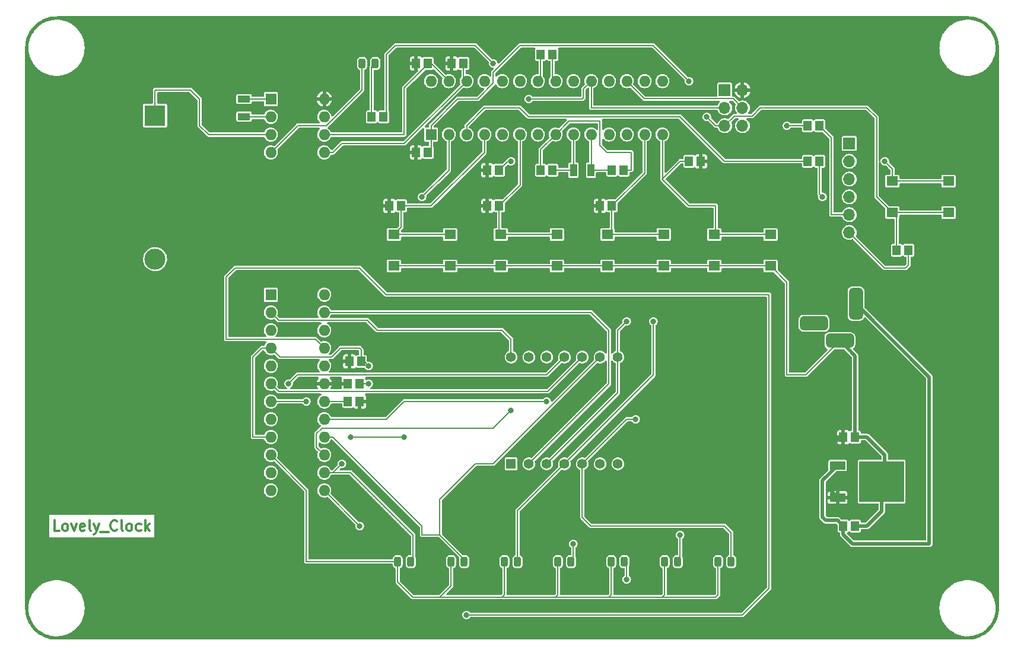
<source format=gbr>
%TF.GenerationSoftware,KiCad,Pcbnew,6.0.6-3a73a75311~116~ubuntu20.04.1*%
%TF.CreationDate,2022-07-18T01:41:21-04:00*%
%TF.ProjectId,first_project,66697273-745f-4707-926f-6a6563742e6b,rev?*%
%TF.SameCoordinates,PX4c4b400PY8a48640*%
%TF.FileFunction,Copper,L1,Top*%
%TF.FilePolarity,Positive*%
%FSLAX46Y46*%
G04 Gerber Fmt 4.6, Leading zero omitted, Abs format (unit mm)*
G04 Created by KiCad (PCBNEW 6.0.6-3a73a75311~116~ubuntu20.04.1) date 2022-07-18 01:41:21*
%MOMM*%
%LPD*%
G01*
G04 APERTURE LIST*
G04 Aperture macros list*
%AMRoundRect*
0 Rectangle with rounded corners*
0 $1 Rounding radius*
0 $2 $3 $4 $5 $6 $7 $8 $9 X,Y pos of 4 corners*
0 Add a 4 corners polygon primitive as box body*
4,1,4,$2,$3,$4,$5,$6,$7,$8,$9,$2,$3,0*
0 Add four circle primitives for the rounded corners*
1,1,$1+$1,$2,$3*
1,1,$1+$1,$4,$5*
1,1,$1+$1,$6,$7*
1,1,$1+$1,$8,$9*
0 Add four rect primitives between the rounded corners*
20,1,$1+$1,$2,$3,$4,$5,0*
20,1,$1+$1,$4,$5,$6,$7,0*
20,1,$1+$1,$6,$7,$8,$9,0*
20,1,$1+$1,$8,$9,$2,$3,0*%
G04 Aperture macros list end*
%ADD10C,0.300000*%
%TA.AperFunction,NonConductor*%
%ADD11C,0.300000*%
%TD*%
%TA.AperFunction,SMDPad,CuDef*%
%ADD12R,1.000000X1.800000*%
%TD*%
%TA.AperFunction,SMDPad,CuDef*%
%ADD13RoundRect,0.243750X-0.243750X-0.456250X0.243750X-0.456250X0.243750X0.456250X-0.243750X0.456250X0*%
%TD*%
%TA.AperFunction,ComponentPad*%
%ADD14R,1.600000X1.600000*%
%TD*%
%TA.AperFunction,ComponentPad*%
%ADD15O,1.600000X1.600000*%
%TD*%
%TA.AperFunction,SMDPad,CuDef*%
%ADD16R,1.150000X1.400000*%
%TD*%
%TA.AperFunction,SMDPad,CuDef*%
%ADD17R,1.600000X1.400000*%
%TD*%
%TA.AperFunction,SMDPad,CuDef*%
%ADD18R,1.800000X1.000000*%
%TD*%
%TA.AperFunction,ComponentPad*%
%ADD19R,1.700000X1.700000*%
%TD*%
%TA.AperFunction,ComponentPad*%
%ADD20O,1.700000X1.700000*%
%TD*%
%TA.AperFunction,ComponentPad*%
%ADD21R,3.000000X3.000000*%
%TD*%
%TA.AperFunction,ComponentPad*%
%ADD22C,3.000000*%
%TD*%
%TA.AperFunction,SMDPad,CuDef*%
%ADD23R,2.200000X1.200000*%
%TD*%
%TA.AperFunction,SMDPad,CuDef*%
%ADD24R,6.400000X5.800000*%
%TD*%
%TA.AperFunction,ComponentPad*%
%ADD25R,1.400000X1.400000*%
%TD*%
%TA.AperFunction,ComponentPad*%
%ADD26C,1.400000*%
%TD*%
%TA.AperFunction,ComponentPad*%
%ADD27RoundRect,0.500000X0.500000X-1.750000X0.500000X1.750000X-0.500000X1.750000X-0.500000X-1.750000X0*%
%TD*%
%TA.AperFunction,ComponentPad*%
%ADD28RoundRect,0.500000X1.500000X0.500000X-1.500000X0.500000X-1.500000X-0.500000X1.500000X-0.500000X0*%
%TD*%
%TA.AperFunction,ViaPad*%
%ADD29C,0.812800*%
%TD*%
%TA.AperFunction,Conductor*%
%ADD30C,0.203200*%
%TD*%
%TA.AperFunction,Conductor*%
%ADD31C,0.508000*%
%TD*%
G04 APERTURE END LIST*
D10*
D11*
X5404285Y16051429D02*
X4690000Y16051429D01*
X4690000Y17551429D01*
X6118571Y16051429D02*
X5975714Y16122858D01*
X5904285Y16194286D01*
X5832857Y16337143D01*
X5832857Y16765715D01*
X5904285Y16908572D01*
X5975714Y16980000D01*
X6118571Y17051429D01*
X6332857Y17051429D01*
X6475714Y16980000D01*
X6547142Y16908572D01*
X6618571Y16765715D01*
X6618571Y16337143D01*
X6547142Y16194286D01*
X6475714Y16122858D01*
X6332857Y16051429D01*
X6118571Y16051429D01*
X7118571Y17051429D02*
X7475714Y16051429D01*
X7832857Y17051429D01*
X8975714Y16122858D02*
X8832857Y16051429D01*
X8547142Y16051429D01*
X8404285Y16122858D01*
X8332857Y16265715D01*
X8332857Y16837143D01*
X8404285Y16980000D01*
X8547142Y17051429D01*
X8832857Y17051429D01*
X8975714Y16980000D01*
X9047142Y16837143D01*
X9047142Y16694286D01*
X8332857Y16551429D01*
X9904285Y16051429D02*
X9761428Y16122858D01*
X9690000Y16265715D01*
X9690000Y17551429D01*
X10332857Y17051429D02*
X10690000Y16051429D01*
X11047142Y17051429D02*
X10690000Y16051429D01*
X10547142Y15694286D01*
X10475714Y15622858D01*
X10332857Y15551429D01*
X11261428Y15908572D02*
X12404285Y15908572D01*
X13618571Y16194286D02*
X13547142Y16122858D01*
X13332857Y16051429D01*
X13190000Y16051429D01*
X12975714Y16122858D01*
X12832857Y16265715D01*
X12761428Y16408572D01*
X12690000Y16694286D01*
X12690000Y16908572D01*
X12761428Y17194286D01*
X12832857Y17337143D01*
X12975714Y17480000D01*
X13190000Y17551429D01*
X13332857Y17551429D01*
X13547142Y17480000D01*
X13618571Y17408572D01*
X14475714Y16051429D02*
X14332857Y16122858D01*
X14261428Y16265715D01*
X14261428Y17551429D01*
X15261428Y16051429D02*
X15118571Y16122858D01*
X15047142Y16194286D01*
X14975714Y16337143D01*
X14975714Y16765715D01*
X15047142Y16908572D01*
X15118571Y16980000D01*
X15261428Y17051429D01*
X15475714Y17051429D01*
X15618571Y16980000D01*
X15690000Y16908572D01*
X15761428Y16765715D01*
X15761428Y16337143D01*
X15690000Y16194286D01*
X15618571Y16122858D01*
X15475714Y16051429D01*
X15261428Y16051429D01*
X17047142Y16122858D02*
X16904285Y16051429D01*
X16618571Y16051429D01*
X16475714Y16122858D01*
X16404285Y16194286D01*
X16332857Y16337143D01*
X16332857Y16765715D01*
X16404285Y16908572D01*
X16475714Y16980000D01*
X16618571Y17051429D01*
X16904285Y17051429D01*
X17047142Y16980000D01*
X17690000Y16051429D02*
X17690000Y17551429D01*
X17832857Y16622858D02*
X18261428Y16051429D01*
X18261428Y17051429D02*
X17690000Y16480000D01*
D12*
%TO.P,Y1,1,1*%
%TO.N,/XTAL2*%
X81270000Y67530000D03*
%TO.P,Y1,2,2*%
%TO.N,/XTAL1*%
X78770000Y67530000D03*
%TD*%
D13*
%TO.P,D7,1,K*%
%TO.N,/DIG_5*%
X91782500Y11650000D03*
%TO.P,D7,2,A*%
%TO.N,/SEG_F*%
X93657500Y11650000D03*
%TD*%
%TO.P,D5,1,K*%
%TO.N,/DIG_5*%
X76542500Y11650000D03*
%TO.P,D5,2,A*%
%TO.N,/SEG_D*%
X78417500Y11650000D03*
%TD*%
D14*
%TO.P,U4,1,DIN*%
%TO.N,DISP_DATA*%
X35580000Y49755000D03*
D15*
%TO.P,U4,2,DIG_0*%
%TO.N,/DIG_0*%
X35580000Y47215000D03*
%TO.P,U4,3,DIG_4*%
%TO.N,/DIG_4*%
X35580000Y44675000D03*
%TO.P,U4,4,GND*%
%TO.N,GND*%
X35580000Y42135000D03*
%TO.P,U4,5,DIG_6*%
%TO.N,unconnected-(U4-Pad5)*%
X35580000Y39595000D03*
%TO.P,U4,6,DIG_2*%
%TO.N,/DIG_2*%
X35580000Y37055000D03*
%TO.P,U4,7,DIG_3*%
%TO.N,/DIG_3*%
X35580000Y34515000D03*
%TO.P,U4,8,DIG_7*%
%TO.N,unconnected-(U4-Pad8)*%
X35580000Y31975000D03*
%TO.P,U4,9,GND*%
%TO.N,GND*%
X35580000Y29435000D03*
%TO.P,U4,10,DIG_5*%
%TO.N,/DIG_5*%
X35580000Y26895000D03*
%TO.P,U4,11,DIG_1*%
%TO.N,/DIG_1*%
X35580000Y24355000D03*
%TO.P,U4,12,LOAD*%
%TO.N,DISP_LOAD*%
X35580000Y21815000D03*
%TO.P,U4,13,CLK*%
%TO.N,DISP_CLK*%
X43200000Y21815000D03*
%TO.P,U4,14,SEG_A*%
%TO.N,/SEG_A*%
X43200000Y24355000D03*
%TO.P,U4,15,SEG_F*%
%TO.N,/SEG_F*%
X43200000Y26895000D03*
%TO.P,U4,16,SEG_B*%
%TO.N,/SEG_B*%
X43200000Y29435000D03*
%TO.P,U4,17,SEG_G*%
%TO.N,/SEG_G*%
X43200000Y31975000D03*
%TO.P,U4,18,ISET*%
%TO.N,/ISET*%
X43200000Y34515000D03*
%TO.P,U4,19,V+*%
%TO.N,VCC*%
X43200000Y37055000D03*
%TO.P,U4,20,SEG_C*%
%TO.N,/SEG_C*%
X43200000Y39595000D03*
%TO.P,U4,21,SEG_E*%
%TO.N,/SEG_E*%
X43200000Y42135000D03*
%TO.P,U4,22,SEG_DP*%
%TO.N,/SEG_DP*%
X43200000Y44675000D03*
%TO.P,U4,23,SEG_D*%
%TO.N,/SEG_D*%
X43200000Y47215000D03*
%TO.P,U4,24,DOUT*%
%TO.N,unconnected-(U4-Pad24)*%
X43200000Y49755000D03*
%TD*%
D16*
%TO.P,C9,1*%
%TO.N,VCC*%
X46785000Y40225000D03*
%TO.P,C9,2*%
%TO.N,GND*%
X48485000Y40225000D03*
%TD*%
D17*
%TO.P,SW1,1,A*%
%TO.N,GND*%
X124280000Y65970000D03*
%TO.P,SW1,2,A*%
X132280000Y65970000D03*
%TO.P,SW1,3,B*%
%TO.N,RESET*%
X124280000Y61470000D03*
%TO.P,SW1,4,B*%
X132280000Y61470000D03*
%TD*%
D16*
%TO.P,C2,1*%
%TO.N,Net-(C2-Pad1)*%
X75790000Y84040000D03*
%TO.P,C2,2*%
%TO.N,GND*%
X74090000Y84040000D03*
%TD*%
D13*
%TO.P,D8,1,K*%
%TO.N,/DIG_5*%
X99402500Y11650000D03*
%TO.P,D8,2,A*%
%TO.N,/SEG_G*%
X101277500Y11650000D03*
%TD*%
D17*
%TO.P,SW2,1,A*%
%TO.N,GND*%
X61160000Y53850000D03*
%TO.P,SW2,2,A*%
X53160000Y53850000D03*
%TO.P,SW2,3,B*%
%TO.N,BTN_SETOPT*%
X61160000Y58350000D03*
%TO.P,SW2,4,B*%
X53160000Y58350000D03*
%TD*%
D13*
%TO.P,D2,1,K*%
%TO.N,/DIG_5*%
X53682500Y11650000D03*
%TO.P,D2,2,A*%
%TO.N,/SEG_A*%
X55557500Y11650000D03*
%TD*%
D17*
%TO.P,SW3,1,A*%
%TO.N,GND*%
X76400000Y53850000D03*
%TO.P,SW3,2,A*%
X68400000Y53850000D03*
%TO.P,SW3,3,B*%
%TO.N,BTN_HOUR*%
X76400000Y58350000D03*
%TO.P,SW3,4,B*%
X68400000Y58350000D03*
%TD*%
D13*
%TO.P,D3,1,K*%
%TO.N,/DIG_5*%
X61302500Y11650000D03*
%TO.P,D3,2,A*%
%TO.N,/SEG_B*%
X63177500Y11650000D03*
%TD*%
D16*
%TO.P,C4,1*%
%TO.N,VCC*%
X117270000Y29430000D03*
%TO.P,C4,2*%
%TO.N,GND*%
X118970000Y29430000D03*
%TD*%
%TO.P,R2,1*%
%TO.N,VCC*%
X56310000Y70070000D03*
%TO.P,R2,2*%
%TO.N,RESET*%
X58010000Y70070000D03*
%TD*%
D18*
%TO.P,Y2,1,1*%
%TO.N,Net-(U3-Pad2)*%
X31760000Y75170000D03*
%TO.P,Y2,2,2*%
%TO.N,Net-(U3-Pad1)*%
X31760000Y77670000D03*
%TD*%
D16*
%TO.P,R3,1*%
%TO.N,RXD*%
X112190000Y73880000D03*
%TO.P,R3,2*%
%TO.N,Net-(J1-Pad5)*%
X113890000Y73880000D03*
%TD*%
D19*
%TO.P,J1,1,Pin_1*%
%TO.N,GND*%
X118120000Y71340000D03*
D20*
%TO.P,J1,2,Pin_2*%
X118120000Y68800000D03*
%TO.P,J1,3,Pin_3*%
%TO.N,unconnected-(J1-Pad3)*%
X118120000Y66260000D03*
%TO.P,J1,4,Pin_4*%
%TO.N,Net-(J1-Pad4)*%
X118120000Y63720000D03*
%TO.P,J1,5,Pin_5*%
%TO.N,Net-(J1-Pad5)*%
X118120000Y61180000D03*
%TO.P,J1,6,Pin_6*%
%TO.N,Net-(C6-Pad2)*%
X118120000Y58640000D03*
%TD*%
D16*
%TO.P,C5,1*%
%TO.N,/XTAL2*%
X84250000Y67530000D03*
%TO.P,C5,2*%
%TO.N,GND*%
X85950000Y67530000D03*
%TD*%
%TO.P,R4,1*%
%TO.N,TXD*%
X112190000Y68800000D03*
%TO.P,R4,2*%
%TO.N,Net-(J1-Pad4)*%
X113890000Y68800000D03*
%TD*%
D14*
%TO.P,U3,1,X1*%
%TO.N,Net-(U3-Pad1)*%
X35580000Y77680000D03*
D15*
%TO.P,U3,2,X2*%
%TO.N,Net-(U3-Pad2)*%
X35580000Y75140000D03*
%TO.P,U3,3,VBAT*%
%TO.N,Net-(BT1-Pad1)*%
X35580000Y72600000D03*
%TO.P,U3,4,GND*%
%TO.N,GND*%
X35580000Y70060000D03*
%TO.P,U3,5,SDA*%
%TO.N,SDA_RTC*%
X43200000Y70060000D03*
%TO.P,U3,6,SCL*%
%TO.N,SCL_RTC*%
X43200000Y72600000D03*
%TO.P,U3,7,SQW/OUT*%
%TO.N,unconnected-(U3-Pad7)*%
X43200000Y75140000D03*
%TO.P,U3,8,VCC*%
%TO.N,VCC*%
X43200000Y77680000D03*
%TD*%
D16*
%TO.P,C1,1*%
%TO.N,Net-(C1-Pad1)*%
X117270000Y16730000D03*
%TO.P,C1,2*%
%TO.N,GND*%
X118970000Y16730000D03*
%TD*%
%TO.P,C6,1*%
%TO.N,RESET*%
X124890000Y56100000D03*
%TO.P,C6,2*%
%TO.N,Net-(C6-Pad2)*%
X126590000Y56100000D03*
%TD*%
D13*
%TO.P,D1,1,K*%
%TO.N,GND*%
X48602500Y82770000D03*
%TO.P,D1,2,A*%
%TO.N,Net-(D1-Pad2)*%
X50477500Y82770000D03*
%TD*%
D16*
%TO.P,C7,1*%
%TO.N,VCC*%
X66470000Y67530000D03*
%TO.P,C7,2*%
%TO.N,Net-(C7-Pad2)*%
X68170000Y67530000D03*
%TD*%
D21*
%TO.P,BT1,1,+*%
%TO.N,Net-(BT1-Pad1)*%
X19059984Y75333686D03*
D22*
%TO.P,BT1,2,-*%
%TO.N,GND*%
X19059984Y54843686D03*
%TD*%
D16*
%TO.P,R1,1*%
%TO.N,LED_SCK*%
X51660000Y75150000D03*
%TO.P,R1,2*%
%TO.N,Net-(D1-Pad2)*%
X49960000Y75150000D03*
%TD*%
D17*
%TO.P,SW4,1,A*%
%TO.N,GND*%
X91640000Y53850000D03*
%TO.P,SW4,2,A*%
X83640000Y53850000D03*
%TO.P,SW4,3,B*%
%TO.N,BTN_MIN*%
X91640000Y58350000D03*
%TO.P,SW4,4,B*%
X83640000Y58350000D03*
%TD*%
D16*
%TO.P,C8,1*%
%TO.N,VCC*%
X46570000Y37050000D03*
%TO.P,C8,2*%
%TO.N,GND*%
X48270000Y37050000D03*
%TD*%
D17*
%TO.P,SW5,1,A*%
%TO.N,GND*%
X106880000Y53850000D03*
%TO.P,SW5,2,A*%
X98880000Y53850000D03*
%TO.P,SW5,3,B*%
%TO.N,BTN_DAY*%
X106880000Y58350000D03*
%TO.P,SW5,4,B*%
X98880000Y58350000D03*
%TD*%
D16*
%TO.P,R10,1*%
%TO.N,VCC*%
X48270000Y34510000D03*
%TO.P,R10,2*%
%TO.N,/ISET*%
X46570000Y34510000D03*
%TD*%
%TO.P,R13,1*%
%TO.N,VCC*%
X61390000Y82770000D03*
%TO.P,R13,2*%
%TO.N,SDA_RTC*%
X63090000Y82770000D03*
%TD*%
%TO.P,R9,1*%
%TO.N,VCC*%
X66470000Y62450000D03*
%TO.P,R9,2*%
%TO.N,BTN_HOUR*%
X68170000Y62450000D03*
%TD*%
%TO.P,C3,1*%
%TO.N,GND*%
X74090000Y67530000D03*
%TO.P,C3,2*%
%TO.N,/XTAL1*%
X75790000Y67530000D03*
%TD*%
%TO.P,R12,1*%
%TO.N,VCC*%
X96960000Y68800000D03*
%TO.P,R12,2*%
%TO.N,BTN_DAY*%
X95260000Y68800000D03*
%TD*%
D23*
%TO.P,U2,1,IN*%
%TO.N,Net-(C1-Pad1)*%
X116460000Y25360000D03*
D24*
%TO.P,U2,2,GND*%
%TO.N,GND*%
X122760000Y23080000D03*
D23*
%TO.P,U2,3,OUT*%
%TO.N,VCC*%
X116460000Y20800000D03*
%TD*%
D16*
%TO.P,R5,1*%
%TO.N,VCC*%
X52500000Y62450000D03*
%TO.P,R5,2*%
%TO.N,BTN_SETOPT*%
X54200000Y62450000D03*
%TD*%
D25*
%TO.P,DS1,1,E*%
%TO.N,/SEG_E*%
X69860000Y25620000D03*
D26*
%TO.P,DS1,2,D*%
%TO.N,/SEG_D*%
X72400000Y25620000D03*
%TO.P,DS1,3,DP*%
%TO.N,/SEG_DP*%
X74940000Y25620000D03*
%TO.P,DS1,4,C*%
%TO.N,/SEG_C*%
X77480000Y25620000D03*
%TO.P,DS1,5,G*%
%TO.N,/SEG_G*%
X80020000Y25620000D03*
%TO.P,DS1,6,COM_DIG.4*%
%TO.N,/DIG_3*%
X82560000Y25620000D03*
%TO.P,DS1,7,COM_COLON*%
%TO.N,/DIG_4*%
X85100000Y25620000D03*
%TO.P,DS1,8,COLON*%
%TO.N,/SEG_DP*%
X85100000Y40860000D03*
%TO.P,DS1,9,B*%
%TO.N,/SEG_B*%
X82560000Y40860000D03*
%TO.P,DS1,10,COM_DIG.3*%
%TO.N,/DIG_2*%
X80020000Y40860000D03*
%TO.P,DS1,11,COM_DIG.2*%
%TO.N,/DIG_1*%
X77480000Y40860000D03*
%TO.P,DS1,12,F*%
%TO.N,/SEG_F*%
X74940000Y40860000D03*
%TO.P,DS1,13,A*%
%TO.N,/SEG_A*%
X72400000Y40860000D03*
%TO.P,DS1,14,COM_DIG.1*%
%TO.N,/DIG_0*%
X69860000Y40860000D03*
%TD*%
D19*
%TO.P,J3,1,Pin_1*%
%TO.N,MISO*%
X100340000Y78960000D03*
D20*
%TO.P,J3,2,Pin_2*%
%TO.N,VCC*%
X102880000Y78960000D03*
%TO.P,J3,3,Pin_3*%
%TO.N,LED_SCK*%
X100340000Y76420000D03*
%TO.P,J3,4,Pin_4*%
%TO.N,MOSI*%
X102880000Y76420000D03*
%TO.P,J3,5,Pin_5*%
%TO.N,RESET*%
X100340000Y73880000D03*
%TO.P,J3,6,Pin_6*%
%TO.N,GND*%
X102880000Y73880000D03*
%TD*%
D16*
%TO.P,R14,1*%
%TO.N,VCC*%
X56310000Y82770000D03*
%TO.P,R14,2*%
%TO.N,SCL_RTC*%
X58010000Y82770000D03*
%TD*%
%TO.P,R11,1*%
%TO.N,VCC*%
X82560000Y62450000D03*
%TO.P,R11,2*%
%TO.N,BTN_MIN*%
X84260000Y62450000D03*
%TD*%
D13*
%TO.P,D6,1,K*%
%TO.N,/DIG_5*%
X84162500Y11650000D03*
%TO.P,D6,2,A*%
%TO.N,/SEG_E*%
X86037500Y11650000D03*
%TD*%
%TO.P,D4,1,K*%
%TO.N,/DIG_5*%
X68922500Y11650000D03*
%TO.P,D4,2,A*%
%TO.N,/SEG_C*%
X70797500Y11650000D03*
%TD*%
D14*
%TO.P,U1,1,~{RESET}/PC6*%
%TO.N,RESET*%
X58440000Y72620000D03*
D15*
%TO.P,U1,2,PD0*%
%TO.N,RXD*%
X60980000Y72620000D03*
%TO.P,U1,3,PD1*%
%TO.N,TXD*%
X63520000Y72620000D03*
%TO.P,U1,4,PD2*%
%TO.N,BTN_SETOPT*%
X66060000Y72620000D03*
%TO.P,U1,5,PD3*%
%TO.N,DISP_LOAD*%
X68600000Y72620000D03*
%TO.P,U1,6,PD4*%
%TO.N,BTN_HOUR*%
X71140000Y72620000D03*
%TO.P,U1,7,VCC*%
%TO.N,Net-(C7-Pad2)*%
X73680000Y72620000D03*
%TO.P,U1,8,GND*%
%TO.N,GND*%
X76220000Y72620000D03*
%TO.P,U1,9,XTAL1/PB6*%
%TO.N,/XTAL1*%
X78760000Y72620000D03*
%TO.P,U1,10,XTAL2/PB7*%
%TO.N,/XTAL2*%
X81300000Y72620000D03*
%TO.P,U1,11,PD5*%
%TO.N,DISP_DATA*%
X83840000Y72620000D03*
%TO.P,U1,12,PD6*%
%TO.N,DISP_CLK*%
X86380000Y72620000D03*
%TO.P,U1,13,PD7*%
%TO.N,BTN_MIN*%
X88920000Y72620000D03*
%TO.P,U1,14,PB0*%
%TO.N,BTN_DAY*%
X91460000Y72620000D03*
%TO.P,U1,15,PB1*%
%TO.N,unconnected-(U1-Pad15)*%
X91460000Y80240000D03*
%TO.P,U1,16,PB2*%
%TO.N,unconnected-(U1-Pad16)*%
X88920000Y80240000D03*
%TO.P,U1,17,PB3*%
%TO.N,MOSI*%
X86380000Y80240000D03*
%TO.P,U1,18,PB4*%
%TO.N,MISO*%
X83840000Y80240000D03*
%TO.P,U1,19,PB5*%
%TO.N,LED_SCK*%
X81300000Y80240000D03*
%TO.P,U1,20,AVCC*%
%TO.N,Net-(C7-Pad2)*%
X78760000Y80240000D03*
%TO.P,U1,21,AREF*%
%TO.N,Net-(C2-Pad1)*%
X76220000Y80240000D03*
%TO.P,U1,22,GND*%
%TO.N,GND*%
X73680000Y80240000D03*
%TO.P,U1,23,PC0*%
%TO.N,unconnected-(U1-Pad23)*%
X71140000Y80240000D03*
%TO.P,U1,24,PC1*%
%TO.N,unconnected-(U1-Pad24)*%
X68600000Y80240000D03*
%TO.P,U1,25,PC2*%
%TO.N,unconnected-(U1-Pad25)*%
X66060000Y80240000D03*
%TO.P,U1,26,PC3*%
%TO.N,SDA_RTC*%
X63520000Y80240000D03*
%TO.P,U1,27,PC4*%
%TO.N,SCL_RTC*%
X60980000Y80240000D03*
%TO.P,U1,28,PC5*%
%TO.N,unconnected-(U1-Pad28)*%
X58440000Y80240000D03*
%TD*%
D27*
%TO.P,J2,1,POLE*%
%TO.N,Net-(C1-Pad1)*%
X119080000Y48480000D03*
D28*
%TO.P,J2,2,OUT*%
%TO.N,GND*%
X116780000Y43180000D03*
%TO.P,J2,3,OUT*%
%TO.N,unconnected-(J2-Pad3)*%
X113080000Y45680000D03*
%TD*%
D29*
%TO.N,GND*%
X49540000Y37050000D03*
X49540000Y39590000D03*
X123200000Y68800000D03*
%TO.N,VCC*%
X115580000Y23080000D03*
X111770000Y24350000D03*
X49540000Y34510000D03*
%TO.N,RESET*%
X97800000Y75150000D03*
X95260000Y80230000D03*
%TO.N,Net-(C7-Pad2)*%
X69860000Y68800000D03*
%TO.N,/SEG_A*%
X45730000Y25620000D03*
%TO.N,/SEG_C*%
X90180000Y45940000D03*
%TO.N,/SEG_D*%
X78750000Y14190000D03*
%TO.N,/SEG_E*%
X86370000Y9110000D03*
X63510000Y4030000D03*
%TO.N,/SEG_F*%
X93990000Y15460000D03*
X69860000Y33240000D03*
%TO.N,/SEG_G*%
X74940000Y34510000D03*
X87640000Y31970000D03*
%TO.N,/SEG_DP*%
X86370000Y45940000D03*
%TO.N,/DIG_3*%
X54620000Y29430000D03*
X40650000Y34510000D03*
X47000000Y29430000D03*
%TO.N,/DIG_1*%
X38110000Y37050000D03*
%TO.N,Net-(J1-Pad4)*%
X114310000Y63720000D03*
%TO.N,LED_SCK*%
X67320000Y82770000D03*
X72400000Y77690000D03*
%TO.N,RXD*%
X109230000Y73880000D03*
X57160000Y63720000D03*
%TO.N,DISP_CLK*%
X48270000Y16730000D03*
%TD*%
D30*
%TO.N,Net-(BT1-Pad1)*%
X24140000Y78960000D02*
X25410000Y77690000D01*
X26690000Y72600000D02*
X35580000Y72600000D01*
X19059984Y75333686D02*
X19059984Y78959984D01*
X19060000Y78960000D02*
X24140000Y78960000D01*
X25410000Y73880000D02*
X26690000Y72600000D01*
X25410000Y77690000D02*
X25410000Y73880000D01*
X19059984Y78959984D02*
X19060000Y78960000D01*
%TO.N,GND*%
X35580000Y42135000D02*
X36855000Y40860000D01*
X76220000Y72620000D02*
X74090000Y70490000D01*
X74090000Y70490000D02*
X74090000Y67530000D01*
X48602500Y78980076D02*
X43502424Y73880000D01*
X48905000Y40225000D02*
X49540000Y39590000D01*
X35580000Y29435000D02*
X33035000Y29435000D01*
X36855000Y40860000D02*
X44265400Y40860000D01*
X109230000Y38320000D02*
X111920000Y38320000D01*
X124280000Y67720000D02*
X124280000Y65970000D01*
X49540000Y37050000D02*
X48270000Y37050000D01*
X33035000Y29435000D02*
X33030000Y29430000D01*
D31*
X120660000Y29430000D02*
X123200000Y26890000D01*
D30*
X109230000Y51500000D02*
X109230000Y38320000D01*
X123200000Y68800000D02*
X124280000Y67720000D01*
X33030000Y40860000D02*
X34305000Y42135000D01*
D31*
X120660000Y16730000D02*
X118970000Y16730000D01*
D30*
X87005000Y67530000D02*
X85950000Y67530000D01*
X43502424Y73880000D02*
X39400000Y73880000D01*
X76400000Y53850000D02*
X68400000Y53850000D01*
X39400000Y73880000D02*
X35580000Y70060000D01*
X44265400Y40860000D02*
X45535400Y42130000D01*
X34305000Y42135000D02*
X35580000Y42135000D01*
D31*
X123200000Y26890000D02*
X123200000Y23520000D01*
X118970000Y29430000D02*
X118970000Y40990000D01*
D30*
X82560000Y74515000D02*
X82560000Y71045000D01*
X48485000Y41915000D02*
X48485000Y40225000D01*
X78115000Y74515000D02*
X82560000Y74515000D01*
D31*
X118970000Y40990000D02*
X116780000Y43180000D01*
D30*
X83535000Y70070000D02*
X87005000Y70070000D01*
X111920000Y38320000D02*
X116780000Y43180000D01*
X106880000Y53850000D02*
X98880000Y53850000D01*
X45535400Y42130000D02*
X48270000Y42130000D01*
X87005000Y70070000D02*
X87005000Y67530000D01*
X91640000Y53850000D02*
X83640000Y53850000D01*
X83640000Y53850000D02*
X76400000Y53850000D01*
X74090000Y84040000D02*
X74090000Y80650000D01*
X91640000Y53850000D02*
X98880000Y53850000D01*
X33030000Y29430000D02*
X33030000Y40860000D01*
D31*
X118970000Y29430000D02*
X120660000Y29430000D01*
D30*
X61160000Y53850000D02*
X68400000Y53850000D01*
D31*
X122760000Y18830000D02*
X120660000Y16730000D01*
D30*
X106880000Y53850000D02*
X109230000Y51500000D01*
X82560000Y71045000D02*
X83535000Y70070000D01*
X48602500Y82770000D02*
X48602500Y78980076D01*
D31*
X122760000Y18830000D02*
X122760000Y23080000D01*
D30*
X53160000Y53850000D02*
X61160000Y53850000D01*
X132280000Y65970000D02*
X124280000Y65970000D01*
X76220000Y72620000D02*
X78115000Y74515000D01*
X48270000Y42130000D02*
X48485000Y41915000D01*
D31*
%TO.N,Net-(C1-Pad1)*%
X117270000Y15522000D02*
X118602000Y14190000D01*
X129550000Y14190000D02*
X129550000Y38010000D01*
X114310000Y23210000D02*
X114310000Y18000000D01*
X114310000Y18000000D02*
X114770000Y17540000D01*
X118602000Y14190000D02*
X129550000Y14190000D01*
X129550000Y38010000D02*
X119080000Y48480000D01*
X117270000Y16730000D02*
X117270000Y15522000D01*
X116460000Y17540000D02*
X117270000Y16730000D01*
X116460000Y25360000D02*
X114310000Y23210000D01*
X114770000Y17540000D02*
X116460000Y17540000D01*
D30*
%TO.N,Net-(C2-Pad1)*%
X75790000Y84040000D02*
X75790000Y80670000D01*
%TO.N,/XTAL1*%
X78760000Y72620000D02*
X78760000Y67540000D01*
X78770000Y67530000D02*
X75790000Y67530000D01*
D31*
%TO.N,VCC*%
X117270000Y29430000D02*
X116850000Y29430000D01*
X116850000Y29430000D02*
X111770000Y24350000D01*
X115580000Y23080000D02*
X115580000Y21680000D01*
D30*
X48270000Y34510000D02*
X49540000Y34510000D01*
X46570000Y37050000D02*
X43205000Y37050000D01*
D31*
X115580000Y21680000D02*
X116460000Y20800000D01*
D30*
%TO.N,/XTAL2*%
X81300000Y72620000D02*
X81300000Y67560000D01*
X84250000Y67530000D02*
X81270000Y67530000D01*
%TO.N,RESET*%
X122045200Y63704800D02*
X122045200Y75034800D01*
X58440000Y73890000D02*
X62240000Y77690000D01*
X124890000Y56100000D02*
X124890000Y60860000D01*
X65072424Y77690000D02*
X67320000Y79937576D01*
X122045200Y75034800D02*
X120660000Y76420000D01*
X58440000Y72620000D02*
X58440000Y70500000D01*
X124890000Y60860000D02*
X124280000Y61470000D01*
X101725200Y75265200D02*
X100340000Y73880000D01*
X99070000Y73880000D02*
X97800000Y75150000D01*
X62240000Y77690000D02*
X65072424Y77690000D01*
X105420000Y76420000D02*
X104265200Y75265200D01*
X104265200Y75265200D02*
X101725200Y75265200D01*
X100340000Y73880000D02*
X99070000Y73880000D01*
X58440000Y72620000D02*
X58440000Y73890000D01*
X132280000Y61470000D02*
X124280000Y61470000D01*
X71130000Y85310000D02*
X90180000Y85310000D01*
X67320000Y79937576D02*
X67320000Y81500000D01*
X95260000Y80230000D02*
X90180000Y85310000D01*
X124280000Y61470000D02*
X122045200Y63704800D01*
X120660000Y76420000D02*
X105420000Y76420000D01*
X67320000Y81500000D02*
X71130000Y85310000D01*
%TO.N,Net-(C6-Pad2)*%
X126590000Y53980000D02*
X126590000Y56100000D01*
X126170000Y53560000D02*
X126590000Y53980000D01*
X123200000Y53560000D02*
X126170000Y53560000D01*
X118120000Y58640000D02*
X123200000Y53560000D01*
%TO.N,Net-(C7-Pad2)*%
X69440000Y68800000D02*
X68170000Y67530000D01*
X69860000Y68800000D02*
X69440000Y68800000D01*
%TO.N,Net-(D1-Pad2)*%
X49960000Y82252500D02*
X49960000Y75150000D01*
X50477500Y82770000D02*
X49960000Y82252500D01*
%TO.N,/SEG_A*%
X46995000Y24355000D02*
X55890000Y15460000D01*
X45730000Y25620000D02*
X44465000Y24355000D01*
X43200000Y24355000D02*
X46995000Y24355000D01*
X55890000Y15460000D02*
X55890000Y11982500D01*
X44465000Y24355000D02*
X43200000Y24355000D01*
%TO.N,/SEG_B*%
X57160000Y16730000D02*
X57160000Y15460000D01*
X67320000Y25620000D02*
X64780000Y25620000D01*
X59700000Y20540000D02*
X59700000Y15460000D01*
X82560000Y40860000D02*
X67320000Y25620000D01*
X57160000Y15460000D02*
X59700000Y15460000D01*
X64780000Y25620000D02*
X59700000Y20540000D01*
X43200000Y29435000D02*
X44455000Y29435000D01*
X59700000Y15460000D02*
X63177500Y11982500D01*
X44455000Y29435000D02*
X57160000Y16730000D01*
%TO.N,/SEG_C*%
X90180000Y45940000D02*
X90180000Y38320000D01*
X70797500Y18937500D02*
X70797500Y11650000D01*
X77480000Y25620000D02*
X70797500Y18937500D01*
X90180000Y38320000D02*
X77480000Y25620000D01*
%TO.N,/SEG_D*%
X43200000Y47215000D02*
X81285000Y47215000D01*
X83830000Y44670000D02*
X83830000Y37050000D01*
X78750000Y14190000D02*
X78750000Y11982500D01*
X83830000Y37050000D02*
X72400000Y25620000D01*
X81285000Y47215000D02*
X83830000Y44670000D01*
%TO.N,/SEG_E*%
X102880000Y4030000D02*
X106690000Y7840000D01*
X86370000Y9110000D02*
X86370000Y11317500D01*
X52080000Y49750000D02*
X48270000Y53560000D01*
X30490000Y53560000D02*
X29220000Y52290000D01*
X48270000Y53560000D02*
X30490000Y53560000D01*
X29220000Y43400000D02*
X41935000Y43400000D01*
X63510000Y4030000D02*
X102880000Y4030000D01*
X41935000Y43400000D02*
X43200000Y42135000D01*
X106690000Y7840000D02*
X106690000Y49750000D01*
X29220000Y52290000D02*
X29220000Y43400000D01*
X106690000Y49750000D02*
X52080000Y49750000D01*
%TO.N,/SEG_F*%
X43200000Y26895000D02*
X42095200Y27999800D01*
X67320000Y30700000D02*
X69860000Y33240000D01*
X93990000Y15460000D02*
X93990000Y11982500D01*
X42095200Y29892624D02*
X42902576Y30700000D01*
X42902576Y30700000D02*
X67320000Y30700000D01*
X42095200Y27999800D02*
X42095200Y29892624D01*
%TO.N,/SEG_G*%
X54620000Y34510000D02*
X74940000Y34510000D01*
X80020000Y18000000D02*
X80020000Y25620000D01*
X43200000Y31975000D02*
X52085000Y31975000D01*
X52085000Y31975000D02*
X54620000Y34510000D01*
X101277500Y11650000D02*
X101277500Y15792500D01*
X100340000Y16730000D02*
X81290000Y16730000D01*
X86370000Y31970000D02*
X80020000Y25620000D01*
X87640000Y31970000D02*
X86370000Y31970000D01*
X81290000Y16730000D02*
X80020000Y18000000D01*
X101277500Y15792500D02*
X100340000Y16730000D01*
%TO.N,/SEG_DP*%
X85100000Y35780000D02*
X74940000Y25620000D01*
X86370000Y45940000D02*
X85100000Y44670000D01*
X85100000Y44670000D02*
X85100000Y40860000D01*
X85100000Y40860000D02*
X85100000Y35780000D01*
%TO.N,/DIG_3*%
X40645000Y34515000D02*
X35580000Y34515000D01*
X54620000Y29430000D02*
X47000000Y29430000D01*
X40650000Y34510000D02*
X40645000Y34515000D01*
%TO.N,/DIG_2*%
X36684800Y35950200D02*
X75110200Y35950200D01*
X75110200Y35950200D02*
X80020000Y40860000D01*
X35580000Y37055000D02*
X36684800Y35950200D01*
%TO.N,/DIG_1*%
X39380000Y38320000D02*
X38110000Y37050000D01*
X77480000Y40860000D02*
X74940000Y38320000D01*
X39380000Y38320000D02*
X74940000Y38320000D01*
%TO.N,/DIG_0*%
X49369800Y46110200D02*
X50810000Y44670000D01*
X50810000Y44670000D02*
X68590000Y44670000D01*
X36684800Y46110200D02*
X49369800Y46110200D01*
X68590000Y44670000D02*
X69860000Y43400000D01*
X35580000Y47215000D02*
X36684800Y46110200D01*
X69860000Y43400000D02*
X69860000Y40860000D01*
%TO.N,Net-(J1-Pad5)*%
X115580000Y72190000D02*
X115580000Y61180000D01*
X113890000Y73880000D02*
X115580000Y72190000D01*
X115580000Y61180000D02*
X118120000Y61180000D01*
%TO.N,Net-(J1-Pad4)*%
X114310000Y63720000D02*
X113890000Y64140000D01*
X113890000Y64140000D02*
X113890000Y68800000D01*
%TO.N,LED_SCK*%
X64780000Y85310000D02*
X53350000Y85310000D01*
X81300000Y76430000D02*
X81290000Y76420000D01*
X81290000Y76420000D02*
X100340000Y76420000D01*
X52080000Y84040000D02*
X52080000Y75150000D01*
X80195200Y77865200D02*
X80195200Y79135200D01*
X80020000Y77690000D02*
X80195200Y77865200D01*
X64780000Y85310000D02*
X67320000Y82770000D01*
X81300000Y80240000D02*
X81300000Y76430000D01*
X53350000Y85310000D02*
X52080000Y84040000D01*
X72400000Y77690000D02*
X80020000Y77690000D01*
X81300000Y80240000D02*
X80195200Y79135200D01*
%TO.N,MOSI*%
X88898287Y77721713D02*
X101578287Y77721713D01*
X86380000Y80240000D02*
X88898287Y77721713D01*
X101578287Y77721713D02*
X102880000Y76420000D01*
%TO.N,RXD*%
X112190000Y73880000D02*
X109230000Y73880000D01*
X57160000Y63720000D02*
X60980000Y67540000D01*
X60980000Y67540000D02*
X60980000Y72620000D01*
%TO.N,TXD*%
X112190000Y68800000D02*
X100340000Y68800000D01*
X66050000Y76420000D02*
X63520000Y73890000D01*
X72400000Y75150000D02*
X71130000Y76420000D01*
X100340000Y68800000D02*
X93990000Y75150000D01*
X93990000Y75150000D02*
X72400000Y75150000D01*
X63520000Y73890000D02*
X63520000Y72620000D01*
X71130000Y76420000D02*
X66050000Y76420000D01*
%TO.N,BTN_SETOPT*%
X66060000Y70080000D02*
X58430000Y62450000D01*
X58430000Y62450000D02*
X54200000Y62450000D01*
X54200000Y59390000D02*
X54200000Y62450000D01*
X53160000Y58350000D02*
X54200000Y59390000D01*
X53160000Y58350000D02*
X61160000Y58350000D01*
X66060000Y72620000D02*
X66060000Y70080000D01*
%TO.N,BTN_HOUR*%
X68400000Y58350000D02*
X76400000Y58350000D01*
X71140000Y65420000D02*
X68170000Y62450000D01*
X71140000Y72620000D02*
X71140000Y65420000D01*
X68170000Y62450000D02*
X68170000Y58580000D01*
%TO.N,/ISET*%
X43200000Y34515000D02*
X46565000Y34515000D01*
%TO.N,BTN_MIN*%
X91640000Y58350000D02*
X83640000Y58350000D01*
X84260000Y62450000D02*
X84260000Y58970000D01*
X88920000Y67110000D02*
X84260000Y62450000D01*
X84260000Y58970000D02*
X83640000Y58350000D01*
X88920000Y72620000D02*
X88920000Y67110000D01*
%TO.N,BTN_DAY*%
X106879992Y58350008D02*
X98880008Y58350008D01*
X91460000Y66270000D02*
X91450000Y66260000D01*
X93990000Y68800000D02*
X91450000Y66260000D01*
X95260000Y68800000D02*
X93990000Y68800000D01*
X91450000Y66260000D02*
X95260000Y62450000D01*
X91460000Y72620000D02*
X91460000Y66270000D01*
X95260000Y62450000D02*
X99070000Y62450000D01*
X99070000Y62450000D02*
X99070000Y58540000D01*
%TO.N,DISP_CLK*%
X48270000Y16745000D02*
X43200000Y21815000D01*
X48270000Y16730000D02*
X48270000Y16745000D01*
%TO.N,SDA_RTC*%
X44450000Y70060000D02*
X43200000Y70060000D01*
X45730000Y71340000D02*
X44450000Y70060000D01*
X54620000Y71340000D02*
X45730000Y71340000D01*
X63090000Y82770000D02*
X63090000Y80670000D01*
X63520000Y80240000D02*
X54620000Y71340000D01*
%TO.N,SCL_RTC*%
X54620000Y79255000D02*
X54620000Y72610000D01*
X58450000Y82770000D02*
X60980000Y80240000D01*
X54620000Y72610000D02*
X54610000Y72600000D01*
X54610000Y72600000D02*
X43200000Y72600000D01*
X58010000Y82645000D02*
X54620000Y79255000D01*
%TO.N,Net-(U3-Pad1)*%
X35580000Y77680000D02*
X31770000Y77680000D01*
%TO.N,Net-(U3-Pad2)*%
X35580000Y75140000D02*
X31790000Y75140000D01*
%TO.N,/DIG_5*%
X91450000Y6570000D02*
X99070000Y6570000D01*
X76542500Y6902500D02*
X76210000Y6570000D01*
X76542500Y11650000D02*
X76542500Y6902500D01*
X76210000Y6570000D02*
X91450000Y6570000D01*
X84162500Y11650000D02*
X84162500Y6902500D01*
X91782500Y11650000D02*
X91782500Y6902500D01*
X61302500Y11650000D02*
X61302500Y8172500D01*
X84162500Y6902500D02*
X83830000Y6570000D01*
X68922500Y6902500D02*
X68590000Y6570000D01*
X91782500Y6902500D02*
X91450000Y6570000D01*
X40650000Y11650000D02*
X53682500Y11650000D01*
X61302500Y8172500D02*
X59700000Y6570000D01*
X40650000Y21825000D02*
X40650000Y11650000D01*
X99402500Y6902500D02*
X99402500Y11650000D01*
X35580000Y26895000D02*
X40650000Y21825000D01*
X53682500Y11650000D02*
X53682500Y8777500D01*
X99070000Y6570000D02*
X99402500Y6902500D01*
X68922500Y11650000D02*
X68922500Y6902500D01*
X53682500Y8777500D02*
X55890000Y6570000D01*
X55890000Y6570000D02*
X76210000Y6570000D01*
%TD*%
%TA.AperFunction,Conductor*%
%TO.N,VCC*%
G36*
X134970018Y89490000D02*
G01*
X134984851Y89487690D01*
X134984855Y89487690D01*
X134993724Y89486309D01*
X135014183Y89488984D01*
X135036007Y89489928D01*
X135385965Y89474648D01*
X135396913Y89473690D01*
X135774498Y89423981D01*
X135785307Y89422074D01*
X136157114Y89339647D01*
X136167731Y89336802D01*
X136530939Y89222282D01*
X136541254Y89218529D01*
X136893123Y89072780D01*
X136903067Y89068142D01*
X137111825Y88959470D01*
X137240867Y88892295D01*
X137250387Y88886799D01*
X137571574Y88682180D01*
X137580578Y88675876D01*
X137882716Y88444038D01*
X137891137Y88436972D01*
X138171914Y88179686D01*
X138179686Y88171914D01*
X138436972Y87891137D01*
X138444038Y87882716D01*
X138675876Y87580578D01*
X138682180Y87571574D01*
X138886799Y87250387D01*
X138892294Y87240868D01*
X139049515Y86938851D01*
X139068138Y86903076D01*
X139072780Y86893123D01*
X139202203Y86580668D01*
X139218526Y86541261D01*
X139222285Y86530932D01*
X139336802Y86167732D01*
X139339647Y86157115D01*
X139416948Y85808434D01*
X139422073Y85785315D01*
X139423981Y85774498D01*
X139459833Y85502169D01*
X139473690Y85396914D01*
X139474648Y85385964D01*
X139489603Y85043448D01*
X139488223Y85018571D01*
X139486309Y85006276D01*
X139487473Y84997374D01*
X139487473Y84997372D01*
X139490436Y84974717D01*
X139491500Y84958379D01*
X139491500Y5049367D01*
X139490000Y5029982D01*
X139487690Y5015149D01*
X139487690Y5015145D01*
X139486309Y5006276D01*
X139488984Y4985817D01*
X139489928Y4963989D01*
X139474648Y4614036D01*
X139473690Y4603087D01*
X139444926Y4384596D01*
X139423982Y4225510D01*
X139422074Y4214693D01*
X139345820Y3870732D01*
X139339647Y3842886D01*
X139336802Y3832269D01*
X139231117Y3497078D01*
X139222285Y3469068D01*
X139218529Y3458746D01*
X139115439Y3209864D01*
X139072784Y3106886D01*
X139068142Y3096933D01*
X139035309Y3033861D01*
X138892295Y2759133D01*
X138886800Y2749615D01*
X138869958Y2723178D01*
X138682180Y2428426D01*
X138675876Y2419422D01*
X138444038Y2117284D01*
X138436972Y2108863D01*
X138179686Y1828086D01*
X138171914Y1820314D01*
X137891137Y1563028D01*
X137882716Y1555962D01*
X137580578Y1324124D01*
X137571574Y1317820D01*
X137466609Y1250950D01*
X137274727Y1128707D01*
X137250387Y1113201D01*
X137240868Y1107706D01*
X136903067Y931858D01*
X136893123Y927220D01*
X136541254Y781471D01*
X136530939Y777718D01*
X136167732Y663198D01*
X136157115Y660353D01*
X135785307Y577926D01*
X135774498Y576019D01*
X135396914Y526310D01*
X135385965Y525352D01*
X135043446Y510397D01*
X135018571Y511777D01*
X135006276Y513691D01*
X134997374Y512527D01*
X134997372Y512527D01*
X134982323Y510559D01*
X134974714Y509564D01*
X134958379Y508500D01*
X5049367Y508500D01*
X5029982Y510000D01*
X5015149Y512310D01*
X5015145Y512310D01*
X5006276Y513691D01*
X4985817Y511016D01*
X4963993Y510072D01*
X4614035Y525352D01*
X4603086Y526310D01*
X4225502Y576019D01*
X4214693Y577926D01*
X3842885Y660353D01*
X3832268Y663198D01*
X3469061Y777718D01*
X3458746Y781471D01*
X3106877Y927220D01*
X3096933Y931858D01*
X2759132Y1107706D01*
X2749613Y1113201D01*
X2725274Y1128707D01*
X2533391Y1250950D01*
X2428426Y1317820D01*
X2419422Y1324124D01*
X2117284Y1555962D01*
X2108863Y1563028D01*
X1828086Y1820314D01*
X1820314Y1828086D01*
X1563028Y2108863D01*
X1555962Y2117284D01*
X1324124Y2419422D01*
X1317820Y2428426D01*
X1130042Y2723178D01*
X1113200Y2749615D01*
X1107705Y2759133D01*
X964691Y3033861D01*
X931858Y3096933D01*
X927216Y3106886D01*
X884562Y3209864D01*
X781471Y3458746D01*
X777715Y3469068D01*
X768884Y3497078D01*
X663198Y3832269D01*
X660353Y3842886D01*
X654180Y3870732D01*
X577926Y4214693D01*
X576018Y4225510D01*
X555075Y4384596D01*
X526310Y4603087D01*
X525352Y4614036D01*
X510561Y4952792D01*
X512188Y4979195D01*
X512769Y4982648D01*
X512770Y4982655D01*
X513576Y4987448D01*
X513729Y5000000D01*
X511727Y5013981D01*
X994883Y5013981D01*
X995033Y5010800D01*
X1013405Y4621237D01*
X1013974Y4609167D01*
X1014445Y4606014D01*
X1014446Y4606006D01*
X1021637Y4557893D01*
X1073876Y4208354D01*
X1074662Y4205272D01*
X1074662Y4205270D01*
X1117251Y4038188D01*
X1173975Y3815648D01*
X1225297Y3675404D01*
X1291712Y3493918D01*
X1313248Y3435067D01*
X1330507Y3399524D01*
X1477442Y3096924D01*
X1490268Y3070509D01*
X1491940Y3067802D01*
X1491941Y3067800D01*
X1688458Y2749613D01*
X1703223Y2725706D01*
X1705155Y2723188D01*
X1705162Y2723178D01*
X1947991Y2406717D01*
X1949932Y2404188D01*
X1952114Y2401872D01*
X1952123Y2401862D01*
X2108597Y2235817D01*
X2227869Y2109249D01*
X2534189Y1843906D01*
X2536799Y1842071D01*
X2536805Y1842067D01*
X2736373Y1701808D01*
X2865755Y1610877D01*
X3219173Y1412548D01*
X3222087Y1411281D01*
X3222091Y1411279D01*
X3375386Y1344625D01*
X3590825Y1250950D01*
X3774813Y1192232D01*
X3973860Y1128707D01*
X3973869Y1128705D01*
X3976904Y1127736D01*
X4192469Y1082309D01*
X4370339Y1044826D01*
X4370344Y1044825D01*
X4373458Y1044169D01*
X4776427Y1001104D01*
X4779614Y1001087D01*
X4779620Y1001087D01*
X4963626Y1000124D01*
X5181685Y998982D01*
X5334498Y1013696D01*
X5581918Y1037520D01*
X5581923Y1037521D01*
X5585083Y1037825D01*
X5588202Y1038448D01*
X5588207Y1038449D01*
X5784157Y1077604D01*
X5982491Y1117235D01*
X6251745Y1200068D01*
X6366794Y1235462D01*
X6366798Y1235464D01*
X6369839Y1236399D01*
X6372775Y1237639D01*
X6372780Y1237641D01*
X6577514Y1324124D01*
X6743162Y1394096D01*
X7098637Y1588714D01*
X7432626Y1818257D01*
X7462870Y1843906D01*
X7739278Y2078317D01*
X7739280Y2078319D01*
X7741708Y2080378D01*
X8022718Y2372391D01*
X8272781Y2691307D01*
X8309641Y2749613D01*
X8487625Y3031158D01*
X8489334Y3033861D01*
X8490754Y3036710D01*
X8490759Y3036718D01*
X8668742Y3393698D01*
X8670162Y3396546D01*
X8810671Y3768393D01*
X8812288Y3772672D01*
X8812289Y3772675D01*
X8813412Y3775647D01*
X8814594Y3780087D01*
X8916798Y4164199D01*
X8917619Y4167284D01*
X8921141Y4189268D01*
X8966131Y4470152D01*
X8981715Y4567447D01*
X8984085Y4608540D01*
X9004945Y4970344D01*
X9005043Y4972039D01*
X9005141Y5000000D01*
X9003622Y5029982D01*
X8984799Y5401572D01*
X8984798Y5401577D01*
X8984638Y5404745D01*
X8923337Y5805345D01*
X8821867Y6197701D01*
X8816935Y6211034D01*
X8682376Y6574796D01*
X8682373Y6574802D01*
X8681267Y6577793D01*
X8502975Y6941731D01*
X8288818Y7285788D01*
X8204566Y7394798D01*
X8042941Y7603917D01*
X8042936Y7603922D01*
X8040989Y7606442D01*
X8000803Y7648789D01*
X7764223Y7898093D01*
X7764220Y7898095D01*
X7762024Y7900410D01*
X7738656Y7920510D01*
X7457194Y8162605D01*
X7457191Y8162607D01*
X7454779Y8164682D01*
X7122401Y8396552D01*
X6798060Y8577078D01*
X6771078Y8592096D01*
X6771076Y8592097D01*
X6768293Y8593646D01*
X6765373Y8594904D01*
X6765368Y8594906D01*
X6399014Y8752684D01*
X6399004Y8752688D01*
X6396080Y8753947D01*
X6009573Y8875812D01*
X5684641Y8943102D01*
X5615855Y8957347D01*
X5615852Y8957347D01*
X5612730Y8957994D01*
X5301937Y8990111D01*
X5212769Y8999326D01*
X5212766Y8999326D01*
X5209613Y8999652D01*
X5206447Y8999658D01*
X5206438Y8999658D01*
X5006225Y9000007D01*
X4804350Y9000359D01*
X4604617Y8980423D01*
X4404274Y8960427D01*
X4404270Y8960426D01*
X4401090Y8960109D01*
X4397950Y8959470D01*
X4397949Y8959470D01*
X4007096Y8879950D01*
X4007089Y8879948D01*
X4003962Y8879312D01*
X3617032Y8758797D01*
X3614092Y8757543D01*
X3247199Y8601050D01*
X3247195Y8601048D01*
X3244262Y8599797D01*
X3241475Y8598258D01*
X3241474Y8598258D01*
X3175492Y8561834D01*
X2889468Y8403940D01*
X2886847Y8402125D01*
X2886842Y8402122D01*
X2813228Y8351149D01*
X2556283Y8173232D01*
X2553855Y8171158D01*
X2553852Y8171156D01*
X2273468Y7931685D01*
X2248118Y7910034D01*
X2245918Y7907732D01*
X2245915Y7907729D01*
X2238921Y7900410D01*
X1968128Y7617042D01*
X1719181Y7297255D01*
X1717485Y7294551D01*
X1717482Y7294547D01*
X1710288Y7283079D01*
X1503824Y6953947D01*
X1324263Y6590633D01*
X1182337Y6211034D01*
X1079498Y5819036D01*
X1016800Y5418651D01*
X994883Y5013981D01*
X511727Y5013981D01*
X509773Y5027624D01*
X508500Y5045486D01*
X508500Y15093800D01*
X3979157Y15093800D01*
X18900843Y15093800D01*
X18900843Y18366200D01*
X3979157Y18366200D01*
X3979157Y15093800D01*
X508500Y15093800D01*
X508500Y21829082D01*
X34571542Y21829082D01*
X34572058Y21822938D01*
X34586887Y21646350D01*
X34588013Y21632936D01*
X34589712Y21627011D01*
X34636892Y21462475D01*
X34642268Y21443726D01*
X34645087Y21438241D01*
X34729424Y21274139D01*
X34729427Y21274134D01*
X34732242Y21268657D01*
X34854506Y21114398D01*
X34859200Y21110403D01*
X34923510Y21055671D01*
X35004403Y20986825D01*
X35176226Y20890797D01*
X35182085Y20888893D01*
X35182088Y20888892D01*
X35242201Y20869360D01*
X35363427Y20829971D01*
X35369537Y20829242D01*
X35369539Y20829242D01*
X35436203Y20821293D01*
X35558878Y20806665D01*
X35565013Y20807137D01*
X35565015Y20807137D01*
X35748992Y20821293D01*
X35748996Y20821294D01*
X35755134Y20821766D01*
X35944719Y20874699D01*
X36120411Y20963448D01*
X36150333Y20986825D01*
X36270659Y21080834D01*
X36270660Y21080835D01*
X36275520Y21084632D01*
X36404136Y21233636D01*
X36407180Y21238994D01*
X36498316Y21399420D01*
X36498318Y21399425D01*
X36501362Y21404783D01*
X36563493Y21591556D01*
X36572173Y21660267D01*
X36587721Y21783336D01*
X36587722Y21783345D01*
X36588163Y21786839D01*
X36588556Y21815000D01*
X36569348Y22010896D01*
X36567031Y22018572D01*
X36514237Y22193431D01*
X36512456Y22199331D01*
X36420048Y22373126D01*
X36350182Y22458790D01*
X36299537Y22520888D01*
X36299534Y22520891D01*
X36295642Y22525663D01*
X36290893Y22529592D01*
X36148727Y22647202D01*
X36148723Y22647204D01*
X36143977Y22651131D01*
X35970831Y22744751D01*
X35876815Y22773853D01*
X35788685Y22801134D01*
X35788682Y22801135D01*
X35782798Y22802956D01*
X35776673Y22803600D01*
X35776672Y22803600D01*
X35593169Y22822887D01*
X35593168Y22822887D01*
X35587041Y22823531D01*
X35514275Y22816909D01*
X35397153Y22806251D01*
X35397149Y22806250D01*
X35391015Y22805692D01*
X35202188Y22750117D01*
X35027752Y22658924D01*
X34874350Y22535586D01*
X34747827Y22384801D01*
X34653001Y22212312D01*
X34593483Y22024691D01*
X34571542Y21829082D01*
X508500Y21829082D01*
X508500Y24369082D01*
X34571542Y24369082D01*
X34588013Y24172936D01*
X34589712Y24167011D01*
X34633933Y24012795D01*
X34642268Y23983726D01*
X34645087Y23978241D01*
X34729424Y23814139D01*
X34729427Y23814134D01*
X34732242Y23808657D01*
X34854506Y23654398D01*
X34859200Y23650403D01*
X34979187Y23548286D01*
X35004403Y23526825D01*
X35009781Y23523819D01*
X35009783Y23523818D01*
X35039439Y23507244D01*
X35176226Y23430797D01*
X35182085Y23428893D01*
X35182088Y23428892D01*
X35238662Y23410510D01*
X35363427Y23369971D01*
X35369537Y23369242D01*
X35369539Y23369242D01*
X35436203Y23361293D01*
X35558878Y23346665D01*
X35565013Y23347137D01*
X35565015Y23347137D01*
X35748992Y23361293D01*
X35748996Y23361294D01*
X35755134Y23361766D01*
X35944719Y23414699D01*
X36120411Y23503448D01*
X36150333Y23526825D01*
X36270659Y23620834D01*
X36270660Y23620835D01*
X36275520Y23624632D01*
X36404136Y23773636D01*
X36407180Y23778994D01*
X36498316Y23939420D01*
X36498318Y23939425D01*
X36501362Y23944783D01*
X36563493Y24131556D01*
X36569496Y24179078D01*
X36587721Y24323336D01*
X36587722Y24323345D01*
X36588163Y24326839D01*
X36588556Y24355000D01*
X36569348Y24550896D01*
X36567031Y24558572D01*
X36541950Y24641642D01*
X36512456Y24739331D01*
X36420048Y24913126D01*
X36334609Y25017885D01*
X36299537Y25060888D01*
X36299534Y25060891D01*
X36295642Y25065663D01*
X36290893Y25069592D01*
X36148727Y25187202D01*
X36148723Y25187204D01*
X36143977Y25191131D01*
X35970831Y25284751D01*
X35848801Y25322525D01*
X35788685Y25341134D01*
X35788682Y25341135D01*
X35782798Y25342956D01*
X35776673Y25343600D01*
X35776672Y25343600D01*
X35593169Y25362887D01*
X35593168Y25362887D01*
X35587041Y25363531D01*
X35514275Y25356909D01*
X35397153Y25346251D01*
X35397149Y25346250D01*
X35391015Y25345692D01*
X35202188Y25290117D01*
X35027752Y25198924D01*
X35022952Y25195064D01*
X35022951Y25195064D01*
X35004020Y25179843D01*
X34874350Y25075586D01*
X34747827Y24924801D01*
X34653001Y24752312D01*
X34651140Y24746445D01*
X34651139Y24746443D01*
X34647150Y24733869D01*
X34593483Y24564691D01*
X34571542Y24369082D01*
X508500Y24369082D01*
X508500Y26909082D01*
X34571542Y26909082D01*
X34588013Y26712936D01*
X34589712Y26707011D01*
X34606569Y26648225D01*
X34642268Y26523726D01*
X34645087Y26518241D01*
X34729424Y26354139D01*
X34729427Y26354134D01*
X34732242Y26348657D01*
X34854506Y26194398D01*
X34859200Y26190403D01*
X34909147Y26147895D01*
X35004403Y26066825D01*
X35009781Y26063819D01*
X35009783Y26063818D01*
X35034869Y26049798D01*
X35176226Y25970797D01*
X35182085Y25968893D01*
X35182088Y25968892D01*
X35242201Y25949360D01*
X35363427Y25909971D01*
X35369537Y25909242D01*
X35369539Y25909242D01*
X35436203Y25901293D01*
X35558878Y25886665D01*
X35565013Y25887137D01*
X35565015Y25887137D01*
X35748992Y25901293D01*
X35748996Y25901294D01*
X35755134Y25901766D01*
X35944719Y25954699D01*
X35950219Y25957477D01*
X35950221Y25957478D01*
X35958863Y25961843D01*
X36028686Y25974703D01*
X36094376Y25947773D01*
X36104768Y25938472D01*
X40307795Y21735445D01*
X40341821Y21673133D01*
X40344700Y21646350D01*
X40344700Y11703463D01*
X40344111Y11691418D01*
X40340894Y11680308D01*
X40341898Y11668718D01*
X40344230Y11641791D01*
X40344700Y11630919D01*
X40344700Y11621607D01*
X40345763Y11615900D01*
X40345960Y11614841D01*
X40347620Y11602645D01*
X40350708Y11566999D01*
X40355817Y11556548D01*
X40356792Y11553031D01*
X40358106Y11549627D01*
X40360236Y11538189D01*
X40366340Y11528286D01*
X40366341Y11528284D01*
X40379008Y11507735D01*
X40384945Y11496958D01*
X40400655Y11464820D01*
X40409189Y11456904D01*
X40411371Y11453966D01*
X40413811Y11451275D01*
X40419915Y11441372D01*
X40429174Y11434331D01*
X40429176Y11434329D01*
X40448389Y11419719D01*
X40457811Y11411800D01*
X40484037Y11387472D01*
X40494845Y11383160D01*
X40497930Y11381210D01*
X40501186Y11379572D01*
X40510447Y11372530D01*
X40521618Y11369295D01*
X40521620Y11369294D01*
X40544805Y11362580D01*
X40556446Y11358583D01*
X40589673Y11345327D01*
X40596068Y11344700D01*
X40599152Y11344700D01*
X40602220Y11344550D01*
X40602214Y11344422D01*
X40608583Y11344111D01*
X40619692Y11340894D01*
X40658208Y11344230D01*
X40669081Y11344700D01*
X52865300Y11344700D01*
X52933421Y11324698D01*
X52979914Y11271042D01*
X52991300Y11218700D01*
X52991300Y11140284D01*
X52994261Y11108959D01*
X53038843Y10982010D01*
X53044438Y10974435D01*
X53044439Y10974433D01*
X53113189Y10881352D01*
X53118781Y10873781D01*
X53126352Y10868189D01*
X53219433Y10799439D01*
X53219435Y10799438D01*
X53227010Y10793843D01*
X53292951Y10770686D01*
X53350594Y10729245D01*
X53376682Y10663215D01*
X53377200Y10651805D01*
X53377200Y8830790D01*
X53376993Y8827965D01*
X53375244Y8822872D01*
X53376016Y8802318D01*
X53377111Y8773144D01*
X53377200Y8768417D01*
X53377200Y8749107D01*
X53378092Y8744320D01*
X53378333Y8740602D01*
X53379511Y8709218D01*
X53384105Y8698526D01*
X53385025Y8694441D01*
X53389101Y8681025D01*
X53390606Y8677126D01*
X53392736Y8665689D01*
X53405953Y8644247D01*
X53414461Y8627868D01*
X53420893Y8612896D01*
X53420896Y8612892D01*
X53424406Y8604721D01*
X53428485Y8599756D01*
X53430811Y8597430D01*
X53430902Y8597315D01*
X53432723Y8595307D01*
X53432587Y8595184D01*
X53440440Y8585250D01*
X53446310Y8578777D01*
X53452415Y8568872D01*
X53474658Y8551958D01*
X53487477Y8540764D01*
X55636437Y6391804D01*
X55638291Y6389657D01*
X55640655Y6384820D01*
X55649184Y6376908D01*
X55649185Y6376907D01*
X55677151Y6350965D01*
X55680556Y6347685D01*
X55694197Y6334044D01*
X55698213Y6331289D01*
X55701007Y6328836D01*
X55724037Y6307472D01*
X55734843Y6303161D01*
X55738378Y6300926D01*
X55750751Y6294319D01*
X55754576Y6292624D01*
X55764168Y6286044D01*
X55786129Y6280832D01*
X55788675Y6280228D01*
X55806271Y6274663D01*
X55821413Y6268622D01*
X55821416Y6268621D01*
X55829673Y6265327D01*
X55836068Y6264700D01*
X55839362Y6264700D01*
X55839513Y6264682D01*
X55842220Y6264550D01*
X55842211Y6264367D01*
X55854766Y6262897D01*
X55863507Y6262470D01*
X55874827Y6259783D01*
X55886355Y6261352D01*
X55886356Y6261352D01*
X55902497Y6263549D01*
X55919489Y6264700D01*
X59646710Y6264700D01*
X59649535Y6264493D01*
X59654628Y6262744D01*
X59704357Y6264611D01*
X59709083Y6264700D01*
X68536710Y6264700D01*
X68539535Y6264493D01*
X68544628Y6262744D01*
X68594357Y6264611D01*
X68599083Y6264700D01*
X76156710Y6264700D01*
X76159535Y6264493D01*
X76164628Y6262744D01*
X76214357Y6264611D01*
X76219083Y6264700D01*
X83776710Y6264700D01*
X83779535Y6264493D01*
X83784628Y6262744D01*
X83834357Y6264611D01*
X83839083Y6264700D01*
X91396710Y6264700D01*
X91399535Y6264493D01*
X91404628Y6262744D01*
X91454357Y6264611D01*
X91459083Y6264700D01*
X99016710Y6264700D01*
X99019535Y6264493D01*
X99024628Y6262744D01*
X99074357Y6264611D01*
X99079083Y6264700D01*
X99098393Y6264700D01*
X99103180Y6265592D01*
X99106898Y6265833D01*
X99138282Y6267011D01*
X99148974Y6271605D01*
X99153059Y6272525D01*
X99166475Y6276601D01*
X99170374Y6278106D01*
X99181811Y6280236D01*
X99203253Y6293453D01*
X99219632Y6301961D01*
X99234604Y6308393D01*
X99234608Y6308396D01*
X99242779Y6311906D01*
X99247744Y6315985D01*
X99250070Y6318311D01*
X99250185Y6318402D01*
X99252193Y6320223D01*
X99252316Y6320087D01*
X99262250Y6327940D01*
X99268723Y6333810D01*
X99278628Y6339915D01*
X99295532Y6362145D01*
X99306733Y6374974D01*
X99580704Y6648944D01*
X99582844Y6650791D01*
X99587680Y6653155D01*
X99621522Y6689637D01*
X99624802Y6693042D01*
X99638457Y6706697D01*
X99641214Y6710716D01*
X99643666Y6713508D01*
X99657116Y6728007D01*
X99657118Y6728010D01*
X99665028Y6736537D01*
X99669338Y6747339D01*
X99671568Y6750867D01*
X99678184Y6763260D01*
X99679873Y6767072D01*
X99686456Y6776668D01*
X99692274Y6801183D01*
X99697838Y6818775D01*
X99707173Y6842173D01*
X99707800Y6848568D01*
X99707800Y6851864D01*
X99707818Y6852017D01*
X99707950Y6854720D01*
X99708133Y6854711D01*
X99709603Y6867268D01*
X99710030Y6876007D01*
X99712717Y6887328D01*
X99709332Y6912204D01*
X99708951Y6915000D01*
X99707800Y6931991D01*
X99707800Y10651805D01*
X99727802Y10719926D01*
X99781458Y10766419D01*
X99792030Y10770679D01*
X99857990Y10793843D01*
X99865565Y10799438D01*
X99865567Y10799439D01*
X99958648Y10868189D01*
X99966219Y10873781D01*
X99971811Y10881352D01*
X100040561Y10974433D01*
X100040562Y10974435D01*
X100046157Y10982010D01*
X100090739Y11108959D01*
X100093700Y11140284D01*
X100093700Y12159716D01*
X100090739Y12191041D01*
X100046157Y12317990D01*
X100017974Y12356148D01*
X99971811Y12418648D01*
X99966219Y12426219D01*
X99958648Y12431811D01*
X99865567Y12500561D01*
X99865565Y12500562D01*
X99857990Y12506157D01*
X99731041Y12550739D01*
X99723399Y12551461D01*
X99723396Y12551462D01*
X99708844Y12552837D01*
X99699716Y12553700D01*
X99105284Y12553700D01*
X99096156Y12552837D01*
X99081604Y12551462D01*
X99081601Y12551461D01*
X99073959Y12550739D01*
X98947010Y12506157D01*
X98939435Y12500562D01*
X98939433Y12500561D01*
X98846352Y12431811D01*
X98838781Y12426219D01*
X98833189Y12418648D01*
X98787027Y12356148D01*
X98758843Y12317990D01*
X98714261Y12191041D01*
X98711300Y12159716D01*
X98711300Y11140284D01*
X98714261Y11108959D01*
X98758843Y10982010D01*
X98764438Y10974435D01*
X98764439Y10974433D01*
X98833189Y10881352D01*
X98838781Y10873781D01*
X98846352Y10868189D01*
X98939433Y10799439D01*
X98939435Y10799438D01*
X98947010Y10793843D01*
X99012951Y10770686D01*
X99070594Y10729245D01*
X99096682Y10663215D01*
X99097200Y10651805D01*
X99097200Y7081150D01*
X99077198Y7013029D01*
X99060295Y6992054D01*
X98980444Y6912204D01*
X98918131Y6878179D01*
X98891349Y6875300D01*
X92213800Y6875300D01*
X92145679Y6895302D01*
X92099186Y6948958D01*
X92087800Y7001300D01*
X92087800Y10651805D01*
X92107802Y10719926D01*
X92161458Y10766419D01*
X92172030Y10770679D01*
X92237990Y10793843D01*
X92245565Y10799438D01*
X92245567Y10799439D01*
X92338648Y10868189D01*
X92346219Y10873781D01*
X92351811Y10881352D01*
X92420561Y10974433D01*
X92420562Y10974435D01*
X92426157Y10982010D01*
X92470739Y11108959D01*
X92473700Y11140284D01*
X92966300Y11140284D01*
X92969261Y11108959D01*
X93013843Y10982010D01*
X93019438Y10974435D01*
X93019439Y10974433D01*
X93088189Y10881352D01*
X93093781Y10873781D01*
X93101352Y10868189D01*
X93194433Y10799439D01*
X93194435Y10799438D01*
X93202010Y10793843D01*
X93328959Y10749261D01*
X93336601Y10748539D01*
X93336604Y10748538D01*
X93351156Y10747163D01*
X93360284Y10746300D01*
X93954716Y10746300D01*
X93963844Y10747163D01*
X93978396Y10748538D01*
X93978399Y10748539D01*
X93986041Y10749261D01*
X94112990Y10793843D01*
X94120565Y10799438D01*
X94120567Y10799439D01*
X94213648Y10868189D01*
X94221219Y10873781D01*
X94226811Y10881352D01*
X94295561Y10974433D01*
X94295562Y10974435D01*
X94301157Y10982010D01*
X94345739Y11108959D01*
X94348700Y11140284D01*
X94348700Y12159716D01*
X94345739Y12191041D01*
X94302418Y12314399D01*
X94295300Y12356148D01*
X94295300Y14863114D01*
X94315302Y14931235D01*
X94344592Y14963073D01*
X94425129Y15024871D01*
X94522922Y15152318D01*
X94553660Y15226525D01*
X94581237Y15293102D01*
X94581238Y15293105D01*
X94584397Y15300732D01*
X94586636Y15317735D01*
X94601627Y15431607D01*
X94605365Y15460000D01*
X94584397Y15619268D01*
X94576465Y15638419D01*
X94546158Y15711586D01*
X94522922Y15767682D01*
X94435349Y15881810D01*
X94430156Y15888578D01*
X94430155Y15888579D01*
X94425129Y15895129D01*
X94297683Y15992922D01*
X94210020Y16029233D01*
X94156898Y16051237D01*
X94156895Y16051238D01*
X94149268Y16054397D01*
X93990000Y16075365D01*
X93830732Y16054397D01*
X93823105Y16051238D01*
X93823102Y16051237D01*
X93756525Y16023659D01*
X93682318Y15992922D01*
X93554871Y15895129D01*
X93549848Y15888583D01*
X93544651Y15881810D01*
X93457078Y15767682D01*
X93433842Y15711586D01*
X93403536Y15638419D01*
X93395603Y15619268D01*
X93374635Y15460000D01*
X93378373Y15431607D01*
X93393365Y15317735D01*
X93395603Y15300732D01*
X93398762Y15293105D01*
X93398763Y15293102D01*
X93426341Y15226525D01*
X93457078Y15152318D01*
X93554871Y15024871D01*
X93635406Y14963074D01*
X93677271Y14905739D01*
X93684700Y14863114D01*
X93684700Y12679700D01*
X93664698Y12611579D01*
X93611042Y12565086D01*
X93558700Y12553700D01*
X93360284Y12553700D01*
X93351156Y12552837D01*
X93336604Y12551462D01*
X93336601Y12551461D01*
X93328959Y12550739D01*
X93202010Y12506157D01*
X93194435Y12500562D01*
X93194433Y12500561D01*
X93101352Y12431811D01*
X93093781Y12426219D01*
X93088189Y12418648D01*
X93042027Y12356148D01*
X93013843Y12317990D01*
X92969261Y12191041D01*
X92966300Y12159716D01*
X92966300Y11140284D01*
X92473700Y11140284D01*
X92473700Y12159716D01*
X92470739Y12191041D01*
X92426157Y12317990D01*
X92397974Y12356148D01*
X92351811Y12418648D01*
X92346219Y12426219D01*
X92338648Y12431811D01*
X92245567Y12500561D01*
X92245565Y12500562D01*
X92237990Y12506157D01*
X92111041Y12550739D01*
X92103399Y12551461D01*
X92103396Y12551462D01*
X92088844Y12552837D01*
X92079716Y12553700D01*
X91485284Y12553700D01*
X91476156Y12552837D01*
X91461604Y12551462D01*
X91461601Y12551461D01*
X91453959Y12550739D01*
X91327010Y12506157D01*
X91319435Y12500562D01*
X91319433Y12500561D01*
X91226352Y12431811D01*
X91218781Y12426219D01*
X91213189Y12418648D01*
X91167027Y12356148D01*
X91138843Y12317990D01*
X91094261Y12191041D01*
X91091300Y12159716D01*
X91091300Y11140284D01*
X91094261Y11108959D01*
X91138843Y10982010D01*
X91144438Y10974435D01*
X91144439Y10974433D01*
X91213189Y10881352D01*
X91218781Y10873781D01*
X91226352Y10868189D01*
X91319433Y10799439D01*
X91319435Y10799438D01*
X91327010Y10793843D01*
X91392951Y10770686D01*
X91450594Y10729245D01*
X91476682Y10663215D01*
X91477200Y10651805D01*
X91477200Y7081150D01*
X91457198Y7013029D01*
X91440295Y6992054D01*
X91360444Y6912204D01*
X91298131Y6878179D01*
X91271349Y6875300D01*
X84593800Y6875300D01*
X84525679Y6895302D01*
X84479186Y6948958D01*
X84467800Y7001300D01*
X84467800Y10651805D01*
X84487802Y10719926D01*
X84541458Y10766419D01*
X84552030Y10770679D01*
X84617990Y10793843D01*
X84625565Y10799438D01*
X84625567Y10799439D01*
X84718648Y10868189D01*
X84726219Y10873781D01*
X84731811Y10881352D01*
X84800561Y10974433D01*
X84800562Y10974435D01*
X84806157Y10982010D01*
X84850739Y11108959D01*
X84853700Y11140284D01*
X85346300Y11140284D01*
X85349261Y11108959D01*
X85393843Y10982010D01*
X85399438Y10974435D01*
X85399439Y10974433D01*
X85468189Y10881352D01*
X85473781Y10873781D01*
X85481352Y10868189D01*
X85574433Y10799439D01*
X85574435Y10799438D01*
X85582010Y10793843D01*
X85708959Y10749261D01*
X85716601Y10748539D01*
X85716604Y10748538D01*
X85731156Y10747163D01*
X85740284Y10746300D01*
X85938700Y10746300D01*
X86006821Y10726298D01*
X86053314Y10672642D01*
X86064700Y10620300D01*
X86064700Y9706887D01*
X86044698Y9638766D01*
X86015404Y9606924D01*
X85934871Y9545129D01*
X85837078Y9417682D01*
X85775603Y9269268D01*
X85754635Y9110000D01*
X85775603Y8950732D01*
X85778762Y8943105D01*
X85778763Y8943102D01*
X85804922Y8879950D01*
X85837078Y8802318D01*
X85934871Y8674871D01*
X86062317Y8577078D01*
X86099120Y8561834D01*
X86203102Y8518763D01*
X86203105Y8518762D01*
X86210732Y8515603D01*
X86370000Y8494635D01*
X86378188Y8495713D01*
X86521080Y8514525D01*
X86529268Y8515603D01*
X86536895Y8518762D01*
X86536898Y8518763D01*
X86640880Y8561834D01*
X86677683Y8577078D01*
X86805129Y8674871D01*
X86902922Y8802318D01*
X86935078Y8879950D01*
X86961237Y8943102D01*
X86961238Y8943105D01*
X86964397Y8950732D01*
X86985365Y9110000D01*
X86964397Y9269268D01*
X86902922Y9417682D01*
X86805129Y9545129D01*
X86724594Y9606926D01*
X86682729Y9664261D01*
X86675300Y9706886D01*
X86675300Y10943852D01*
X86682418Y10985601D01*
X86723194Y11101712D01*
X86725739Y11108959D01*
X86728700Y11140284D01*
X86728700Y12159716D01*
X86725739Y12191041D01*
X86681157Y12317990D01*
X86652974Y12356148D01*
X86606811Y12418648D01*
X86601219Y12426219D01*
X86593648Y12431811D01*
X86500567Y12500561D01*
X86500565Y12500562D01*
X86492990Y12506157D01*
X86366041Y12550739D01*
X86358399Y12551461D01*
X86358396Y12551462D01*
X86343844Y12552837D01*
X86334716Y12553700D01*
X85740284Y12553700D01*
X85731156Y12552837D01*
X85716604Y12551462D01*
X85716601Y12551461D01*
X85708959Y12550739D01*
X85582010Y12506157D01*
X85574435Y12500562D01*
X85574433Y12500561D01*
X85481352Y12431811D01*
X85473781Y12426219D01*
X85468189Y12418648D01*
X85422027Y12356148D01*
X85393843Y12317990D01*
X85349261Y12191041D01*
X85346300Y12159716D01*
X85346300Y11140284D01*
X84853700Y11140284D01*
X84853700Y12159716D01*
X84850739Y12191041D01*
X84806157Y12317990D01*
X84777974Y12356148D01*
X84731811Y12418648D01*
X84726219Y12426219D01*
X84718648Y12431811D01*
X84625567Y12500561D01*
X84625565Y12500562D01*
X84617990Y12506157D01*
X84491041Y12550739D01*
X84483399Y12551461D01*
X84483396Y12551462D01*
X84468844Y12552837D01*
X84459716Y12553700D01*
X83865284Y12553700D01*
X83856156Y12552837D01*
X83841604Y12551462D01*
X83841601Y12551461D01*
X83833959Y12550739D01*
X83707010Y12506157D01*
X83699435Y12500562D01*
X83699433Y12500561D01*
X83606352Y12431811D01*
X83598781Y12426219D01*
X83593189Y12418648D01*
X83547027Y12356148D01*
X83518843Y12317990D01*
X83474261Y12191041D01*
X83471300Y12159716D01*
X83471300Y11140284D01*
X83474261Y11108959D01*
X83518843Y10982010D01*
X83524438Y10974435D01*
X83524439Y10974433D01*
X83593189Y10881352D01*
X83598781Y10873781D01*
X83606352Y10868189D01*
X83699433Y10799439D01*
X83699435Y10799438D01*
X83707010Y10793843D01*
X83772951Y10770686D01*
X83830594Y10729245D01*
X83856682Y10663215D01*
X83857200Y10651805D01*
X83857200Y7081150D01*
X83837198Y7013029D01*
X83820295Y6992054D01*
X83740444Y6912204D01*
X83678131Y6878179D01*
X83651349Y6875300D01*
X76973800Y6875300D01*
X76905679Y6895302D01*
X76859186Y6948958D01*
X76847800Y7001300D01*
X76847800Y10651805D01*
X76867802Y10719926D01*
X76921458Y10766419D01*
X76932030Y10770679D01*
X76997990Y10793843D01*
X77005565Y10799438D01*
X77005567Y10799439D01*
X77098648Y10868189D01*
X77106219Y10873781D01*
X77111811Y10881352D01*
X77180561Y10974433D01*
X77180562Y10974435D01*
X77186157Y10982010D01*
X77230739Y11108959D01*
X77233700Y11140284D01*
X77726300Y11140284D01*
X77729261Y11108959D01*
X77773843Y10982010D01*
X77779438Y10974435D01*
X77779439Y10974433D01*
X77848189Y10881352D01*
X77853781Y10873781D01*
X77861352Y10868189D01*
X77954433Y10799439D01*
X77954435Y10799438D01*
X77962010Y10793843D01*
X78088959Y10749261D01*
X78096601Y10748539D01*
X78096604Y10748538D01*
X78111156Y10747163D01*
X78120284Y10746300D01*
X78714716Y10746300D01*
X78723844Y10747163D01*
X78738396Y10748538D01*
X78738399Y10748539D01*
X78746041Y10749261D01*
X78872990Y10793843D01*
X78880565Y10799438D01*
X78880567Y10799439D01*
X78973648Y10868189D01*
X78981219Y10873781D01*
X78986811Y10881352D01*
X79055561Y10974433D01*
X79055562Y10974435D01*
X79061157Y10982010D01*
X79105739Y11108959D01*
X79108700Y11140284D01*
X79108700Y12159716D01*
X79105739Y12191041D01*
X79062418Y12314399D01*
X79055300Y12356148D01*
X79055300Y13593114D01*
X79075302Y13661235D01*
X79104592Y13693073D01*
X79185129Y13754871D01*
X79197881Y13771489D01*
X79254094Y13844749D01*
X79282922Y13882318D01*
X79313659Y13956525D01*
X79341237Y14023102D01*
X79341238Y14023105D01*
X79344397Y14030732D01*
X79365365Y14190000D01*
X79344397Y14349268D01*
X79282922Y14497682D01*
X79185129Y14625129D01*
X79057683Y14722922D01*
X78983476Y14753659D01*
X78916898Y14781237D01*
X78916895Y14781238D01*
X78909268Y14784397D01*
X78750000Y14805365D01*
X78590732Y14784397D01*
X78583105Y14781238D01*
X78583102Y14781237D01*
X78516525Y14753659D01*
X78442318Y14722922D01*
X78314871Y14625129D01*
X78217078Y14497682D01*
X78155603Y14349268D01*
X78134635Y14190000D01*
X78155603Y14030732D01*
X78158762Y14023105D01*
X78158763Y14023102D01*
X78186341Y13956525D01*
X78217078Y13882318D01*
X78245906Y13844749D01*
X78302120Y13771489D01*
X78314871Y13754871D01*
X78395406Y13693074D01*
X78437271Y13635739D01*
X78444700Y13593114D01*
X78444700Y12679700D01*
X78424698Y12611579D01*
X78371042Y12565086D01*
X78318700Y12553700D01*
X78120284Y12553700D01*
X78111156Y12552837D01*
X78096604Y12551462D01*
X78096601Y12551461D01*
X78088959Y12550739D01*
X77962010Y12506157D01*
X77954435Y12500562D01*
X77954433Y12500561D01*
X77861352Y12431811D01*
X77853781Y12426219D01*
X77848189Y12418648D01*
X77802027Y12356148D01*
X77773843Y12317990D01*
X77729261Y12191041D01*
X77726300Y12159716D01*
X77726300Y11140284D01*
X77233700Y11140284D01*
X77233700Y12159716D01*
X77230739Y12191041D01*
X77186157Y12317990D01*
X77157974Y12356148D01*
X77111811Y12418648D01*
X77106219Y12426219D01*
X77098648Y12431811D01*
X77005567Y12500561D01*
X77005565Y12500562D01*
X76997990Y12506157D01*
X76871041Y12550739D01*
X76863399Y12551461D01*
X76863396Y12551462D01*
X76848844Y12552837D01*
X76839716Y12553700D01*
X76245284Y12553700D01*
X76236156Y12552837D01*
X76221604Y12551462D01*
X76221601Y12551461D01*
X76213959Y12550739D01*
X76087010Y12506157D01*
X76079435Y12500562D01*
X76079433Y12500561D01*
X75986352Y12431811D01*
X75978781Y12426219D01*
X75973189Y12418648D01*
X75927027Y12356148D01*
X75898843Y12317990D01*
X75854261Y12191041D01*
X75851300Y12159716D01*
X75851300Y11140284D01*
X75854261Y11108959D01*
X75898843Y10982010D01*
X75904438Y10974435D01*
X75904439Y10974433D01*
X75973189Y10881352D01*
X75978781Y10873781D01*
X75986352Y10868189D01*
X76079433Y10799439D01*
X76079435Y10799438D01*
X76087010Y10793843D01*
X76152951Y10770686D01*
X76210594Y10729245D01*
X76236682Y10663215D01*
X76237200Y10651805D01*
X76237200Y7081150D01*
X76217198Y7013029D01*
X76200295Y6992054D01*
X76120444Y6912204D01*
X76058131Y6878179D01*
X76031349Y6875300D01*
X69353800Y6875300D01*
X69285679Y6895302D01*
X69239186Y6948958D01*
X69227800Y7001300D01*
X69227800Y10651805D01*
X69247802Y10719926D01*
X69301458Y10766419D01*
X69312030Y10770679D01*
X69377990Y10793843D01*
X69385565Y10799438D01*
X69385567Y10799439D01*
X69478648Y10868189D01*
X69486219Y10873781D01*
X69491811Y10881352D01*
X69560561Y10974433D01*
X69560562Y10974435D01*
X69566157Y10982010D01*
X69610739Y11108959D01*
X69613700Y11140284D01*
X70106300Y11140284D01*
X70109261Y11108959D01*
X70153843Y10982010D01*
X70159438Y10974435D01*
X70159439Y10974433D01*
X70228189Y10881352D01*
X70233781Y10873781D01*
X70241352Y10868189D01*
X70334433Y10799439D01*
X70334435Y10799438D01*
X70342010Y10793843D01*
X70468959Y10749261D01*
X70476601Y10748539D01*
X70476604Y10748538D01*
X70491156Y10747163D01*
X70500284Y10746300D01*
X71094716Y10746300D01*
X71103844Y10747163D01*
X71118396Y10748538D01*
X71118399Y10748539D01*
X71126041Y10749261D01*
X71252990Y10793843D01*
X71260565Y10799438D01*
X71260567Y10799439D01*
X71353648Y10868189D01*
X71361219Y10873781D01*
X71366811Y10881352D01*
X71435561Y10974433D01*
X71435562Y10974435D01*
X71441157Y10982010D01*
X71485739Y11108959D01*
X71488700Y11140284D01*
X71488700Y12159716D01*
X71485739Y12191041D01*
X71441157Y12317990D01*
X71412974Y12356148D01*
X71366811Y12418648D01*
X71361219Y12426219D01*
X71353648Y12431811D01*
X71260567Y12500561D01*
X71260565Y12500562D01*
X71252990Y12506157D01*
X71187049Y12529314D01*
X71129406Y12570755D01*
X71103318Y12636785D01*
X71102800Y12648195D01*
X71102800Y18758851D01*
X71122802Y18826972D01*
X71139705Y18847946D01*
X77033039Y24741280D01*
X77095351Y24775306D01*
X77166166Y24770241D01*
X77173384Y24767291D01*
X77193168Y24758482D01*
X77193176Y24758479D01*
X77199203Y24755796D01*
X77292110Y24736048D01*
X77378560Y24717672D01*
X77378564Y24717672D01*
X77385017Y24716300D01*
X77574983Y24716300D01*
X77581436Y24717672D01*
X77581440Y24717672D01*
X77667890Y24736048D01*
X77760797Y24755796D01*
X77785299Y24766705D01*
X77928309Y24830377D01*
X77928311Y24830378D01*
X77934339Y24833062D01*
X78018033Y24893869D01*
X78082685Y24940842D01*
X78088024Y24944721D01*
X78141972Y25004635D01*
X78210717Y25080984D01*
X78210718Y25080985D01*
X78215136Y25085892D01*
X78272282Y25184871D01*
X78306815Y25244684D01*
X78306816Y25244685D01*
X78310119Y25250407D01*
X78351557Y25377940D01*
X78366781Y25424796D01*
X78366781Y25424797D01*
X78368821Y25431075D01*
X78388678Y25620000D01*
X79111322Y25620000D01*
X79131179Y25431075D01*
X79133219Y25424797D01*
X79133219Y25424796D01*
X79148443Y25377940D01*
X79189881Y25250407D01*
X79193184Y25244685D01*
X79193185Y25244684D01*
X79227718Y25184871D01*
X79284864Y25085892D01*
X79289282Y25080985D01*
X79289283Y25080984D01*
X79358029Y25004635D01*
X79411976Y24944721D01*
X79417315Y24940842D01*
X79481968Y24893869D01*
X79565661Y24833062D01*
X79571689Y24830378D01*
X79571691Y24830377D01*
X79596726Y24819231D01*
X79639950Y24799986D01*
X79694045Y24754007D01*
X79714700Y24684880D01*
X79714700Y18053290D01*
X79714493Y18050465D01*
X79712744Y18045372D01*
X79713181Y18033745D01*
X79714611Y17995644D01*
X79714700Y17990917D01*
X79714700Y17971607D01*
X79715592Y17966820D01*
X79715833Y17963102D01*
X79717011Y17931718D01*
X79721605Y17921026D01*
X79722525Y17916941D01*
X79726601Y17903525D01*
X79728106Y17899626D01*
X79730236Y17888189D01*
X79739471Y17873207D01*
X79743453Y17866747D01*
X79751961Y17850368D01*
X79758393Y17835396D01*
X79758396Y17835392D01*
X79761906Y17827221D01*
X79765985Y17822256D01*
X79768311Y17819930D01*
X79768402Y17819815D01*
X79770223Y17817807D01*
X79770087Y17817684D01*
X79777940Y17807750D01*
X79783810Y17801277D01*
X79789915Y17791372D01*
X79812158Y17774458D01*
X79824977Y17763264D01*
X81036437Y16551804D01*
X81038291Y16549657D01*
X81040655Y16544820D01*
X81049184Y16536908D01*
X81049185Y16536907D01*
X81077151Y16510965D01*
X81080556Y16507685D01*
X81094197Y16494044D01*
X81098213Y16491289D01*
X81101007Y16488836D01*
X81124037Y16467472D01*
X81134843Y16463161D01*
X81138378Y16460926D01*
X81150751Y16454319D01*
X81154576Y16452624D01*
X81164168Y16446044D01*
X81186129Y16440832D01*
X81188675Y16440228D01*
X81206271Y16434663D01*
X81221413Y16428622D01*
X81221416Y16428621D01*
X81229673Y16425327D01*
X81236068Y16424700D01*
X81239362Y16424700D01*
X81239513Y16424682D01*
X81242220Y16424550D01*
X81242211Y16424367D01*
X81254766Y16422897D01*
X81263507Y16422470D01*
X81274827Y16419783D01*
X81286356Y16421352D01*
X81286357Y16421352D01*
X81302499Y16423549D01*
X81319490Y16424700D01*
X100161351Y16424700D01*
X100229472Y16404698D01*
X100250446Y16387795D01*
X100935295Y15702946D01*
X100969321Y15640634D01*
X100972200Y15613851D01*
X100972200Y12648195D01*
X100952198Y12580074D01*
X100898542Y12533581D01*
X100887970Y12529321D01*
X100822010Y12506157D01*
X100814435Y12500562D01*
X100814433Y12500561D01*
X100721352Y12431811D01*
X100713781Y12426219D01*
X100708189Y12418648D01*
X100662027Y12356148D01*
X100633843Y12317990D01*
X100589261Y12191041D01*
X100586300Y12159716D01*
X100586300Y11140284D01*
X100589261Y11108959D01*
X100633843Y10982010D01*
X100639438Y10974435D01*
X100639439Y10974433D01*
X100708189Y10881352D01*
X100713781Y10873781D01*
X100721352Y10868189D01*
X100814433Y10799439D01*
X100814435Y10799438D01*
X100822010Y10793843D01*
X100948959Y10749261D01*
X100956601Y10748539D01*
X100956604Y10748538D01*
X100971156Y10747163D01*
X100980284Y10746300D01*
X101574716Y10746300D01*
X101583844Y10747163D01*
X101598396Y10748538D01*
X101598399Y10748539D01*
X101606041Y10749261D01*
X101732990Y10793843D01*
X101740565Y10799438D01*
X101740567Y10799439D01*
X101833648Y10868189D01*
X101841219Y10873781D01*
X101846811Y10881352D01*
X101915561Y10974433D01*
X101915562Y10974435D01*
X101921157Y10982010D01*
X101965739Y11108959D01*
X101968700Y11140284D01*
X101968700Y12159716D01*
X101965739Y12191041D01*
X101921157Y12317990D01*
X101892974Y12356148D01*
X101846811Y12418648D01*
X101841219Y12426219D01*
X101833648Y12431811D01*
X101740567Y12500561D01*
X101740565Y12500562D01*
X101732990Y12506157D01*
X101667049Y12529314D01*
X101609406Y12570755D01*
X101583318Y12636785D01*
X101582800Y12648195D01*
X101582800Y15739219D01*
X101583007Y15742038D01*
X101584755Y15747129D01*
X101582889Y15796842D01*
X101582800Y15801568D01*
X101582800Y15820893D01*
X101581909Y15825679D01*
X101581667Y15829408D01*
X101580925Y15849158D01*
X101580489Y15860782D01*
X101575897Y15871471D01*
X101574978Y15875548D01*
X101570899Y15888975D01*
X101569394Y15892874D01*
X101567264Y15904311D01*
X101554047Y15925753D01*
X101545539Y15942132D01*
X101539107Y15957104D01*
X101539104Y15957108D01*
X101535594Y15965279D01*
X101531515Y15970244D01*
X101529189Y15972570D01*
X101529098Y15972685D01*
X101527277Y15974693D01*
X101527413Y15974816D01*
X101519560Y15984750D01*
X101513690Y15991223D01*
X101507585Y16001128D01*
X101485355Y16018032D01*
X101472526Y16029233D01*
X101034288Y16467472D01*
X100593556Y16908204D01*
X100591709Y16910344D01*
X100589345Y16915180D01*
X100552863Y16949022D01*
X100549458Y16952302D01*
X100535803Y16965957D01*
X100531784Y16968714D01*
X100528992Y16971166D01*
X100514493Y16984616D01*
X100514490Y16984618D01*
X100505963Y16992528D01*
X100495161Y16996838D01*
X100491633Y16999068D01*
X100479240Y17005684D01*
X100475428Y17007373D01*
X100465832Y17013956D01*
X100441317Y17019774D01*
X100423730Y17025337D01*
X100400327Y17034673D01*
X100393932Y17035300D01*
X100390636Y17035300D01*
X100390483Y17035318D01*
X100387780Y17035450D01*
X100387789Y17035633D01*
X100375232Y17037103D01*
X100366493Y17037530D01*
X100355172Y17040217D01*
X100343643Y17038648D01*
X100343642Y17038648D01*
X100327500Y17036451D01*
X100310509Y17035300D01*
X81468649Y17035300D01*
X81400528Y17055302D01*
X81379554Y17072205D01*
X80362205Y18089555D01*
X80328179Y18151867D01*
X80325300Y18178650D01*
X80325300Y24684880D01*
X80345302Y24753001D01*
X80400050Y24799986D01*
X80443274Y24819231D01*
X80468309Y24830377D01*
X80468311Y24830378D01*
X80474339Y24833062D01*
X80558033Y24893869D01*
X80622685Y24940842D01*
X80628024Y24944721D01*
X80681972Y25004635D01*
X80750717Y25080984D01*
X80750718Y25080985D01*
X80755136Y25085892D01*
X80812282Y25184871D01*
X80846815Y25244684D01*
X80846816Y25244685D01*
X80850119Y25250407D01*
X80891557Y25377940D01*
X80906781Y25424796D01*
X80906781Y25424797D01*
X80908821Y25431075D01*
X80928678Y25620000D01*
X81651322Y25620000D01*
X81671179Y25431075D01*
X81673219Y25424797D01*
X81673219Y25424796D01*
X81688443Y25377940D01*
X81729881Y25250407D01*
X81733184Y25244685D01*
X81733185Y25244684D01*
X81767718Y25184871D01*
X81824864Y25085892D01*
X81829282Y25080985D01*
X81829283Y25080984D01*
X81898029Y25004635D01*
X81951976Y24944721D01*
X81957315Y24940842D01*
X82021968Y24893869D01*
X82105661Y24833062D01*
X82111689Y24830378D01*
X82111691Y24830377D01*
X82254701Y24766705D01*
X82279203Y24755796D01*
X82372110Y24736048D01*
X82458560Y24717672D01*
X82458564Y24717672D01*
X82465017Y24716300D01*
X82654983Y24716300D01*
X82661436Y24717672D01*
X82661440Y24717672D01*
X82747890Y24736048D01*
X82840797Y24755796D01*
X82865299Y24766705D01*
X83008309Y24830377D01*
X83008311Y24830378D01*
X83014339Y24833062D01*
X83098033Y24893869D01*
X83162685Y24940842D01*
X83168024Y24944721D01*
X83221972Y25004635D01*
X83290717Y25080984D01*
X83290718Y25080985D01*
X83295136Y25085892D01*
X83352282Y25184871D01*
X83386815Y25244684D01*
X83386816Y25244685D01*
X83390119Y25250407D01*
X83431557Y25377940D01*
X83446781Y25424796D01*
X83446781Y25424797D01*
X83448821Y25431075D01*
X83468678Y25620000D01*
X84191322Y25620000D01*
X84211179Y25431075D01*
X84213219Y25424797D01*
X84213219Y25424796D01*
X84228443Y25377940D01*
X84269881Y25250407D01*
X84273184Y25244685D01*
X84273185Y25244684D01*
X84307718Y25184871D01*
X84364864Y25085892D01*
X84369282Y25080985D01*
X84369283Y25080984D01*
X84438029Y25004635D01*
X84491976Y24944721D01*
X84497315Y24940842D01*
X84561968Y24893869D01*
X84645661Y24833062D01*
X84651689Y24830378D01*
X84651691Y24830377D01*
X84794701Y24766705D01*
X84819203Y24755796D01*
X84912110Y24736048D01*
X84998560Y24717672D01*
X84998564Y24717672D01*
X85005017Y24716300D01*
X85194983Y24716300D01*
X85201436Y24717672D01*
X85201440Y24717672D01*
X85287890Y24736048D01*
X85380797Y24755796D01*
X85405299Y24766705D01*
X85548309Y24830377D01*
X85548311Y24830378D01*
X85554339Y24833062D01*
X85638033Y24893869D01*
X85702685Y24940842D01*
X85708024Y24944721D01*
X85761972Y25004635D01*
X85830717Y25080984D01*
X85830718Y25080985D01*
X85835136Y25085892D01*
X85892282Y25184871D01*
X85926815Y25244684D01*
X85926816Y25244685D01*
X85930119Y25250407D01*
X85971557Y25377940D01*
X85986781Y25424796D01*
X85986781Y25424797D01*
X85988821Y25431075D01*
X86008678Y25620000D01*
X85988821Y25808925D01*
X85975448Y25850085D01*
X85932161Y25983308D01*
X85930119Y25989593D01*
X85922398Y26002967D01*
X85838439Y26148387D01*
X85835136Y26154108D01*
X85825660Y26164632D01*
X85712439Y26290376D01*
X85712438Y26290377D01*
X85708024Y26295279D01*
X85641205Y26343826D01*
X85559681Y26403057D01*
X85559680Y26403058D01*
X85554339Y26406938D01*
X85548311Y26409622D01*
X85548309Y26409623D01*
X85386828Y26481519D01*
X85386827Y26481519D01*
X85380797Y26484204D01*
X85283021Y26504987D01*
X85201440Y26522328D01*
X85201436Y26522328D01*
X85194983Y26523700D01*
X85005017Y26523700D01*
X84998564Y26522328D01*
X84998560Y26522328D01*
X84916979Y26504987D01*
X84819203Y26484204D01*
X84813173Y26481519D01*
X84813172Y26481519D01*
X84651691Y26409623D01*
X84651689Y26409622D01*
X84645661Y26406938D01*
X84640320Y26403058D01*
X84640319Y26403057D01*
X84558795Y26343826D01*
X84491976Y26295279D01*
X84487562Y26290377D01*
X84487561Y26290376D01*
X84374340Y26164632D01*
X84364864Y26154108D01*
X84361561Y26148387D01*
X84277603Y26002967D01*
X84269881Y25989593D01*
X84267839Y25983308D01*
X84224553Y25850085D01*
X84211179Y25808925D01*
X84191322Y25620000D01*
X83468678Y25620000D01*
X83448821Y25808925D01*
X83435448Y25850085D01*
X83392161Y25983308D01*
X83390119Y25989593D01*
X83382398Y26002967D01*
X83298439Y26148387D01*
X83295136Y26154108D01*
X83285660Y26164632D01*
X83172439Y26290376D01*
X83172438Y26290377D01*
X83168024Y26295279D01*
X83101205Y26343826D01*
X83019681Y26403057D01*
X83019680Y26403058D01*
X83014339Y26406938D01*
X83008311Y26409622D01*
X83008309Y26409623D01*
X82846828Y26481519D01*
X82846827Y26481519D01*
X82840797Y26484204D01*
X82743021Y26504987D01*
X82661440Y26522328D01*
X82661436Y26522328D01*
X82654983Y26523700D01*
X82465017Y26523700D01*
X82458564Y26522328D01*
X82458560Y26522328D01*
X82376979Y26504987D01*
X82279203Y26484204D01*
X82273173Y26481519D01*
X82273172Y26481519D01*
X82111691Y26409623D01*
X82111689Y26409622D01*
X82105661Y26406938D01*
X82100320Y26403058D01*
X82100319Y26403057D01*
X82018795Y26343826D01*
X81951976Y26295279D01*
X81947562Y26290377D01*
X81947561Y26290376D01*
X81834340Y26164632D01*
X81824864Y26154108D01*
X81821561Y26148387D01*
X81737603Y26002967D01*
X81729881Y25989593D01*
X81727839Y25983308D01*
X81684553Y25850085D01*
X81671179Y25808925D01*
X81651322Y25620000D01*
X80928678Y25620000D01*
X80908821Y25808925D01*
X80895448Y25850085D01*
X80866924Y25937872D01*
X80864897Y26008840D01*
X80897662Y26065903D01*
X86459554Y31627795D01*
X86521866Y31661821D01*
X86548649Y31664700D01*
X87043113Y31664700D01*
X87111234Y31644698D01*
X87143076Y31615404D01*
X87177428Y31570636D01*
X87204871Y31534871D01*
X87332317Y31437078D01*
X87406525Y31406340D01*
X87473102Y31378763D01*
X87473105Y31378762D01*
X87480732Y31375603D01*
X87640000Y31354635D01*
X87648188Y31355713D01*
X87791080Y31374525D01*
X87799268Y31375603D01*
X87806895Y31378762D01*
X87806898Y31378763D01*
X87873475Y31406340D01*
X87947683Y31437078D01*
X88075129Y31534871D01*
X88172922Y31662318D01*
X88212421Y31757676D01*
X88231237Y31803102D01*
X88231238Y31803105D01*
X88234397Y31810732D01*
X88255365Y31970000D01*
X88234397Y32129268D01*
X88172922Y32277682D01*
X88075129Y32405129D01*
X87947683Y32502922D01*
X87859605Y32539405D01*
X87806898Y32561237D01*
X87806895Y32561238D01*
X87799268Y32564397D01*
X87640000Y32585365D01*
X87480732Y32564397D01*
X87473105Y32561238D01*
X87473102Y32561237D01*
X87444813Y32549519D01*
X87332318Y32502922D01*
X87204871Y32405129D01*
X87199848Y32398583D01*
X87143076Y32324596D01*
X87085738Y32282729D01*
X87043113Y32275300D01*
X86423281Y32275300D01*
X86420462Y32275507D01*
X86415371Y32277255D01*
X86403748Y32276819D01*
X86403746Y32276819D01*
X86365658Y32275389D01*
X86360932Y32275300D01*
X86341607Y32275300D01*
X86336821Y32274409D01*
X86333092Y32274167D01*
X86325335Y32273876D01*
X86301718Y32272989D01*
X86291029Y32268397D01*
X86286952Y32267478D01*
X86273525Y32263399D01*
X86269626Y32261894D01*
X86258189Y32259764D01*
X86236747Y32246547D01*
X86220368Y32238039D01*
X86205396Y32231607D01*
X86205392Y32231604D01*
X86197221Y32228094D01*
X86192256Y32224015D01*
X86189930Y32221689D01*
X86189815Y32221598D01*
X86187807Y32219777D01*
X86187684Y32219913D01*
X86177750Y32212060D01*
X86171277Y32206190D01*
X86161372Y32200085D01*
X86144458Y32177842D01*
X86133264Y32165023D01*
X80466960Y26498720D01*
X80404648Y26464694D01*
X80333833Y26469759D01*
X80326618Y26472708D01*
X80311542Y26479420D01*
X80300797Y26484204D01*
X80202563Y26505084D01*
X80121440Y26522328D01*
X80121436Y26522328D01*
X80114983Y26523700D01*
X79925017Y26523700D01*
X79918564Y26522328D01*
X79918560Y26522328D01*
X79836979Y26504987D01*
X79739203Y26484204D01*
X79733173Y26481519D01*
X79733172Y26481519D01*
X79571691Y26409623D01*
X79571689Y26409622D01*
X79565661Y26406938D01*
X79560320Y26403058D01*
X79560319Y26403057D01*
X79478795Y26343826D01*
X79411976Y26295279D01*
X79407562Y26290377D01*
X79407561Y26290376D01*
X79294340Y26164632D01*
X79284864Y26154108D01*
X79281561Y26148387D01*
X79197603Y26002967D01*
X79189881Y25989593D01*
X79187839Y25983308D01*
X79144553Y25850085D01*
X79131179Y25808925D01*
X79111322Y25620000D01*
X78388678Y25620000D01*
X78368821Y25808925D01*
X78355448Y25850085D01*
X78326924Y25937872D01*
X78324897Y26008840D01*
X78357662Y26065903D01*
X90358196Y38066437D01*
X90360343Y38068291D01*
X90365180Y38070655D01*
X90376840Y38083224D01*
X90399035Y38107151D01*
X90402315Y38110556D01*
X90415956Y38124197D01*
X90418711Y38128213D01*
X90421166Y38131009D01*
X90424701Y38134820D01*
X90442528Y38154037D01*
X90446839Y38164843D01*
X90449074Y38168378D01*
X90455681Y38180751D01*
X90457376Y38184576D01*
X90463956Y38194168D01*
X90469772Y38218675D01*
X90475337Y38236271D01*
X90481378Y38251413D01*
X90481379Y38251416D01*
X90484673Y38259673D01*
X90485300Y38266068D01*
X90485300Y38269362D01*
X90485318Y38269513D01*
X90485450Y38272220D01*
X90485633Y38272211D01*
X90487103Y38284766D01*
X90487530Y38293507D01*
X90490217Y38304827D01*
X90486451Y38332500D01*
X90485300Y38349490D01*
X90485300Y45343114D01*
X90505302Y45411235D01*
X90534592Y45443073D01*
X90615129Y45504871D01*
X90622182Y45514062D01*
X90693697Y45607263D01*
X90712922Y45632318D01*
X90763321Y45753992D01*
X90771237Y45773102D01*
X90771238Y45773105D01*
X90774397Y45780732D01*
X90795365Y45940000D01*
X90774397Y46099268D01*
X90712922Y46247682D01*
X90655154Y46322967D01*
X90620156Y46368578D01*
X90620155Y46368579D01*
X90615129Y46375129D01*
X90487683Y46472922D01*
X90397195Y46510403D01*
X90346898Y46531237D01*
X90346895Y46531238D01*
X90339268Y46534397D01*
X90180000Y46555365D01*
X90020732Y46534397D01*
X90013105Y46531238D01*
X90013102Y46531237D01*
X89984113Y46519229D01*
X89872318Y46472922D01*
X89744871Y46375129D01*
X89739848Y46368583D01*
X89722640Y46346157D01*
X89647078Y46247682D01*
X89585603Y46099268D01*
X89564635Y45940000D01*
X89585603Y45780732D01*
X89588762Y45773105D01*
X89588763Y45773102D01*
X89596679Y45753992D01*
X89647078Y45632318D01*
X89666303Y45607263D01*
X89737819Y45514062D01*
X89744871Y45504871D01*
X89825406Y45443074D01*
X89867271Y45385739D01*
X89874700Y45343114D01*
X89874700Y38498649D01*
X89854698Y38430528D01*
X89837795Y38409554D01*
X77926960Y26498720D01*
X77864648Y26464694D01*
X77793833Y26469759D01*
X77786618Y26472708D01*
X77771542Y26479420D01*
X77760797Y26484204D01*
X77662563Y26505084D01*
X77581440Y26522328D01*
X77581436Y26522328D01*
X77574983Y26523700D01*
X77385017Y26523700D01*
X77378564Y26522328D01*
X77378560Y26522328D01*
X77296979Y26504987D01*
X77199203Y26484204D01*
X77193173Y26481519D01*
X77193172Y26481519D01*
X77031691Y26409623D01*
X77031689Y26409622D01*
X77025661Y26406938D01*
X77020320Y26403058D01*
X77020319Y26403057D01*
X76938795Y26343826D01*
X76871976Y26295279D01*
X76867562Y26290377D01*
X76867561Y26290376D01*
X76754340Y26164632D01*
X76744864Y26154108D01*
X76741561Y26148387D01*
X76657603Y26002967D01*
X76649881Y25989593D01*
X76647839Y25983308D01*
X76604553Y25850085D01*
X76591179Y25808925D01*
X76571322Y25620000D01*
X76591179Y25431075D01*
X76628241Y25317011D01*
X76633076Y25302129D01*
X76635103Y25231161D01*
X76602338Y25174098D01*
X70619300Y19191060D01*
X70617155Y19189209D01*
X70612320Y19186845D01*
X70604408Y19178316D01*
X70604407Y19178315D01*
X70578478Y19150363D01*
X70575198Y19146958D01*
X70561543Y19133303D01*
X70558786Y19129284D01*
X70556334Y19126492D01*
X70542884Y19111993D01*
X70542882Y19111990D01*
X70534972Y19103463D01*
X70530662Y19092661D01*
X70528432Y19089133D01*
X70521816Y19076740D01*
X70520127Y19072928D01*
X70513544Y19063332D01*
X70510858Y19052013D01*
X70507726Y19038817D01*
X70502163Y19021230D01*
X70492827Y18997827D01*
X70492200Y18991432D01*
X70492200Y18988136D01*
X70492182Y18987983D01*
X70492050Y18985280D01*
X70491867Y18985289D01*
X70490397Y18972732D01*
X70489970Y18963993D01*
X70487283Y18952672D01*
X70488852Y18941143D01*
X70488852Y18941142D01*
X70491049Y18925000D01*
X70492200Y18908009D01*
X70492200Y12648195D01*
X70472198Y12580074D01*
X70418542Y12533581D01*
X70407970Y12529321D01*
X70342010Y12506157D01*
X70334435Y12500562D01*
X70334433Y12500561D01*
X70241352Y12431811D01*
X70233781Y12426219D01*
X70228189Y12418648D01*
X70182027Y12356148D01*
X70153843Y12317990D01*
X70109261Y12191041D01*
X70106300Y12159716D01*
X70106300Y11140284D01*
X69613700Y11140284D01*
X69613700Y12159716D01*
X69610739Y12191041D01*
X69566157Y12317990D01*
X69537974Y12356148D01*
X69491811Y12418648D01*
X69486219Y12426219D01*
X69478648Y12431811D01*
X69385567Y12500561D01*
X69385565Y12500562D01*
X69377990Y12506157D01*
X69251041Y12550739D01*
X69243399Y12551461D01*
X69243396Y12551462D01*
X69228844Y12552837D01*
X69219716Y12553700D01*
X68625284Y12553700D01*
X68616156Y12552837D01*
X68601604Y12551462D01*
X68601601Y12551461D01*
X68593959Y12550739D01*
X68467010Y12506157D01*
X68459435Y12500562D01*
X68459433Y12500561D01*
X68366352Y12431811D01*
X68358781Y12426219D01*
X68353189Y12418648D01*
X68307027Y12356148D01*
X68278843Y12317990D01*
X68234261Y12191041D01*
X68231300Y12159716D01*
X68231300Y11140284D01*
X68234261Y11108959D01*
X68278843Y10982010D01*
X68284438Y10974435D01*
X68284439Y10974433D01*
X68353189Y10881352D01*
X68358781Y10873781D01*
X68366352Y10868189D01*
X68459433Y10799439D01*
X68459435Y10799438D01*
X68467010Y10793843D01*
X68532951Y10770686D01*
X68590594Y10729245D01*
X68616682Y10663215D01*
X68617200Y10651805D01*
X68617200Y7081150D01*
X68597198Y7013029D01*
X68580295Y6992054D01*
X68500444Y6912204D01*
X68438131Y6878179D01*
X68411349Y6875300D01*
X60741249Y6875300D01*
X60673128Y6895302D01*
X60626635Y6948958D01*
X60616531Y7019232D01*
X60646025Y7083812D01*
X60652154Y7090395D01*
X61480696Y7918937D01*
X61482843Y7920791D01*
X61487680Y7923155D01*
X61521535Y7959651D01*
X61524815Y7963056D01*
X61538456Y7976697D01*
X61541211Y7980713D01*
X61543666Y7983509D01*
X61557115Y7998007D01*
X61565028Y8006537D01*
X61569339Y8017343D01*
X61571574Y8020878D01*
X61578181Y8033251D01*
X61579876Y8037076D01*
X61586456Y8046668D01*
X61592272Y8071175D01*
X61597837Y8088771D01*
X61603878Y8103913D01*
X61603879Y8103916D01*
X61607173Y8112173D01*
X61607800Y8118568D01*
X61607800Y8121862D01*
X61607818Y8122013D01*
X61607950Y8124720D01*
X61608133Y8124711D01*
X61609603Y8137266D01*
X61610030Y8146007D01*
X61612717Y8157327D01*
X61610553Y8173232D01*
X61608951Y8184999D01*
X61607800Y8201990D01*
X61607800Y10651805D01*
X61627802Y10719926D01*
X61681458Y10766419D01*
X61692030Y10770679D01*
X61757990Y10793843D01*
X61765565Y10799438D01*
X61765567Y10799439D01*
X61858648Y10868189D01*
X61866219Y10873781D01*
X61871811Y10881352D01*
X61940561Y10974433D01*
X61940562Y10974435D01*
X61946157Y10982010D01*
X61990739Y11108959D01*
X61993700Y11140284D01*
X61993700Y12159716D01*
X61990739Y12191041D01*
X61946157Y12317990D01*
X61917974Y12356148D01*
X61871811Y12418648D01*
X61866219Y12426219D01*
X61858648Y12431811D01*
X61765567Y12500561D01*
X61765565Y12500562D01*
X61757990Y12506157D01*
X61631041Y12550739D01*
X61623399Y12551461D01*
X61623396Y12551462D01*
X61608844Y12552837D01*
X61599716Y12553700D01*
X61005284Y12553700D01*
X60996156Y12552837D01*
X60981604Y12551462D01*
X60981601Y12551461D01*
X60973959Y12550739D01*
X60847010Y12506157D01*
X60839435Y12500562D01*
X60839433Y12500561D01*
X60746352Y12431811D01*
X60738781Y12426219D01*
X60733189Y12418648D01*
X60687027Y12356148D01*
X60658843Y12317990D01*
X60614261Y12191041D01*
X60611300Y12159716D01*
X60611300Y11140284D01*
X60614261Y11108959D01*
X60658843Y10982010D01*
X60664438Y10974435D01*
X60664439Y10974433D01*
X60733189Y10881352D01*
X60738781Y10873781D01*
X60746352Y10868189D01*
X60839433Y10799439D01*
X60839435Y10799438D01*
X60847010Y10793843D01*
X60912951Y10770686D01*
X60970594Y10729245D01*
X60996682Y10663215D01*
X60997200Y10651805D01*
X60997200Y8351149D01*
X60977198Y8283028D01*
X60960295Y8262054D01*
X59610445Y6912205D01*
X59548133Y6878179D01*
X59521350Y6875300D01*
X56068649Y6875300D01*
X56000528Y6895302D01*
X55979554Y6912205D01*
X54024705Y8867055D01*
X53990679Y8929367D01*
X53987800Y8956150D01*
X53987800Y10651805D01*
X54007802Y10719926D01*
X54061458Y10766419D01*
X54072030Y10770679D01*
X54137990Y10793843D01*
X54145565Y10799438D01*
X54145567Y10799439D01*
X54238648Y10868189D01*
X54246219Y10873781D01*
X54251811Y10881352D01*
X54320561Y10974433D01*
X54320562Y10974435D01*
X54326157Y10982010D01*
X54370739Y11108959D01*
X54373700Y11140284D01*
X54373700Y12159716D01*
X54370739Y12191041D01*
X54326157Y12317990D01*
X54297974Y12356148D01*
X54251811Y12418648D01*
X54246219Y12426219D01*
X54238648Y12431811D01*
X54145567Y12500561D01*
X54145565Y12500562D01*
X54137990Y12506157D01*
X54011041Y12550739D01*
X54003399Y12551461D01*
X54003396Y12551462D01*
X53988844Y12552837D01*
X53979716Y12553700D01*
X53385284Y12553700D01*
X53376156Y12552837D01*
X53361604Y12551462D01*
X53361601Y12551461D01*
X53353959Y12550739D01*
X53227010Y12506157D01*
X53219435Y12500562D01*
X53219433Y12500561D01*
X53126352Y12431811D01*
X53118781Y12426219D01*
X53113189Y12418648D01*
X53067027Y12356148D01*
X53038843Y12317990D01*
X52994261Y12191041D01*
X52991300Y12159716D01*
X52991300Y12081300D01*
X52971298Y12013179D01*
X52917642Y11966686D01*
X52865300Y11955300D01*
X41081300Y11955300D01*
X41013179Y11975302D01*
X40966686Y12028958D01*
X40955300Y12081300D01*
X40955300Y21771710D01*
X40955507Y21774535D01*
X40957256Y21779628D01*
X40955399Y21829082D01*
X42191542Y21829082D01*
X42192058Y21822938D01*
X42206887Y21646350D01*
X42208013Y21632936D01*
X42209712Y21627011D01*
X42256892Y21462475D01*
X42262268Y21443726D01*
X42265087Y21438241D01*
X42349424Y21274139D01*
X42349427Y21274134D01*
X42352242Y21268657D01*
X42474506Y21114398D01*
X42479200Y21110403D01*
X42543510Y21055671D01*
X42624403Y20986825D01*
X42796226Y20890797D01*
X42802085Y20888893D01*
X42802088Y20888892D01*
X42862201Y20869360D01*
X42983427Y20829971D01*
X42989537Y20829242D01*
X42989539Y20829242D01*
X43056203Y20821293D01*
X43178878Y20806665D01*
X43185013Y20807137D01*
X43185015Y20807137D01*
X43368992Y20821293D01*
X43368996Y20821294D01*
X43375134Y20821766D01*
X43564719Y20874699D01*
X43570219Y20877477D01*
X43570221Y20877478D01*
X43578863Y20881843D01*
X43648686Y20894703D01*
X43714376Y20867773D01*
X43724768Y20858472D01*
X47633803Y16949437D01*
X47667829Y16887125D01*
X47669630Y16843898D01*
X47654635Y16730000D01*
X47675603Y16570732D01*
X47678762Y16563105D01*
X47678763Y16563102D01*
X47700359Y16510965D01*
X47737078Y16422318D01*
X47755914Y16397770D01*
X47815211Y16320493D01*
X47834871Y16294871D01*
X47962317Y16197078D01*
X48036525Y16166340D01*
X48103102Y16138763D01*
X48103105Y16138762D01*
X48110732Y16135603D01*
X48270000Y16114635D01*
X48278188Y16115713D01*
X48421080Y16134525D01*
X48429268Y16135603D01*
X48436895Y16138762D01*
X48436898Y16138763D01*
X48503475Y16166340D01*
X48577683Y16197078D01*
X48705129Y16294871D01*
X48724790Y16320493D01*
X48784086Y16397770D01*
X48802922Y16422318D01*
X48839641Y16510965D01*
X48861237Y16563102D01*
X48861238Y16563105D01*
X48864397Y16570732D01*
X48885365Y16730000D01*
X48864397Y16889268D01*
X48856554Y16908204D01*
X48830474Y16971166D01*
X48802922Y17037682D01*
X48705129Y17165129D01*
X48577683Y17262922D01*
X48503476Y17293659D01*
X48436898Y17321237D01*
X48436895Y17321238D01*
X48429268Y17324397D01*
X48270000Y17345365D01*
X48182613Y17333860D01*
X48112466Y17344799D01*
X48077073Y17369687D01*
X44156572Y21290188D01*
X44122546Y21352500D01*
X44126109Y21419053D01*
X44183493Y21591556D01*
X44192173Y21660267D01*
X44207721Y21783336D01*
X44207722Y21783345D01*
X44208163Y21786839D01*
X44208556Y21815000D01*
X44189348Y22010896D01*
X44187031Y22018572D01*
X44134237Y22193431D01*
X44132456Y22199331D01*
X44040048Y22373126D01*
X43970182Y22458790D01*
X43919537Y22520888D01*
X43919534Y22520891D01*
X43915642Y22525663D01*
X43910893Y22529592D01*
X43768727Y22647202D01*
X43768723Y22647204D01*
X43763977Y22651131D01*
X43590831Y22744751D01*
X43496815Y22773853D01*
X43408685Y22801134D01*
X43408682Y22801135D01*
X43402798Y22802956D01*
X43396673Y22803600D01*
X43396672Y22803600D01*
X43213169Y22822887D01*
X43213168Y22822887D01*
X43207041Y22823531D01*
X43134275Y22816909D01*
X43017153Y22806251D01*
X43017149Y22806250D01*
X43011015Y22805692D01*
X42822188Y22750117D01*
X42647752Y22658924D01*
X42494350Y22535586D01*
X42367827Y22384801D01*
X42273001Y22212312D01*
X42213483Y22024691D01*
X42191542Y21829082D01*
X40955399Y21829082D01*
X40955389Y21829357D01*
X40955300Y21834083D01*
X40955300Y21853393D01*
X40954408Y21858180D01*
X40954167Y21861899D01*
X40953425Y21881654D01*
X40952989Y21893282D01*
X40948395Y21903974D01*
X40947475Y21908059D01*
X40943399Y21921475D01*
X40941894Y21925374D01*
X40939764Y21936811D01*
X40926547Y21958253D01*
X40918039Y21974632D01*
X40911606Y21989606D01*
X40911604Y21989609D01*
X40908094Y21997779D01*
X40904016Y22002744D01*
X40901687Y22005073D01*
X40901599Y22005185D01*
X40899773Y22007198D01*
X40899909Y22007322D01*
X40892062Y22017249D01*
X40886189Y22023726D01*
X40880085Y22033628D01*
X40857855Y22050532D01*
X40845027Y22061733D01*
X38537678Y24369082D01*
X42191542Y24369082D01*
X42208013Y24172936D01*
X42209712Y24167011D01*
X42253933Y24012795D01*
X42262268Y23983726D01*
X42265087Y23978241D01*
X42349424Y23814139D01*
X42349427Y23814134D01*
X42352242Y23808657D01*
X42474506Y23654398D01*
X42479200Y23650403D01*
X42599187Y23548286D01*
X42624403Y23526825D01*
X42629781Y23523819D01*
X42629783Y23523818D01*
X42659439Y23507244D01*
X42796226Y23430797D01*
X42802085Y23428893D01*
X42802088Y23428892D01*
X42858662Y23410510D01*
X42983427Y23369971D01*
X42989537Y23369242D01*
X42989539Y23369242D01*
X43056203Y23361293D01*
X43178878Y23346665D01*
X43185013Y23347137D01*
X43185015Y23347137D01*
X43368992Y23361293D01*
X43368996Y23361294D01*
X43375134Y23361766D01*
X43564719Y23414699D01*
X43740411Y23503448D01*
X43770333Y23526825D01*
X43890659Y23620834D01*
X43890660Y23620835D01*
X43895520Y23624632D01*
X44024136Y23773636D01*
X44027180Y23778994D01*
X44118316Y23939420D01*
X44118318Y23939425D01*
X44121362Y23944783D01*
X44127579Y23963472D01*
X44168060Y24021796D01*
X44233648Y24048976D01*
X44247137Y24049700D01*
X44411710Y24049700D01*
X44414535Y24049493D01*
X44419628Y24047744D01*
X44469357Y24049611D01*
X44474083Y24049700D01*
X46816351Y24049700D01*
X46884472Y24029698D01*
X46905446Y24012795D01*
X55547795Y15370445D01*
X55581821Y15308133D01*
X55584700Y15281350D01*
X55584700Y12679700D01*
X55564698Y12611579D01*
X55511042Y12565086D01*
X55458700Y12553700D01*
X55260284Y12553700D01*
X55251156Y12552837D01*
X55236604Y12551462D01*
X55236601Y12551461D01*
X55228959Y12550739D01*
X55102010Y12506157D01*
X55094435Y12500562D01*
X55094433Y12500561D01*
X55001352Y12431811D01*
X54993781Y12426219D01*
X54988189Y12418648D01*
X54942027Y12356148D01*
X54913843Y12317990D01*
X54869261Y12191041D01*
X54866300Y12159716D01*
X54866300Y11140284D01*
X54869261Y11108959D01*
X54913843Y10982010D01*
X54919438Y10974435D01*
X54919439Y10974433D01*
X54988189Y10881352D01*
X54993781Y10873781D01*
X55001352Y10868189D01*
X55094433Y10799439D01*
X55094435Y10799438D01*
X55102010Y10793843D01*
X55228959Y10749261D01*
X55236601Y10748539D01*
X55236604Y10748538D01*
X55251156Y10747163D01*
X55260284Y10746300D01*
X55854716Y10746300D01*
X55863844Y10747163D01*
X55878396Y10748538D01*
X55878399Y10748539D01*
X55886041Y10749261D01*
X56012990Y10793843D01*
X56020565Y10799438D01*
X56020567Y10799439D01*
X56113648Y10868189D01*
X56121219Y10873781D01*
X56126811Y10881352D01*
X56195561Y10974433D01*
X56195562Y10974435D01*
X56201157Y10982010D01*
X56245739Y11108959D01*
X56248700Y11140284D01*
X56248700Y12159716D01*
X56245739Y12191041D01*
X56202418Y12314399D01*
X56195300Y12356148D01*
X56195300Y15406710D01*
X56195507Y15409535D01*
X56197256Y15414628D01*
X56195389Y15464357D01*
X56195300Y15469083D01*
X56195300Y15488393D01*
X56194408Y15493180D01*
X56194167Y15496899D01*
X56193921Y15503451D01*
X56192989Y15528282D01*
X56188395Y15538974D01*
X56187475Y15543059D01*
X56183398Y15556477D01*
X56181894Y15560374D01*
X56179764Y15571811D01*
X56166545Y15593255D01*
X56158039Y15609632D01*
X56151606Y15624605D01*
X56151604Y15624609D01*
X56148094Y15632778D01*
X56144016Y15637744D01*
X56141687Y15640073D01*
X56141597Y15640186D01*
X56139768Y15642204D01*
X56139905Y15642328D01*
X56132062Y15652249D01*
X56126189Y15658726D01*
X56120085Y15668628D01*
X56097855Y15685532D01*
X56085027Y15696733D01*
X47248560Y24533200D01*
X47246709Y24535345D01*
X47244345Y24540180D01*
X47226968Y24556300D01*
X47207863Y24574022D01*
X47204458Y24577302D01*
X47190803Y24590957D01*
X47186784Y24593714D01*
X47183992Y24596166D01*
X47169493Y24609616D01*
X47169490Y24609618D01*
X47160963Y24617528D01*
X47150161Y24621838D01*
X47146633Y24624068D01*
X47134240Y24630684D01*
X47130428Y24632373D01*
X47120832Y24638956D01*
X47096317Y24644774D01*
X47078730Y24650337D01*
X47055327Y24659673D01*
X47048932Y24660300D01*
X47045636Y24660300D01*
X47045483Y24660318D01*
X47042780Y24660450D01*
X47042789Y24660633D01*
X47030232Y24662103D01*
X47021493Y24662530D01*
X47010172Y24665217D01*
X46998643Y24663648D01*
X46998642Y24663648D01*
X46982500Y24661451D01*
X46965509Y24660300D01*
X45506249Y24660300D01*
X45438128Y24680302D01*
X45391635Y24733958D01*
X45381531Y24804232D01*
X45411025Y24868812D01*
X45417154Y24875395D01*
X45523817Y24982058D01*
X45586129Y25016084D01*
X45629357Y25017885D01*
X45730000Y25004635D01*
X45738188Y25005713D01*
X45881080Y25024525D01*
X45889268Y25025603D01*
X45896895Y25028762D01*
X45896898Y25028763D01*
X45985982Y25065663D01*
X46037683Y25087078D01*
X46165129Y25184871D01*
X46172182Y25194062D01*
X46243697Y25287263D01*
X46262922Y25312318D01*
X46324397Y25460732D01*
X46345365Y25620000D01*
X46324397Y25779268D01*
X46262922Y25927682D01*
X46174092Y26043448D01*
X46170156Y26048578D01*
X46170155Y26048579D01*
X46165129Y26055129D01*
X46037683Y26152922D01*
X45947195Y26190403D01*
X45896898Y26211237D01*
X45896895Y26211238D01*
X45889268Y26214397D01*
X45730000Y26235365D01*
X45570732Y26214397D01*
X45563105Y26211238D01*
X45563102Y26211237D01*
X45534113Y26199229D01*
X45422318Y26152922D01*
X45294871Y26055129D01*
X45289848Y26048583D01*
X45288821Y26047244D01*
X45197078Y25927682D01*
X45135603Y25779268D01*
X45114635Y25620000D01*
X45127885Y25519358D01*
X45116946Y25449211D01*
X45092058Y25413817D01*
X44375444Y24697204D01*
X44313132Y24663179D01*
X44286349Y24660300D01*
X44248730Y24660300D01*
X44180609Y24680302D01*
X44133075Y24737281D01*
X44132456Y24739331D01*
X44123702Y24755796D01*
X44084046Y24830377D01*
X44040048Y24913126D01*
X43954609Y25017885D01*
X43919537Y25060888D01*
X43919534Y25060891D01*
X43915642Y25065663D01*
X43910893Y25069592D01*
X43768727Y25187202D01*
X43768723Y25187204D01*
X43763977Y25191131D01*
X43590831Y25284751D01*
X43468801Y25322525D01*
X43408685Y25341134D01*
X43408682Y25341135D01*
X43402798Y25342956D01*
X43396673Y25343600D01*
X43396672Y25343600D01*
X43213169Y25362887D01*
X43213168Y25362887D01*
X43207041Y25363531D01*
X43134275Y25356909D01*
X43017153Y25346251D01*
X43017149Y25346250D01*
X43011015Y25345692D01*
X42822188Y25290117D01*
X42647752Y25198924D01*
X42642952Y25195064D01*
X42642951Y25195064D01*
X42624020Y25179843D01*
X42494350Y25075586D01*
X42367827Y24924801D01*
X42273001Y24752312D01*
X42271140Y24746445D01*
X42271139Y24746443D01*
X42267150Y24733869D01*
X42213483Y24564691D01*
X42191542Y24369082D01*
X38537678Y24369082D01*
X36536572Y26370188D01*
X36502546Y26432500D01*
X36506109Y26499053D01*
X36563493Y26671556D01*
X36586713Y26855360D01*
X36587721Y26863336D01*
X36587722Y26863345D01*
X36588163Y26866839D01*
X36588556Y26895000D01*
X36569348Y27090896D01*
X36567031Y27098572D01*
X36520938Y27251238D01*
X36512456Y27279331D01*
X36420048Y27453126D01*
X36350182Y27538790D01*
X36299537Y27600888D01*
X36299534Y27600891D01*
X36295642Y27605663D01*
X36290893Y27609592D01*
X36148727Y27727202D01*
X36148723Y27727204D01*
X36143977Y27731131D01*
X35970831Y27824751D01*
X35835808Y27866547D01*
X35788685Y27881134D01*
X35788682Y27881135D01*
X35782798Y27882956D01*
X35776673Y27883600D01*
X35776672Y27883600D01*
X35593169Y27902887D01*
X35593168Y27902887D01*
X35587041Y27903531D01*
X35514275Y27896909D01*
X35397153Y27886251D01*
X35397149Y27886250D01*
X35391015Y27885692D01*
X35202188Y27830117D01*
X35027752Y27738924D01*
X34874350Y27615586D01*
X34747827Y27464801D01*
X34653001Y27292312D01*
X34593483Y27104691D01*
X34571542Y26909082D01*
X508500Y26909082D01*
X508500Y52305172D01*
X28909783Y52305172D01*
X28911352Y52293643D01*
X28911352Y52293642D01*
X28913549Y52277500D01*
X28914700Y52260509D01*
X28914700Y43453463D01*
X28914111Y43441418D01*
X28910894Y43430308D01*
X28911898Y43418718D01*
X28914230Y43391791D01*
X28914700Y43380919D01*
X28914700Y43371607D01*
X28915763Y43365900D01*
X28915960Y43364841D01*
X28917620Y43352645D01*
X28920708Y43316999D01*
X28925817Y43306548D01*
X28926792Y43303031D01*
X28928106Y43299627D01*
X28930236Y43288189D01*
X28936340Y43278286D01*
X28936341Y43278284D01*
X28949008Y43257735D01*
X28954945Y43246958D01*
X28970655Y43214820D01*
X28979189Y43206904D01*
X28981371Y43203966D01*
X28983811Y43201275D01*
X28989915Y43191372D01*
X28999174Y43184331D01*
X28999176Y43184329D01*
X29018389Y43169719D01*
X29027811Y43161800D01*
X29054037Y43137472D01*
X29064845Y43133160D01*
X29067930Y43131210D01*
X29071186Y43129572D01*
X29080447Y43122530D01*
X29091618Y43119295D01*
X29091620Y43119294D01*
X29114805Y43112580D01*
X29126446Y43108583D01*
X29159673Y43095327D01*
X29166068Y43094700D01*
X29169152Y43094700D01*
X29172220Y43094550D01*
X29172214Y43094422D01*
X29178583Y43094111D01*
X29189692Y43090894D01*
X29228208Y43094230D01*
X29239081Y43094700D01*
X34813951Y43094700D01*
X34882072Y43074698D01*
X34928565Y43021042D01*
X34938669Y42950768D01*
X34909175Y42886188D01*
X34892903Y42870503D01*
X34874350Y42855586D01*
X34747827Y42704801D01*
X34653001Y42532312D01*
X34651139Y42526443D01*
X34648710Y42520775D01*
X34647146Y42521445D01*
X34612035Y42469319D01*
X34546834Y42441225D01*
X34531595Y42440300D01*
X34358281Y42440300D01*
X34355462Y42440507D01*
X34350371Y42442255D01*
X34338748Y42441819D01*
X34338746Y42441819D01*
X34300658Y42440389D01*
X34295932Y42440300D01*
X34276607Y42440300D01*
X34271821Y42439409D01*
X34268092Y42439167D01*
X34260335Y42438876D01*
X34236718Y42437989D01*
X34226029Y42433397D01*
X34221952Y42432478D01*
X34208525Y42428399D01*
X34204626Y42426894D01*
X34193189Y42424764D01*
X34171747Y42411547D01*
X34155368Y42403039D01*
X34140396Y42396607D01*
X34140392Y42396604D01*
X34132221Y42393094D01*
X34127256Y42389015D01*
X34124930Y42386689D01*
X34124815Y42386598D01*
X34122807Y42384777D01*
X34122684Y42384913D01*
X34112750Y42377060D01*
X34106277Y42371190D01*
X34096372Y42365085D01*
X34079458Y42342842D01*
X34068264Y42330023D01*
X32851800Y41113560D01*
X32849655Y41111709D01*
X32844820Y41109345D01*
X32836908Y41100816D01*
X32836907Y41100815D01*
X32810978Y41072863D01*
X32807698Y41069458D01*
X32794043Y41055803D01*
X32791286Y41051784D01*
X32788834Y41048992D01*
X32775384Y41034493D01*
X32775382Y41034490D01*
X32767472Y41025963D01*
X32763162Y41015161D01*
X32760932Y41011633D01*
X32754316Y40999240D01*
X32752627Y40995428D01*
X32746044Y40985832D01*
X32740574Y40962784D01*
X32740226Y40961317D01*
X32734663Y40943730D01*
X32725327Y40920327D01*
X32724700Y40913932D01*
X32724700Y40910636D01*
X32724682Y40910483D01*
X32724550Y40907780D01*
X32724367Y40907789D01*
X32722897Y40895232D01*
X32722470Y40886493D01*
X32719783Y40875172D01*
X32721352Y40863643D01*
X32721352Y40863642D01*
X32723549Y40847500D01*
X32724700Y40830509D01*
X32724700Y29480636D01*
X32722897Y29465232D01*
X32722470Y29456493D01*
X32719783Y29445172D01*
X32721352Y29433643D01*
X32721352Y29433641D01*
X32723864Y29415183D01*
X32724481Y29409779D01*
X32724700Y29407407D01*
X32724700Y29401607D01*
X32727898Y29384434D01*
X32728872Y29378387D01*
X32735120Y29332478D01*
X32738829Y29325746D01*
X32740236Y29318189D01*
X32746340Y29308287D01*
X32764541Y29278759D01*
X32767643Y29273440D01*
X32789998Y29232860D01*
X32795883Y29227913D01*
X32799915Y29221372D01*
X32836782Y29193338D01*
X32841582Y29189499D01*
X32868151Y29167165D01*
X32868155Y29167163D01*
X32877059Y29159678D01*
X32884330Y29157182D01*
X32890447Y29152530D01*
X32901620Y29149295D01*
X32901621Y29149294D01*
X32934939Y29139646D01*
X32940810Y29137789D01*
X32966478Y29128976D01*
X32984628Y29122744D01*
X32992308Y29123032D01*
X32999692Y29120894D01*
X33045870Y29124894D01*
X33051997Y29125274D01*
X33098282Y29127011D01*
X33101043Y29128197D01*
X33114546Y29129700D01*
X34531451Y29129700D01*
X34599572Y29109698D01*
X34643517Y29061295D01*
X34729424Y28894139D01*
X34729427Y28894134D01*
X34732242Y28888657D01*
X34854506Y28734398D01*
X34859200Y28730403D01*
X34917245Y28681003D01*
X35004403Y28606825D01*
X35009781Y28603819D01*
X35009783Y28603818D01*
X35101746Y28552422D01*
X35176226Y28510797D01*
X35182085Y28508893D01*
X35182088Y28508892D01*
X35242201Y28489360D01*
X35363427Y28449971D01*
X35369537Y28449242D01*
X35369539Y28449242D01*
X35436203Y28441293D01*
X35558878Y28426665D01*
X35565013Y28427137D01*
X35565015Y28427137D01*
X35748992Y28441293D01*
X35748996Y28441294D01*
X35755134Y28441766D01*
X35944719Y28494699D01*
X36120411Y28583448D01*
X36132790Y28593119D01*
X36270659Y28700834D01*
X36270660Y28700835D01*
X36275520Y28704632D01*
X36404136Y28853636D01*
X36407180Y28858994D01*
X36498316Y29019420D01*
X36498318Y29019425D01*
X36501362Y29024783D01*
X36563493Y29211556D01*
X36576964Y29318189D01*
X36587721Y29403336D01*
X36587722Y29403345D01*
X36588163Y29406839D01*
X36588556Y29435000D01*
X36569348Y29630896D01*
X36558494Y29666848D01*
X36541950Y29721642D01*
X36512456Y29819331D01*
X36420048Y29993126D01*
X36343665Y30086781D01*
X36299537Y30140888D01*
X36299534Y30140891D01*
X36295642Y30145663D01*
X36290322Y30150064D01*
X36148727Y30267202D01*
X36148723Y30267204D01*
X36143977Y30271131D01*
X35970831Y30364751D01*
X35848801Y30402525D01*
X35788685Y30421134D01*
X35788682Y30421135D01*
X35782798Y30422956D01*
X35776673Y30423600D01*
X35776672Y30423600D01*
X35593169Y30442887D01*
X35593168Y30442887D01*
X35587041Y30443531D01*
X35514275Y30436909D01*
X35397153Y30426251D01*
X35397149Y30426250D01*
X35391015Y30425692D01*
X35202188Y30370117D01*
X35027752Y30278924D01*
X34874350Y30155586D01*
X34747827Y30004801D01*
X34653001Y29832312D01*
X34651139Y29826443D01*
X34648710Y29820775D01*
X34647146Y29821445D01*
X34612035Y29769319D01*
X34546834Y29741225D01*
X34531595Y29740300D01*
X33461300Y29740300D01*
X33393179Y29760302D01*
X33346686Y29813958D01*
X33335300Y29866300D01*
X33335300Y31989082D01*
X34571542Y31989082D01*
X34572058Y31982938D01*
X34586519Y31810732D01*
X34588013Y31792936D01*
X34589712Y31787011D01*
X34631352Y31641796D01*
X34642268Y31603726D01*
X34645087Y31598241D01*
X34729424Y31434139D01*
X34729427Y31434134D01*
X34732242Y31428657D01*
X34854506Y31274398D01*
X35004403Y31146825D01*
X35176226Y31050797D01*
X35182085Y31048893D01*
X35182088Y31048892D01*
X35242201Y31029360D01*
X35363427Y30989971D01*
X35369537Y30989242D01*
X35369539Y30989242D01*
X35436203Y30981293D01*
X35558878Y30966665D01*
X35565013Y30967137D01*
X35565015Y30967137D01*
X35748992Y30981293D01*
X35748996Y30981294D01*
X35755134Y30981766D01*
X35944719Y31034699D01*
X36120411Y31123448D01*
X36150333Y31146825D01*
X36270659Y31240834D01*
X36270660Y31240835D01*
X36275520Y31244632D01*
X36404136Y31393636D01*
X36407180Y31398994D01*
X36498316Y31559420D01*
X36498318Y31559425D01*
X36501362Y31564783D01*
X36563493Y31751556D01*
X36572003Y31818920D01*
X36587721Y31943336D01*
X36587722Y31943345D01*
X36588163Y31946839D01*
X36588556Y31975000D01*
X36569348Y32170896D01*
X36567031Y32178572D01*
X36538134Y32274281D01*
X36512456Y32359331D01*
X36420048Y32533126D01*
X36334609Y32637885D01*
X36299537Y32680888D01*
X36299534Y32680891D01*
X36295642Y32685663D01*
X36290893Y32689592D01*
X36148727Y32807202D01*
X36148723Y32807204D01*
X36143977Y32811131D01*
X35970831Y32904751D01*
X35857126Y32939948D01*
X35788685Y32961134D01*
X35788682Y32961135D01*
X35782798Y32962956D01*
X35776673Y32963600D01*
X35776672Y32963600D01*
X35593169Y32982887D01*
X35593168Y32982887D01*
X35587041Y32983531D01*
X35514275Y32976909D01*
X35397153Y32966251D01*
X35397149Y32966250D01*
X35391015Y32965692D01*
X35202188Y32910117D01*
X35027752Y32818924D01*
X35022952Y32815064D01*
X35022951Y32815064D01*
X35004020Y32799843D01*
X34874350Y32695586D01*
X34747827Y32544801D01*
X34653001Y32372312D01*
X34593483Y32184691D01*
X34571542Y31989082D01*
X33335300Y31989082D01*
X33335300Y34529082D01*
X34571542Y34529082D01*
X34572058Y34522938D01*
X34586519Y34350732D01*
X34588013Y34332936D01*
X34589712Y34327011D01*
X34631352Y34181796D01*
X34642268Y34143726D01*
X34645087Y34138241D01*
X34729424Y33974139D01*
X34729427Y33974134D01*
X34732242Y33968657D01*
X34854506Y33814398D01*
X34859200Y33810403D01*
X34953672Y33730001D01*
X35004403Y33686825D01*
X35009781Y33683819D01*
X35009783Y33683818D01*
X35051202Y33660670D01*
X35176226Y33590797D01*
X35182085Y33588893D01*
X35182088Y33588892D01*
X35242201Y33569360D01*
X35363427Y33529971D01*
X35369537Y33529242D01*
X35369539Y33529242D01*
X35436203Y33521293D01*
X35558878Y33506665D01*
X35565013Y33507137D01*
X35565015Y33507137D01*
X35748992Y33521293D01*
X35748996Y33521294D01*
X35755134Y33521766D01*
X35944719Y33574699D01*
X36120411Y33663448D01*
X36133220Y33673455D01*
X36270659Y33780834D01*
X36270660Y33780835D01*
X36275520Y33784632D01*
X36404136Y33933636D01*
X36407180Y33938994D01*
X36498316Y34099420D01*
X36498318Y34099425D01*
X36501362Y34104783D01*
X36507579Y34123472D01*
X36548060Y34181796D01*
X36613648Y34208976D01*
X36627137Y34209700D01*
X40049277Y34209700D01*
X40117398Y34189698D01*
X40149240Y34160403D01*
X40209841Y34081425D01*
X40209844Y34081422D01*
X40214871Y34074871D01*
X40342317Y33977078D01*
X40416524Y33946341D01*
X40483102Y33918763D01*
X40483105Y33918762D01*
X40490732Y33915603D01*
X40650000Y33894635D01*
X40658188Y33895713D01*
X40801080Y33914525D01*
X40809268Y33915603D01*
X40816895Y33918762D01*
X40816898Y33918763D01*
X40883476Y33946341D01*
X40957683Y33977078D01*
X41085129Y34074871D01*
X41182922Y34202318D01*
X41213659Y34276525D01*
X41241237Y34343102D01*
X41241238Y34343105D01*
X41244397Y34350732D01*
X41265365Y34510000D01*
X41244397Y34669268D01*
X41182922Y34817682D01*
X41085129Y34945129D01*
X40957683Y35042922D01*
X40869605Y35079405D01*
X40816898Y35101237D01*
X40816895Y35101238D01*
X40809268Y35104397D01*
X40650000Y35125365D01*
X40490732Y35104397D01*
X40483105Y35101238D01*
X40483102Y35101237D01*
X40454813Y35089519D01*
X40342318Y35042922D01*
X40214871Y34945129D01*
X40183899Y34904765D01*
X40156913Y34869596D01*
X40099575Y34827729D01*
X40056950Y34820300D01*
X36628730Y34820300D01*
X36560609Y34840302D01*
X36513075Y34897281D01*
X36512456Y34899331D01*
X36502686Y34917707D01*
X36479268Y34961749D01*
X36420048Y35073126D01*
X36350182Y35158790D01*
X36299537Y35220888D01*
X36299534Y35220891D01*
X36295642Y35225663D01*
X36290322Y35230064D01*
X36148727Y35347202D01*
X36148723Y35347204D01*
X36143977Y35351131D01*
X35970831Y35444751D01*
X35818163Y35492009D01*
X35788685Y35501134D01*
X35788682Y35501135D01*
X35782798Y35502956D01*
X35776673Y35503600D01*
X35776672Y35503600D01*
X35593169Y35522887D01*
X35593168Y35522887D01*
X35587041Y35523531D01*
X35514275Y35516909D01*
X35397153Y35506251D01*
X35397149Y35506250D01*
X35391015Y35505692D01*
X35202188Y35450117D01*
X35027752Y35358924D01*
X34874350Y35235586D01*
X34747827Y35084801D01*
X34653001Y34912312D01*
X34593483Y34724691D01*
X34571542Y34529082D01*
X33335300Y34529082D01*
X33335300Y39609082D01*
X34571542Y39609082D01*
X34572058Y39602938D01*
X34586519Y39430732D01*
X34588013Y39412936D01*
X34589712Y39407011D01*
X34638085Y39238315D01*
X34642268Y39223726D01*
X34645087Y39218241D01*
X34729424Y39054139D01*
X34729427Y39054134D01*
X34732242Y39048657D01*
X34854506Y38894398D01*
X35004403Y38766825D01*
X35176226Y38670797D01*
X35182085Y38668893D01*
X35182088Y38668892D01*
X35242201Y38649360D01*
X35363427Y38609971D01*
X35369537Y38609242D01*
X35369539Y38609242D01*
X35436203Y38601293D01*
X35558878Y38586665D01*
X35565013Y38587137D01*
X35565015Y38587137D01*
X35748992Y38601293D01*
X35748996Y38601294D01*
X35755134Y38601766D01*
X35944719Y38654699D01*
X36120411Y38743448D01*
X36150333Y38766825D01*
X36270659Y38860834D01*
X36270660Y38860835D01*
X36275520Y38864632D01*
X36404136Y39013636D01*
X36407180Y39018994D01*
X36498316Y39179420D01*
X36498318Y39179425D01*
X36501362Y39184783D01*
X36563493Y39371556D01*
X36576688Y39476003D01*
X36587721Y39563336D01*
X36587722Y39563345D01*
X36588163Y39566839D01*
X36588556Y39595000D01*
X36569348Y39790896D01*
X36567031Y39798572D01*
X36528896Y39924880D01*
X36512456Y39979331D01*
X36420048Y40153126D01*
X36331942Y40261155D01*
X36299537Y40300888D01*
X36299534Y40300891D01*
X36295642Y40305663D01*
X36290893Y40309592D01*
X36148727Y40427202D01*
X36148723Y40427204D01*
X36143977Y40431131D01*
X35970831Y40524751D01*
X35841894Y40564663D01*
X35788685Y40581134D01*
X35788682Y40581135D01*
X35782798Y40582956D01*
X35776673Y40583600D01*
X35776672Y40583600D01*
X35593169Y40602887D01*
X35593168Y40602887D01*
X35587041Y40603531D01*
X35520461Y40597472D01*
X35397153Y40586251D01*
X35397149Y40586250D01*
X35391015Y40585692D01*
X35202188Y40530117D01*
X35027752Y40438924D01*
X34874350Y40315586D01*
X34747827Y40164801D01*
X34653001Y39992312D01*
X34651140Y39986445D01*
X34651139Y39986443D01*
X34641577Y39956300D01*
X34593483Y39804691D01*
X34571542Y39609082D01*
X33335300Y39609082D01*
X33335300Y40681351D01*
X33355302Y40749472D01*
X33372205Y40770446D01*
X34394554Y41792795D01*
X34456866Y41826821D01*
X34483649Y41829700D01*
X34531451Y41829700D01*
X34599572Y41809698D01*
X34643517Y41761295D01*
X34729424Y41594139D01*
X34729427Y41594134D01*
X34732242Y41588657D01*
X34854506Y41434398D01*
X34859200Y41430403D01*
X34963939Y41341263D01*
X35004403Y41306825D01*
X35176226Y41210797D01*
X35182085Y41208893D01*
X35182088Y41208892D01*
X35202198Y41202358D01*
X35363427Y41149971D01*
X35369537Y41149242D01*
X35369539Y41149242D01*
X35461152Y41138318D01*
X35558878Y41126665D01*
X35565013Y41127137D01*
X35565015Y41127137D01*
X35748992Y41141293D01*
X35748996Y41141294D01*
X35755134Y41141766D01*
X35944719Y41194699D01*
X35958863Y41201844D01*
X36028682Y41214705D01*
X36094374Y41187776D01*
X36104768Y41178473D01*
X36601437Y40681804D01*
X36603291Y40679657D01*
X36605655Y40674820D01*
X36614184Y40666908D01*
X36614185Y40666907D01*
X36642151Y40640965D01*
X36645556Y40637685D01*
X36659197Y40624044D01*
X36663213Y40621289D01*
X36666007Y40618836D01*
X36689037Y40597472D01*
X36699843Y40593161D01*
X36703378Y40590926D01*
X36715751Y40584319D01*
X36719576Y40582624D01*
X36729168Y40576044D01*
X36751129Y40570832D01*
X36753675Y40570228D01*
X36771271Y40564663D01*
X36786413Y40558622D01*
X36786416Y40558621D01*
X36794673Y40555327D01*
X36801068Y40554700D01*
X36804362Y40554700D01*
X36804513Y40554682D01*
X36807220Y40554550D01*
X36807211Y40554367D01*
X36819766Y40552897D01*
X36828507Y40552470D01*
X36839827Y40549783D01*
X36851356Y40551352D01*
X36851357Y40551352D01*
X36867499Y40553549D01*
X36884490Y40554700D01*
X42433951Y40554700D01*
X42502072Y40534698D01*
X42548565Y40481042D01*
X42558669Y40410768D01*
X42529175Y40346188D01*
X42512903Y40330503D01*
X42494350Y40315586D01*
X42367827Y40164801D01*
X42273001Y39992312D01*
X42271140Y39986445D01*
X42271139Y39986443D01*
X42261577Y39956300D01*
X42213483Y39804691D01*
X42191542Y39609082D01*
X42192058Y39602938D01*
X42206519Y39430732D01*
X42208013Y39412936D01*
X42209712Y39407011D01*
X42258085Y39238315D01*
X42262268Y39223726D01*
X42265087Y39218241D01*
X42349424Y39054139D01*
X42349427Y39054134D01*
X42352242Y39048657D01*
X42474506Y38894398D01*
X42513944Y38860834D01*
X42529900Y38847254D01*
X42568813Y38787871D01*
X42569444Y38716877D01*
X42531592Y38656812D01*
X42467276Y38626747D01*
X42448237Y38625300D01*
X39433281Y38625300D01*
X39430462Y38625507D01*
X39425371Y38627255D01*
X39413748Y38626819D01*
X39413746Y38626819D01*
X39375658Y38625389D01*
X39370932Y38625300D01*
X39351607Y38625300D01*
X39346821Y38624409D01*
X39343092Y38624167D01*
X39335335Y38623876D01*
X39311718Y38622989D01*
X39301029Y38618397D01*
X39296952Y38617478D01*
X39283525Y38613399D01*
X39279626Y38611894D01*
X39268189Y38609764D01*
X39246747Y38596547D01*
X39230368Y38588039D01*
X39215396Y38581607D01*
X39215392Y38581604D01*
X39207221Y38578094D01*
X39202256Y38574015D01*
X39199930Y38571689D01*
X39199815Y38571598D01*
X39197807Y38569777D01*
X39197684Y38569913D01*
X39187750Y38562060D01*
X39181277Y38556190D01*
X39171372Y38550085D01*
X39164331Y38540825D01*
X39154468Y38527855D01*
X39143267Y38515026D01*
X38316181Y37687941D01*
X38253869Y37653916D01*
X38210643Y37652115D01*
X38110000Y37665365D01*
X37950732Y37644397D01*
X37943105Y37641238D01*
X37943102Y37641237D01*
X37914813Y37629519D01*
X37802318Y37582922D01*
X37674871Y37485129D01*
X37577078Y37357682D01*
X37554842Y37304000D01*
X37520376Y37220790D01*
X37515603Y37209268D01*
X37494635Y37050000D01*
X37515603Y36890732D01*
X37518762Y36883105D01*
X37518763Y36883102D01*
X37527915Y36861008D01*
X37577078Y36742318D01*
X37674871Y36614871D01*
X37802317Y36517078D01*
X37836956Y36502730D01*
X37848595Y36497909D01*
X37903876Y36453361D01*
X37926297Y36385997D01*
X37908739Y36317206D01*
X37856777Y36268828D01*
X37800377Y36255500D01*
X36863449Y36255500D01*
X36795328Y36275502D01*
X36774354Y36292405D01*
X36536572Y36530187D01*
X36502546Y36592499D01*
X36506109Y36659054D01*
X36514317Y36683726D01*
X36563493Y36831556D01*
X36580512Y36966275D01*
X36587721Y37023336D01*
X36587722Y37023345D01*
X36588163Y37026839D01*
X36588556Y37055000D01*
X36569348Y37250896D01*
X36567031Y37258572D01*
X36514237Y37433431D01*
X36512456Y37439331D01*
X36420048Y37613126D01*
X36350182Y37698790D01*
X36299537Y37760888D01*
X36299534Y37760891D01*
X36295642Y37765663D01*
X36290322Y37770064D01*
X36148727Y37887202D01*
X36148723Y37887204D01*
X36143977Y37891131D01*
X35970831Y37984751D01*
X35866614Y38017011D01*
X35788685Y38041134D01*
X35788682Y38041135D01*
X35782798Y38042956D01*
X35776673Y38043600D01*
X35776672Y38043600D01*
X35593169Y38062887D01*
X35593168Y38062887D01*
X35587041Y38063531D01*
X35520461Y38057472D01*
X35397153Y38046251D01*
X35397149Y38046250D01*
X35391015Y38045692D01*
X35202188Y37990117D01*
X35027752Y37898924D01*
X34874350Y37775586D01*
X34747827Y37624801D01*
X34653001Y37452312D01*
X34593483Y37264691D01*
X34571542Y37069082D01*
X34572058Y37062938D01*
X34586519Y36890732D01*
X34588013Y36872936D01*
X34589712Y36867011D01*
X34627346Y36735767D01*
X34642268Y36683726D01*
X34645087Y36678241D01*
X34729424Y36514139D01*
X34729427Y36514134D01*
X34732242Y36508657D01*
X34854506Y36354398D01*
X34859200Y36350403D01*
X34883249Y36329936D01*
X35004403Y36226825D01*
X35176226Y36130797D01*
X35182085Y36128893D01*
X35182088Y36128892D01*
X35203783Y36121843D01*
X35363427Y36069971D01*
X35369537Y36069242D01*
X35369539Y36069242D01*
X35436203Y36061293D01*
X35558878Y36046665D01*
X35565013Y36047137D01*
X35565015Y36047137D01*
X35748992Y36061293D01*
X35748996Y36061294D01*
X35755134Y36061766D01*
X35944719Y36114699D01*
X35958863Y36121844D01*
X36028682Y36134705D01*
X36094374Y36107776D01*
X36104768Y36098473D01*
X36431237Y35772004D01*
X36433091Y35769857D01*
X36435455Y35765020D01*
X36443984Y35757108D01*
X36443985Y35757107D01*
X36471951Y35731165D01*
X36475356Y35727885D01*
X36488997Y35714244D01*
X36493013Y35711489D01*
X36495807Y35709036D01*
X36518837Y35687672D01*
X36529643Y35683361D01*
X36533178Y35681126D01*
X36545558Y35674516D01*
X36549377Y35672824D01*
X36558968Y35666244D01*
X36570282Y35663559D01*
X36583483Y35660426D01*
X36601070Y35654863D01*
X36624473Y35645527D01*
X36630868Y35644900D01*
X36634164Y35644900D01*
X36634317Y35644882D01*
X36637020Y35644750D01*
X36637011Y35644567D01*
X36649568Y35643097D01*
X36658307Y35642670D01*
X36669628Y35639983D01*
X36681157Y35641552D01*
X36681158Y35641552D01*
X36697300Y35643749D01*
X36714291Y35644900D01*
X42681793Y35644900D01*
X42749914Y35624898D01*
X42796407Y35571242D01*
X42806511Y35500968D01*
X42777017Y35436388D01*
X42740168Y35407238D01*
X42647752Y35358924D01*
X42494350Y35235586D01*
X42367827Y35084801D01*
X42273001Y34912312D01*
X42213483Y34724691D01*
X42191542Y34529082D01*
X42192058Y34522938D01*
X42206519Y34350732D01*
X42208013Y34332936D01*
X42209712Y34327011D01*
X42251352Y34181796D01*
X42262268Y34143726D01*
X42265087Y34138241D01*
X42349424Y33974139D01*
X42349427Y33974134D01*
X42352242Y33968657D01*
X42474506Y33814398D01*
X42479200Y33810403D01*
X42573672Y33730001D01*
X42624403Y33686825D01*
X42629781Y33683819D01*
X42629783Y33683818D01*
X42671202Y33660670D01*
X42796226Y33590797D01*
X42802085Y33588893D01*
X42802088Y33588892D01*
X42862201Y33569360D01*
X42983427Y33529971D01*
X42989537Y33529242D01*
X42989539Y33529242D01*
X43056203Y33521293D01*
X43178878Y33506665D01*
X43185013Y33507137D01*
X43185015Y33507137D01*
X43368992Y33521293D01*
X43368996Y33521294D01*
X43375134Y33521766D01*
X43564719Y33574699D01*
X43740411Y33663448D01*
X43753220Y33673455D01*
X43890659Y33780834D01*
X43890660Y33780835D01*
X43895520Y33784632D01*
X44024136Y33933636D01*
X44027180Y33938994D01*
X44118316Y34099420D01*
X44118318Y34099425D01*
X44121362Y34104783D01*
X44127579Y34123472D01*
X44168060Y34181796D01*
X44233648Y34208976D01*
X44247137Y34209700D01*
X45665300Y34209700D01*
X45733421Y34189698D01*
X45779914Y34136042D01*
X45791300Y34083700D01*
X45791300Y33789936D01*
X45803119Y33730520D01*
X45848140Y33663140D01*
X45858455Y33656248D01*
X45893023Y33633151D01*
X45915520Y33618119D01*
X45974936Y33606300D01*
X47165064Y33606300D01*
X47224480Y33618119D01*
X47237148Y33626583D01*
X47277824Y33653761D01*
X47345577Y33674976D01*
X47414043Y33656193D01*
X47438239Y33633151D01*
X47439455Y33634369D01*
X47511583Y33562367D01*
X47530453Y33549446D01*
X47615001Y33512068D01*
X47633078Y33507140D01*
X47646075Y33505624D01*
X47653376Y33505200D01*
X47997885Y33505200D01*
X48013124Y33509675D01*
X48014329Y33511065D01*
X48016000Y33518748D01*
X48016000Y33523315D01*
X48524000Y33523315D01*
X48528475Y33508076D01*
X48529865Y33506871D01*
X48537548Y33505200D01*
X48886552Y33505200D01*
X48893997Y33505642D01*
X48907475Y33507245D01*
X48925495Y33512198D01*
X49010001Y33549733D01*
X49028849Y33562687D01*
X49092633Y33626583D01*
X49105554Y33645453D01*
X49142932Y33730001D01*
X49147860Y33748078D01*
X49149376Y33761075D01*
X49149800Y33768376D01*
X49149800Y34237885D01*
X49145325Y34253124D01*
X49143935Y34254329D01*
X49136252Y34256000D01*
X48542115Y34256000D01*
X48526876Y34251525D01*
X48525671Y34250135D01*
X48524000Y34242452D01*
X48524000Y33523315D01*
X48016000Y33523315D01*
X48016000Y34638000D01*
X48036002Y34706121D01*
X48089658Y34752614D01*
X48142000Y34764000D01*
X49131685Y34764000D01*
X49146924Y34768475D01*
X49148129Y34769865D01*
X49149800Y34777548D01*
X49149800Y35251552D01*
X49149358Y35258997D01*
X49147755Y35272475D01*
X49142802Y35290495D01*
X49105267Y35375001D01*
X49092313Y35393849D01*
X49056372Y35429727D01*
X49022293Y35492009D01*
X49027296Y35562829D01*
X49069793Y35619702D01*
X49136292Y35644571D01*
X49145390Y35644900D01*
X75056910Y35644900D01*
X75059735Y35644693D01*
X75064828Y35642944D01*
X75114557Y35644811D01*
X75119283Y35644900D01*
X75138593Y35644900D01*
X75143380Y35645792D01*
X75147098Y35646033D01*
X75178482Y35647211D01*
X75189174Y35651805D01*
X75193259Y35652725D01*
X75206675Y35656801D01*
X75210574Y35658306D01*
X75222011Y35660436D01*
X75243453Y35673653D01*
X75259832Y35682161D01*
X75274804Y35688593D01*
X75274808Y35688596D01*
X75282979Y35692106D01*
X75287944Y35696185D01*
X75290270Y35698511D01*
X75290385Y35698602D01*
X75292393Y35700423D01*
X75292516Y35700287D01*
X75302450Y35708140D01*
X75308923Y35714010D01*
X75318828Y35720115D01*
X75335742Y35742358D01*
X75346936Y35755177D01*
X79573040Y39981280D01*
X79635352Y40015306D01*
X79706168Y40010241D01*
X79713382Y40007292D01*
X79714701Y40006705D01*
X79739203Y39995796D01*
X79816665Y39979331D01*
X79918560Y39957672D01*
X79918564Y39957672D01*
X79925017Y39956300D01*
X80114983Y39956300D01*
X80121436Y39957672D01*
X80121440Y39957672D01*
X80223335Y39979331D01*
X80300797Y39995796D01*
X80325299Y40006705D01*
X80468309Y40070377D01*
X80468311Y40070378D01*
X80474339Y40073062D01*
X80536044Y40117893D01*
X80622685Y40180842D01*
X80628024Y40184721D01*
X80644532Y40203054D01*
X80750717Y40320984D01*
X80750718Y40320985D01*
X80755136Y40325892D01*
X80806062Y40414098D01*
X80846815Y40484684D01*
X80846816Y40484685D01*
X80850119Y40490407D01*
X80891557Y40617940D01*
X80906781Y40664796D01*
X80906781Y40664797D01*
X80908821Y40671075D01*
X80928678Y40860000D01*
X80923121Y40912871D01*
X80909511Y41042361D01*
X80909511Y41042362D01*
X80908821Y41048925D01*
X80904174Y41063229D01*
X80854454Y41216252D01*
X80850119Y41229593D01*
X80842398Y41242967D01*
X80758439Y41388387D01*
X80755136Y41394108D01*
X80750717Y41399016D01*
X80632439Y41530376D01*
X80632438Y41530377D01*
X80628024Y41535279D01*
X80554556Y41588657D01*
X80479681Y41643057D01*
X80479680Y41643058D01*
X80474339Y41646938D01*
X80468311Y41649622D01*
X80468309Y41649623D01*
X80306828Y41721519D01*
X80306827Y41721519D01*
X80300797Y41724204D01*
X80207890Y41743952D01*
X80121440Y41762328D01*
X80121436Y41762328D01*
X80114983Y41763700D01*
X79925017Y41763700D01*
X79918564Y41762328D01*
X79918560Y41762328D01*
X79832110Y41743952D01*
X79739203Y41724204D01*
X79733173Y41721519D01*
X79733172Y41721519D01*
X79571691Y41649623D01*
X79571689Y41649622D01*
X79565661Y41646938D01*
X79560320Y41643058D01*
X79560319Y41643057D01*
X79485444Y41588657D01*
X79411976Y41535279D01*
X79407562Y41530377D01*
X79407561Y41530376D01*
X79289283Y41399016D01*
X79284864Y41394108D01*
X79281561Y41388387D01*
X79197603Y41242967D01*
X79189881Y41229593D01*
X79185546Y41216252D01*
X79135827Y41063229D01*
X79131179Y41048925D01*
X79130489Y41042362D01*
X79130489Y41042361D01*
X79116879Y40912871D01*
X79111322Y40860000D01*
X79131179Y40671075D01*
X79169100Y40554367D01*
X79173076Y40542129D01*
X79175103Y40471161D01*
X79142338Y40414098D01*
X75020645Y36292405D01*
X74958333Y36258379D01*
X74931550Y36255500D01*
X49849623Y36255500D01*
X49781502Y36275502D01*
X49735009Y36329158D01*
X49724905Y36399432D01*
X49754399Y36464012D01*
X49801405Y36497909D01*
X49813044Y36502730D01*
X49847683Y36517078D01*
X49975129Y36614871D01*
X50072922Y36742318D01*
X50122085Y36861008D01*
X50131237Y36883102D01*
X50131238Y36883105D01*
X50134397Y36890732D01*
X50155365Y37050000D01*
X50134397Y37209268D01*
X50129625Y37220790D01*
X50095158Y37304000D01*
X50072922Y37357682D01*
X50004814Y37446443D01*
X49980156Y37478578D01*
X49980155Y37478579D01*
X49975129Y37485129D01*
X49847683Y37582922D01*
X49759605Y37619405D01*
X49706898Y37641237D01*
X49706895Y37641238D01*
X49699268Y37644397D01*
X49540000Y37665365D01*
X49380732Y37644397D01*
X49373105Y37641238D01*
X49373102Y37641237D01*
X49344813Y37629519D01*
X49232318Y37582922D01*
X49232108Y37583428D01*
X49168704Y37568047D01*
X49101612Y37591268D01*
X49057725Y37647075D01*
X49048700Y37693904D01*
X49048700Y37770064D01*
X49044179Y37792792D01*
X49039302Y37817312D01*
X49039301Y37817315D01*
X49036881Y37829480D01*
X49029989Y37839795D01*
X49029704Y37840483D01*
X49022115Y37911073D01*
X49053895Y37974560D01*
X49114954Y38010787D01*
X49146113Y38014700D01*
X74886710Y38014700D01*
X74889535Y38014493D01*
X74894628Y38012744D01*
X74944357Y38014611D01*
X74949083Y38014700D01*
X74968393Y38014700D01*
X74973180Y38015592D01*
X74976898Y38015833D01*
X75008282Y38017011D01*
X75018974Y38021605D01*
X75023059Y38022525D01*
X75036475Y38026601D01*
X75040374Y38028106D01*
X75051811Y38030236D01*
X75073253Y38043453D01*
X75089632Y38051961D01*
X75104604Y38058393D01*
X75104608Y38058396D01*
X75112779Y38061906D01*
X75117744Y38065985D01*
X75120070Y38068311D01*
X75120185Y38068402D01*
X75122193Y38070223D01*
X75122316Y38070087D01*
X75132250Y38077940D01*
X75138723Y38083810D01*
X75148628Y38089915D01*
X75165542Y38112158D01*
X75176736Y38124977D01*
X77033039Y39981280D01*
X77095351Y40015306D01*
X77166166Y40010241D01*
X77173384Y40007291D01*
X77193168Y39998482D01*
X77193176Y39998479D01*
X77199203Y39995796D01*
X77276665Y39979331D01*
X77378560Y39957672D01*
X77378564Y39957672D01*
X77385017Y39956300D01*
X77574983Y39956300D01*
X77581436Y39957672D01*
X77581440Y39957672D01*
X77683335Y39979331D01*
X77760797Y39995796D01*
X77785299Y40006705D01*
X77928309Y40070377D01*
X77928311Y40070378D01*
X77934339Y40073062D01*
X77996044Y40117893D01*
X78082685Y40180842D01*
X78088024Y40184721D01*
X78104532Y40203054D01*
X78210717Y40320984D01*
X78210718Y40320985D01*
X78215136Y40325892D01*
X78266062Y40414098D01*
X78306815Y40484684D01*
X78306816Y40484685D01*
X78310119Y40490407D01*
X78351557Y40617940D01*
X78366781Y40664796D01*
X78366781Y40664797D01*
X78368821Y40671075D01*
X78388678Y40860000D01*
X78383121Y40912871D01*
X78369511Y41042361D01*
X78369511Y41042362D01*
X78368821Y41048925D01*
X78364174Y41063229D01*
X78314454Y41216252D01*
X78310119Y41229593D01*
X78302398Y41242967D01*
X78218439Y41388387D01*
X78215136Y41394108D01*
X78210717Y41399016D01*
X78092439Y41530376D01*
X78092438Y41530377D01*
X78088024Y41535279D01*
X78014556Y41588657D01*
X77939681Y41643057D01*
X77939680Y41643058D01*
X77934339Y41646938D01*
X77928311Y41649622D01*
X77928309Y41649623D01*
X77766828Y41721519D01*
X77766827Y41721519D01*
X77760797Y41724204D01*
X77667890Y41743952D01*
X77581440Y41762328D01*
X77581436Y41762328D01*
X77574983Y41763700D01*
X77385017Y41763700D01*
X77378564Y41762328D01*
X77378560Y41762328D01*
X77292110Y41743952D01*
X77199203Y41724204D01*
X77193173Y41721519D01*
X77193172Y41721519D01*
X77031691Y41649623D01*
X77031689Y41649622D01*
X77025661Y41646938D01*
X77020320Y41643058D01*
X77020319Y41643057D01*
X76945444Y41588657D01*
X76871976Y41535279D01*
X76867562Y41530377D01*
X76867561Y41530376D01*
X76749283Y41399016D01*
X76744864Y41394108D01*
X76741561Y41388387D01*
X76657603Y41242967D01*
X76649881Y41229593D01*
X76645546Y41216252D01*
X76595827Y41063229D01*
X76591179Y41048925D01*
X76590489Y41042362D01*
X76590489Y41042361D01*
X76576879Y40912871D01*
X76571322Y40860000D01*
X76591179Y40671075D01*
X76629100Y40554367D01*
X76633076Y40542129D01*
X76635103Y40471161D01*
X76602338Y40414098D01*
X74850445Y38662205D01*
X74788133Y38628179D01*
X74761350Y38625300D01*
X43955119Y38625300D01*
X43886998Y38645302D01*
X43840505Y38698958D01*
X43830401Y38769232D01*
X43859895Y38833812D01*
X43877542Y38850586D01*
X43895520Y38864632D01*
X44024136Y39013636D01*
X44027180Y39018994D01*
X44118316Y39179420D01*
X44118318Y39179425D01*
X44121362Y39184783D01*
X44183493Y39371556D01*
X44196688Y39476003D01*
X44197629Y39483448D01*
X45905200Y39483448D01*
X45905642Y39476003D01*
X45907245Y39462525D01*
X45912198Y39444505D01*
X45949733Y39359999D01*
X45962687Y39341151D01*
X46026583Y39277367D01*
X46045453Y39264446D01*
X46130001Y39227068D01*
X46148078Y39222140D01*
X46161075Y39220624D01*
X46168376Y39220200D01*
X46512885Y39220200D01*
X46528124Y39224675D01*
X46529329Y39226065D01*
X46531000Y39233748D01*
X46531000Y39952885D01*
X46526525Y39968124D01*
X46525135Y39969329D01*
X46517452Y39971000D01*
X45923315Y39971000D01*
X45908076Y39966525D01*
X45906871Y39965135D01*
X45905200Y39957452D01*
X45905200Y39483448D01*
X44197629Y39483448D01*
X44207721Y39563336D01*
X44207722Y39563345D01*
X44208163Y39566839D01*
X44208556Y39595000D01*
X44189348Y39790896D01*
X44187031Y39798572D01*
X44148896Y39924880D01*
X44132456Y39979331D01*
X44040048Y40153126D01*
X43951942Y40261155D01*
X43919537Y40300888D01*
X43919534Y40300891D01*
X43915642Y40305663D01*
X43909352Y40310867D01*
X43897122Y40320984D01*
X43884271Y40331616D01*
X43844533Y40390448D01*
X43842910Y40461426D01*
X43864710Y40497115D01*
X45905200Y40497115D01*
X45909675Y40481876D01*
X45911065Y40480671D01*
X45918748Y40479000D01*
X46512885Y40479000D01*
X46528124Y40483475D01*
X46529329Y40484865D01*
X46531000Y40492548D01*
X46531000Y41211685D01*
X46526525Y41226924D01*
X46525135Y41228129D01*
X46517452Y41229800D01*
X46168448Y41229800D01*
X46161003Y41229358D01*
X46147525Y41227755D01*
X46129505Y41222802D01*
X46044999Y41185267D01*
X46026151Y41172313D01*
X45962367Y41108417D01*
X45949446Y41089547D01*
X45912068Y41004999D01*
X45907140Y40986922D01*
X45905624Y40973925D01*
X45905200Y40966624D01*
X45905200Y40497115D01*
X43864710Y40497115D01*
X43879919Y40522014D01*
X43943809Y40552975D01*
X43964586Y40554700D01*
X44212110Y40554700D01*
X44214935Y40554493D01*
X44220028Y40552744D01*
X44269757Y40554611D01*
X44274483Y40554700D01*
X44293793Y40554700D01*
X44298580Y40555592D01*
X44302298Y40555833D01*
X44333682Y40557011D01*
X44344374Y40561605D01*
X44348459Y40562525D01*
X44361875Y40566601D01*
X44365774Y40568106D01*
X44377211Y40570236D01*
X44398653Y40583453D01*
X44415032Y40591961D01*
X44430004Y40598393D01*
X44430008Y40598396D01*
X44438179Y40601906D01*
X44443144Y40605985D01*
X44445470Y40608311D01*
X44445585Y40608402D01*
X44447593Y40610223D01*
X44447716Y40610087D01*
X44457650Y40617940D01*
X44464123Y40623810D01*
X44474028Y40629915D01*
X44490942Y40652158D01*
X44502136Y40664977D01*
X45624954Y41787795D01*
X45687266Y41821821D01*
X45714049Y41824700D01*
X48053700Y41824700D01*
X48121821Y41804698D01*
X48168314Y41751042D01*
X48179700Y41698700D01*
X48179700Y41254700D01*
X48159698Y41186579D01*
X48106042Y41140086D01*
X48053700Y41128700D01*
X47889936Y41128700D01*
X47830520Y41116881D01*
X47820200Y41109985D01*
X47820199Y41109985D01*
X47777176Y41081239D01*
X47709423Y41060024D01*
X47640957Y41078807D01*
X47616761Y41101849D01*
X47615545Y41100631D01*
X47543417Y41172633D01*
X47524547Y41185554D01*
X47439999Y41222932D01*
X47421922Y41227860D01*
X47408925Y41229376D01*
X47401624Y41229800D01*
X47057115Y41229800D01*
X47041876Y41225325D01*
X47040671Y41223935D01*
X47039000Y41216252D01*
X47039000Y39238315D01*
X47043475Y39223076D01*
X47044865Y39221871D01*
X47052548Y39220200D01*
X47401552Y39220200D01*
X47408997Y39220642D01*
X47422475Y39222245D01*
X47440495Y39227198D01*
X47525001Y39264733D01*
X47543849Y39277687D01*
X47615851Y39349815D01*
X47618249Y39347422D01*
X47658226Y39380070D01*
X47728765Y39388119D01*
X47777203Y39368743D01*
X47818499Y39341151D01*
X47830520Y39333119D01*
X47889936Y39321300D01*
X48915029Y39321300D01*
X48983150Y39301298D01*
X49014992Y39272004D01*
X49077428Y39190636D01*
X49104871Y39154871D01*
X49232317Y39057078D01*
X49306525Y39026340D01*
X49373102Y38998763D01*
X49373105Y38998762D01*
X49380732Y38995603D01*
X49540000Y38974635D01*
X49548188Y38975713D01*
X49691080Y38994525D01*
X49699268Y38995603D01*
X49706895Y38998762D01*
X49706898Y38998763D01*
X49773476Y39026341D01*
X49847683Y39057078D01*
X49975129Y39154871D01*
X50072922Y39282318D01*
X50116746Y39388119D01*
X50131237Y39423102D01*
X50131238Y39423105D01*
X50134397Y39430732D01*
X50155365Y39590000D01*
X50134397Y39749268D01*
X50072922Y39897682D01*
X49999010Y39994007D01*
X49980156Y40018578D01*
X49980155Y40018579D01*
X49975129Y40025129D01*
X49847683Y40122922D01*
X49759605Y40159405D01*
X49706898Y40181237D01*
X49706895Y40181238D01*
X49699268Y40184397D01*
X49540000Y40205365D01*
X49439358Y40192115D01*
X49369211Y40203054D01*
X49333818Y40227942D01*
X49300605Y40261155D01*
X49266579Y40323467D01*
X49263700Y40350250D01*
X49263700Y40945064D01*
X49251881Y41004480D01*
X49206860Y41071860D01*
X49162498Y41101501D01*
X49149798Y41109987D01*
X49149797Y41109987D01*
X49139480Y41116881D01*
X49080064Y41128700D01*
X48916300Y41128700D01*
X48848179Y41148702D01*
X48801686Y41202358D01*
X48790300Y41254700D01*
X48790300Y41861710D01*
X48790507Y41864535D01*
X48792256Y41869628D01*
X48790389Y41919357D01*
X48790300Y41924083D01*
X48790300Y41943393D01*
X48789408Y41948180D01*
X48789167Y41951899D01*
X48789002Y41956299D01*
X48787989Y41983282D01*
X48783395Y41993974D01*
X48782475Y41998059D01*
X48778399Y42011475D01*
X48776894Y42015374D01*
X48774764Y42026811D01*
X48761547Y42048253D01*
X48753039Y42064632D01*
X48746607Y42079604D01*
X48746604Y42079608D01*
X48743094Y42087779D01*
X48739015Y42092744D01*
X48736689Y42095070D01*
X48736598Y42095185D01*
X48734777Y42097193D01*
X48734913Y42097316D01*
X48727060Y42107250D01*
X48721190Y42113723D01*
X48715085Y42123628D01*
X48692855Y42140532D01*
X48680026Y42151733D01*
X48523556Y42308204D01*
X48521709Y42310344D01*
X48519345Y42315180D01*
X48496040Y42336799D01*
X48482863Y42349022D01*
X48479458Y42352302D01*
X48465803Y42365957D01*
X48461784Y42368714D01*
X48458992Y42371166D01*
X48444493Y42384616D01*
X48444490Y42384618D01*
X48435963Y42392528D01*
X48425161Y42396838D01*
X48421633Y42399068D01*
X48409240Y42405684D01*
X48405428Y42407373D01*
X48395832Y42413956D01*
X48371317Y42419774D01*
X48353730Y42425337D01*
X48330327Y42434673D01*
X48323932Y42435300D01*
X48320636Y42435300D01*
X48320483Y42435318D01*
X48317780Y42435450D01*
X48317789Y42435633D01*
X48305232Y42437103D01*
X48296493Y42437530D01*
X48285172Y42440217D01*
X48273643Y42438648D01*
X48273642Y42438648D01*
X48257500Y42436451D01*
X48240509Y42435300D01*
X45588681Y42435300D01*
X45585862Y42435507D01*
X45580771Y42437255D01*
X45569148Y42436819D01*
X45569146Y42436819D01*
X45531058Y42435389D01*
X45526332Y42435300D01*
X45507007Y42435300D01*
X45502221Y42434409D01*
X45498492Y42434167D01*
X45490735Y42433876D01*
X45467118Y42432989D01*
X45456429Y42428397D01*
X45452352Y42427478D01*
X45438925Y42423399D01*
X45435026Y42421894D01*
X45423589Y42419764D01*
X45402381Y42406691D01*
X45402147Y42406547D01*
X45385768Y42398039D01*
X45370796Y42391607D01*
X45370792Y42391604D01*
X45362621Y42388094D01*
X45357656Y42384015D01*
X45355330Y42381689D01*
X45355215Y42381598D01*
X45353207Y42379777D01*
X45353084Y42379913D01*
X45343150Y42372060D01*
X45336677Y42366190D01*
X45326772Y42360085D01*
X45309858Y42337842D01*
X45298664Y42325023D01*
X44175845Y41202205D01*
X44113533Y41168179D01*
X44086750Y41165300D01*
X43955119Y41165300D01*
X43886998Y41185302D01*
X43840505Y41238958D01*
X43830401Y41309232D01*
X43859895Y41373812D01*
X43877542Y41390586D01*
X43895520Y41404632D01*
X44024136Y41553636D01*
X44027180Y41558994D01*
X44118316Y41719420D01*
X44118318Y41719425D01*
X44121362Y41724783D01*
X44183493Y41911556D01*
X44198953Y42033935D01*
X44207721Y42103336D01*
X44207722Y42103345D01*
X44208163Y42106839D01*
X44208556Y42135000D01*
X44189348Y42330896D01*
X44187031Y42338572D01*
X44161252Y42423955D01*
X44132456Y42519331D01*
X44040048Y42693126D01*
X43970182Y42778790D01*
X43919537Y42840888D01*
X43919534Y42840891D01*
X43915642Y42845663D01*
X43910893Y42849592D01*
X43768727Y42967202D01*
X43768723Y42967204D01*
X43763977Y42971131D01*
X43590831Y43064751D01*
X43492054Y43095327D01*
X43408685Y43121134D01*
X43408682Y43121135D01*
X43402798Y43122956D01*
X43396673Y43123600D01*
X43396672Y43123600D01*
X43213169Y43142887D01*
X43213168Y43142887D01*
X43207041Y43143531D01*
X43140461Y43137472D01*
X43017153Y43126251D01*
X43017149Y43126250D01*
X43011015Y43125692D01*
X42822188Y43070117D01*
X42816723Y43067260D01*
X42811016Y43064954D01*
X42809959Y43067569D01*
X42752232Y43056053D01*
X42686151Y43082010D01*
X42674297Y43092463D01*
X42188560Y43578200D01*
X42186709Y43580345D01*
X42184345Y43585180D01*
X42147863Y43619022D01*
X42144458Y43622302D01*
X42130803Y43635957D01*
X42126784Y43638714D01*
X42123992Y43641166D01*
X42109493Y43654616D01*
X42109490Y43654618D01*
X42100963Y43662528D01*
X42090161Y43666838D01*
X42086633Y43669068D01*
X42074240Y43675684D01*
X42070428Y43677373D01*
X42060832Y43683956D01*
X42036317Y43689774D01*
X42018730Y43695337D01*
X41995327Y43704673D01*
X41988932Y43705300D01*
X41985636Y43705300D01*
X41985483Y43705318D01*
X41982780Y43705450D01*
X41982789Y43705633D01*
X41970232Y43707103D01*
X41961493Y43707530D01*
X41950172Y43710217D01*
X41938643Y43708648D01*
X41938642Y43708648D01*
X41922500Y43706451D01*
X41905509Y43705300D01*
X36335119Y43705300D01*
X36266998Y43725302D01*
X36220505Y43778958D01*
X36210401Y43849232D01*
X36239895Y43913812D01*
X36257542Y43930586D01*
X36275520Y43944632D01*
X36404136Y44093636D01*
X36413944Y44110901D01*
X36498316Y44259420D01*
X36498318Y44259425D01*
X36501362Y44264783D01*
X36563493Y44451556D01*
X36574397Y44537869D01*
X36587721Y44643336D01*
X36587722Y44643345D01*
X36588163Y44646839D01*
X36588556Y44675000D01*
X36569348Y44870896D01*
X36567031Y44878572D01*
X36537856Y44975201D01*
X36512456Y45059331D01*
X36420048Y45233126D01*
X36330344Y45343114D01*
X36299537Y45380888D01*
X36299534Y45380891D01*
X36295642Y45385663D01*
X36290893Y45389592D01*
X36148727Y45507202D01*
X36148723Y45507204D01*
X36143977Y45511131D01*
X35970831Y45604751D01*
X35857126Y45639948D01*
X35788685Y45661134D01*
X35788682Y45661135D01*
X35782798Y45662956D01*
X35776673Y45663600D01*
X35776672Y45663600D01*
X35593169Y45682887D01*
X35593168Y45682887D01*
X35587041Y45683531D01*
X35514275Y45676909D01*
X35397153Y45666251D01*
X35397149Y45666250D01*
X35391015Y45665692D01*
X35202188Y45610117D01*
X35027752Y45518924D01*
X35022952Y45515064D01*
X35022951Y45515064D01*
X35004025Y45499847D01*
X34874350Y45395586D01*
X34747827Y45244801D01*
X34653001Y45072312D01*
X34651140Y45066445D01*
X34651139Y45066443D01*
X34623786Y44980217D01*
X34593483Y44884691D01*
X34571542Y44689082D01*
X34572725Y44675000D01*
X34583764Y44543541D01*
X34588013Y44492936D01*
X34589712Y44487011D01*
X34624880Y44364367D01*
X34642268Y44303726D01*
X34645087Y44298241D01*
X34729424Y44134139D01*
X34729427Y44134134D01*
X34732242Y44128657D01*
X34854506Y43974398D01*
X34893944Y43940834D01*
X34909900Y43927254D01*
X34948813Y43867871D01*
X34949444Y43796877D01*
X34911592Y43736812D01*
X34847276Y43706747D01*
X34828237Y43705300D01*
X29651300Y43705300D01*
X29583179Y43725302D01*
X29536686Y43778958D01*
X29525300Y43831300D01*
X29525300Y47229082D01*
X34571542Y47229082D01*
X34588013Y47032936D01*
X34589712Y47027011D01*
X34633933Y46872795D01*
X34642268Y46843726D01*
X34645087Y46838241D01*
X34729424Y46674139D01*
X34729427Y46674134D01*
X34732242Y46668657D01*
X34854506Y46514398D01*
X34859200Y46510403D01*
X34975320Y46411577D01*
X35004403Y46386825D01*
X35009781Y46383819D01*
X35009783Y46383818D01*
X35101603Y46332502D01*
X35176226Y46290797D01*
X35182085Y46288893D01*
X35182088Y46288892D01*
X35203783Y46281843D01*
X35363427Y46229971D01*
X35369537Y46229242D01*
X35369539Y46229242D01*
X35436203Y46221293D01*
X35558878Y46206665D01*
X35565013Y46207137D01*
X35565015Y46207137D01*
X35748992Y46221293D01*
X35748996Y46221294D01*
X35755134Y46221766D01*
X35944719Y46274699D01*
X35958863Y46281844D01*
X36028682Y46294705D01*
X36094374Y46267776D01*
X36104768Y46258473D01*
X36431237Y45932004D01*
X36433091Y45929857D01*
X36435455Y45925020D01*
X36443984Y45917108D01*
X36443985Y45917107D01*
X36471951Y45891165D01*
X36475356Y45887885D01*
X36488997Y45874244D01*
X36493013Y45871489D01*
X36495807Y45869036D01*
X36518837Y45847672D01*
X36529643Y45843361D01*
X36533178Y45841126D01*
X36545558Y45834516D01*
X36549377Y45832824D01*
X36558968Y45826244D01*
X36570282Y45823559D01*
X36583483Y45820426D01*
X36601070Y45814863D01*
X36624473Y45805527D01*
X36630868Y45804900D01*
X36634164Y45804900D01*
X36634317Y45804882D01*
X36637020Y45804750D01*
X36637011Y45804567D01*
X36649568Y45803097D01*
X36658307Y45802670D01*
X36669628Y45799983D01*
X36681157Y45801552D01*
X36681158Y45801552D01*
X36697300Y45803749D01*
X36714291Y45804900D01*
X42681793Y45804900D01*
X42749914Y45784898D01*
X42796407Y45731242D01*
X42806511Y45660968D01*
X42777017Y45596388D01*
X42740168Y45567238D01*
X42647752Y45518924D01*
X42642952Y45515064D01*
X42642951Y45515064D01*
X42624025Y45499847D01*
X42494350Y45395586D01*
X42367827Y45244801D01*
X42273001Y45072312D01*
X42271140Y45066445D01*
X42271139Y45066443D01*
X42243786Y44980217D01*
X42213483Y44884691D01*
X42191542Y44689082D01*
X42192725Y44675000D01*
X42203764Y44543541D01*
X42208013Y44492936D01*
X42209712Y44487011D01*
X42244880Y44364367D01*
X42262268Y44303726D01*
X42265087Y44298241D01*
X42349424Y44134139D01*
X42349427Y44134134D01*
X42352242Y44128657D01*
X42474506Y43974398D01*
X42624403Y43846825D01*
X42629781Y43843819D01*
X42629783Y43843818D01*
X42713775Y43796877D01*
X42796226Y43750797D01*
X42802085Y43748893D01*
X42802088Y43748892D01*
X42862201Y43729360D01*
X42983427Y43689971D01*
X42989537Y43689242D01*
X42989539Y43689242D01*
X43056203Y43681293D01*
X43178878Y43666665D01*
X43185013Y43667137D01*
X43185015Y43667137D01*
X43368992Y43681293D01*
X43368996Y43681294D01*
X43375134Y43681766D01*
X43564719Y43734699D01*
X43740411Y43823448D01*
X43770333Y43846825D01*
X43890659Y43940834D01*
X43890660Y43940835D01*
X43895520Y43944632D01*
X44024136Y44093636D01*
X44033944Y44110901D01*
X44118316Y44259420D01*
X44118318Y44259425D01*
X44121362Y44264783D01*
X44183493Y44451556D01*
X44194397Y44537869D01*
X44207721Y44643336D01*
X44207722Y44643345D01*
X44208163Y44646839D01*
X44208556Y44675000D01*
X44189348Y44870896D01*
X44187031Y44878572D01*
X44157856Y44975201D01*
X44132456Y45059331D01*
X44040048Y45233126D01*
X43950344Y45343114D01*
X43919537Y45380888D01*
X43919534Y45380891D01*
X43915642Y45385663D01*
X43910893Y45389592D01*
X43768727Y45507202D01*
X43768723Y45507204D01*
X43763977Y45511131D01*
X43658682Y45568064D01*
X43608273Y45618059D01*
X43592896Y45687370D01*
X43617432Y45753992D01*
X43674092Y45796773D01*
X43718611Y45804900D01*
X49191151Y45804900D01*
X49259272Y45784898D01*
X49280246Y45767995D01*
X50556437Y44491804D01*
X50558291Y44489657D01*
X50560655Y44484820D01*
X50569184Y44476908D01*
X50569185Y44476907D01*
X50597151Y44450965D01*
X50600556Y44447685D01*
X50614197Y44434044D01*
X50618213Y44431289D01*
X50621007Y44428836D01*
X50644037Y44407472D01*
X50654843Y44403161D01*
X50658378Y44400926D01*
X50670751Y44394319D01*
X50674576Y44392624D01*
X50684168Y44386044D01*
X50706129Y44380832D01*
X50708675Y44380228D01*
X50726271Y44374663D01*
X50741413Y44368622D01*
X50741416Y44368621D01*
X50749673Y44365327D01*
X50756068Y44364700D01*
X50759362Y44364700D01*
X50759513Y44364682D01*
X50762220Y44364550D01*
X50762211Y44364367D01*
X50774766Y44362897D01*
X50783507Y44362470D01*
X50794827Y44359783D01*
X50806356Y44361352D01*
X50806357Y44361352D01*
X50822499Y44363549D01*
X50839490Y44364700D01*
X68411351Y44364700D01*
X68479472Y44344698D01*
X68500446Y44327795D01*
X69517795Y43310446D01*
X69551821Y43248134D01*
X69554700Y43221351D01*
X69554700Y41795120D01*
X69534698Y41726999D01*
X69479950Y41680014D01*
X69436726Y41660769D01*
X69411691Y41649623D01*
X69411689Y41649622D01*
X69405661Y41646938D01*
X69400320Y41643058D01*
X69400319Y41643057D01*
X69325444Y41588657D01*
X69251976Y41535279D01*
X69247562Y41530377D01*
X69247561Y41530376D01*
X69129283Y41399016D01*
X69124864Y41394108D01*
X69121561Y41388387D01*
X69037603Y41242967D01*
X69029881Y41229593D01*
X69025546Y41216252D01*
X68975827Y41063229D01*
X68971179Y41048925D01*
X68970489Y41042362D01*
X68970489Y41042361D01*
X68956879Y40912871D01*
X68951322Y40860000D01*
X68971179Y40671075D01*
X68973219Y40664797D01*
X68973219Y40664796D01*
X68988443Y40617940D01*
X69029881Y40490407D01*
X69033184Y40484685D01*
X69033185Y40484684D01*
X69073938Y40414098D01*
X69124864Y40325892D01*
X69129282Y40320985D01*
X69129283Y40320984D01*
X69235469Y40203054D01*
X69251976Y40184721D01*
X69257315Y40180842D01*
X69343957Y40117893D01*
X69405661Y40073062D01*
X69411689Y40070378D01*
X69411691Y40070377D01*
X69554701Y40006705D01*
X69579203Y39995796D01*
X69656665Y39979331D01*
X69758560Y39957672D01*
X69758564Y39957672D01*
X69765017Y39956300D01*
X69954983Y39956300D01*
X69961436Y39957672D01*
X69961440Y39957672D01*
X70063335Y39979331D01*
X70140797Y39995796D01*
X70165299Y40006705D01*
X70308309Y40070377D01*
X70308311Y40070378D01*
X70314339Y40073062D01*
X70376044Y40117893D01*
X70462685Y40180842D01*
X70468024Y40184721D01*
X70484532Y40203054D01*
X70590717Y40320984D01*
X70590718Y40320985D01*
X70595136Y40325892D01*
X70646062Y40414098D01*
X70686815Y40484684D01*
X70686816Y40484685D01*
X70690119Y40490407D01*
X70731557Y40617940D01*
X70746781Y40664796D01*
X70746781Y40664797D01*
X70748821Y40671075D01*
X70768678Y40860000D01*
X71491322Y40860000D01*
X71511179Y40671075D01*
X71513219Y40664797D01*
X71513219Y40664796D01*
X71528443Y40617940D01*
X71569881Y40490407D01*
X71573184Y40484685D01*
X71573185Y40484684D01*
X71613938Y40414098D01*
X71664864Y40325892D01*
X71669282Y40320985D01*
X71669283Y40320984D01*
X71775469Y40203054D01*
X71791976Y40184721D01*
X71797315Y40180842D01*
X71883957Y40117893D01*
X71945661Y40073062D01*
X71951689Y40070378D01*
X71951691Y40070377D01*
X72094701Y40006705D01*
X72119203Y39995796D01*
X72196665Y39979331D01*
X72298560Y39957672D01*
X72298564Y39957672D01*
X72305017Y39956300D01*
X72494983Y39956300D01*
X72501436Y39957672D01*
X72501440Y39957672D01*
X72603335Y39979331D01*
X72680797Y39995796D01*
X72705299Y40006705D01*
X72848309Y40070377D01*
X72848311Y40070378D01*
X72854339Y40073062D01*
X72916044Y40117893D01*
X73002685Y40180842D01*
X73008024Y40184721D01*
X73024532Y40203054D01*
X73130717Y40320984D01*
X73130718Y40320985D01*
X73135136Y40325892D01*
X73186062Y40414098D01*
X73226815Y40484684D01*
X73226816Y40484685D01*
X73230119Y40490407D01*
X73271557Y40617940D01*
X73286781Y40664796D01*
X73286781Y40664797D01*
X73288821Y40671075D01*
X73308678Y40860000D01*
X74031322Y40860000D01*
X74051179Y40671075D01*
X74053219Y40664797D01*
X74053219Y40664796D01*
X74068443Y40617940D01*
X74109881Y40490407D01*
X74113184Y40484685D01*
X74113185Y40484684D01*
X74153938Y40414098D01*
X74204864Y40325892D01*
X74209282Y40320985D01*
X74209283Y40320984D01*
X74315469Y40203054D01*
X74331976Y40184721D01*
X74337315Y40180842D01*
X74423957Y40117893D01*
X74485661Y40073062D01*
X74491689Y40070378D01*
X74491691Y40070377D01*
X74634701Y40006705D01*
X74659203Y39995796D01*
X74736665Y39979331D01*
X74838560Y39957672D01*
X74838564Y39957672D01*
X74845017Y39956300D01*
X75034983Y39956300D01*
X75041436Y39957672D01*
X75041440Y39957672D01*
X75143335Y39979331D01*
X75220797Y39995796D01*
X75245299Y40006705D01*
X75388309Y40070377D01*
X75388311Y40070378D01*
X75394339Y40073062D01*
X75456044Y40117893D01*
X75542685Y40180842D01*
X75548024Y40184721D01*
X75564532Y40203054D01*
X75670717Y40320984D01*
X75670718Y40320985D01*
X75675136Y40325892D01*
X75726062Y40414098D01*
X75766815Y40484684D01*
X75766816Y40484685D01*
X75770119Y40490407D01*
X75811557Y40617940D01*
X75826781Y40664796D01*
X75826781Y40664797D01*
X75828821Y40671075D01*
X75848678Y40860000D01*
X75843121Y40912871D01*
X75829511Y41042361D01*
X75829511Y41042362D01*
X75828821Y41048925D01*
X75824174Y41063229D01*
X75774454Y41216252D01*
X75770119Y41229593D01*
X75762398Y41242967D01*
X75678439Y41388387D01*
X75675136Y41394108D01*
X75670717Y41399016D01*
X75552439Y41530376D01*
X75552438Y41530377D01*
X75548024Y41535279D01*
X75474556Y41588657D01*
X75399681Y41643057D01*
X75399680Y41643058D01*
X75394339Y41646938D01*
X75388311Y41649622D01*
X75388309Y41649623D01*
X75226828Y41721519D01*
X75226827Y41721519D01*
X75220797Y41724204D01*
X75127890Y41743952D01*
X75041440Y41762328D01*
X75041436Y41762328D01*
X75034983Y41763700D01*
X74845017Y41763700D01*
X74838564Y41762328D01*
X74838560Y41762328D01*
X74752110Y41743952D01*
X74659203Y41724204D01*
X74653173Y41721519D01*
X74653172Y41721519D01*
X74491691Y41649623D01*
X74491689Y41649622D01*
X74485661Y41646938D01*
X74480320Y41643058D01*
X74480319Y41643057D01*
X74405444Y41588657D01*
X74331976Y41535279D01*
X74327562Y41530377D01*
X74327561Y41530376D01*
X74209283Y41399016D01*
X74204864Y41394108D01*
X74201561Y41388387D01*
X74117603Y41242967D01*
X74109881Y41229593D01*
X74105546Y41216252D01*
X74055827Y41063229D01*
X74051179Y41048925D01*
X74050489Y41042362D01*
X74050489Y41042361D01*
X74036879Y40912871D01*
X74031322Y40860000D01*
X73308678Y40860000D01*
X73303121Y40912871D01*
X73289511Y41042361D01*
X73289511Y41042362D01*
X73288821Y41048925D01*
X73284174Y41063229D01*
X73234454Y41216252D01*
X73230119Y41229593D01*
X73222398Y41242967D01*
X73138439Y41388387D01*
X73135136Y41394108D01*
X73130717Y41399016D01*
X73012439Y41530376D01*
X73012438Y41530377D01*
X73008024Y41535279D01*
X72934556Y41588657D01*
X72859681Y41643057D01*
X72859680Y41643058D01*
X72854339Y41646938D01*
X72848311Y41649622D01*
X72848309Y41649623D01*
X72686828Y41721519D01*
X72686827Y41721519D01*
X72680797Y41724204D01*
X72587890Y41743952D01*
X72501440Y41762328D01*
X72501436Y41762328D01*
X72494983Y41763700D01*
X72305017Y41763700D01*
X72298564Y41762328D01*
X72298560Y41762328D01*
X72212110Y41743952D01*
X72119203Y41724204D01*
X72113173Y41721519D01*
X72113172Y41721519D01*
X71951691Y41649623D01*
X71951689Y41649622D01*
X71945661Y41646938D01*
X71940320Y41643058D01*
X71940319Y41643057D01*
X71865444Y41588657D01*
X71791976Y41535279D01*
X71787562Y41530377D01*
X71787561Y41530376D01*
X71669283Y41399016D01*
X71664864Y41394108D01*
X71661561Y41388387D01*
X71577603Y41242967D01*
X71569881Y41229593D01*
X71565546Y41216252D01*
X71515827Y41063229D01*
X71511179Y41048925D01*
X71510489Y41042362D01*
X71510489Y41042361D01*
X71496879Y40912871D01*
X71491322Y40860000D01*
X70768678Y40860000D01*
X70763121Y40912871D01*
X70749511Y41042361D01*
X70749511Y41042362D01*
X70748821Y41048925D01*
X70744174Y41063229D01*
X70694454Y41216252D01*
X70690119Y41229593D01*
X70682398Y41242967D01*
X70598439Y41388387D01*
X70595136Y41394108D01*
X70590717Y41399016D01*
X70472439Y41530376D01*
X70472438Y41530377D01*
X70468024Y41535279D01*
X70394556Y41588657D01*
X70319681Y41643057D01*
X70319680Y41643058D01*
X70314339Y41646938D01*
X70308311Y41649622D01*
X70308309Y41649623D01*
X70283274Y41660769D01*
X70240050Y41680014D01*
X70185955Y41725993D01*
X70165300Y41795120D01*
X70165300Y43346719D01*
X70165507Y43349538D01*
X70167255Y43354629D01*
X70165389Y43404342D01*
X70165300Y43409068D01*
X70165300Y43428393D01*
X70164409Y43433179D01*
X70164167Y43436908D01*
X70163425Y43456658D01*
X70162989Y43468282D01*
X70158397Y43478971D01*
X70157478Y43483048D01*
X70153399Y43496475D01*
X70151894Y43500374D01*
X70149764Y43511811D01*
X70136547Y43533253D01*
X70128039Y43549632D01*
X70121607Y43564604D01*
X70121604Y43564608D01*
X70118094Y43572779D01*
X70114015Y43577744D01*
X70111689Y43580070D01*
X70111598Y43580185D01*
X70109777Y43582193D01*
X70109913Y43582316D01*
X70102060Y43592250D01*
X70096190Y43598723D01*
X70090085Y43608628D01*
X70067842Y43625542D01*
X70055023Y43636736D01*
X69449993Y44241767D01*
X68843560Y44848200D01*
X68841709Y44850345D01*
X68839345Y44855180D01*
X68827894Y44865803D01*
X68802863Y44889022D01*
X68799458Y44892302D01*
X68785803Y44905957D01*
X68781784Y44908714D01*
X68778992Y44911166D01*
X68764493Y44924616D01*
X68764490Y44924618D01*
X68755963Y44932528D01*
X68745161Y44936838D01*
X68741633Y44939068D01*
X68729240Y44945684D01*
X68725428Y44947373D01*
X68715832Y44953956D01*
X68691317Y44959774D01*
X68673730Y44965337D01*
X68650327Y44974673D01*
X68643932Y44975300D01*
X68640636Y44975300D01*
X68640483Y44975318D01*
X68637780Y44975450D01*
X68637789Y44975633D01*
X68625232Y44977103D01*
X68616493Y44977530D01*
X68605172Y44980217D01*
X68593643Y44978648D01*
X68593642Y44978648D01*
X68577500Y44976451D01*
X68560509Y44975300D01*
X50988649Y44975300D01*
X50920528Y44995302D01*
X50899554Y45012205D01*
X50271812Y45639948D01*
X49623360Y46288400D01*
X49621509Y46290545D01*
X49619145Y46295380D01*
X49604268Y46309181D01*
X49582663Y46329222D01*
X49579258Y46332502D01*
X49565603Y46346157D01*
X49561584Y46348914D01*
X49558792Y46351366D01*
X49544293Y46364816D01*
X49544290Y46364818D01*
X49535763Y46372728D01*
X49524961Y46377038D01*
X49521433Y46379268D01*
X49509040Y46385884D01*
X49505228Y46387573D01*
X49495632Y46394156D01*
X49471117Y46399974D01*
X49453530Y46405537D01*
X49430127Y46414873D01*
X49423732Y46415500D01*
X49420436Y46415500D01*
X49420283Y46415518D01*
X49417580Y46415650D01*
X49417589Y46415833D01*
X49405032Y46417303D01*
X49396293Y46417730D01*
X49384972Y46420417D01*
X49373443Y46418848D01*
X49373442Y46418848D01*
X49357300Y46416651D01*
X49340309Y46415500D01*
X44111055Y46415500D01*
X44042934Y46435502D01*
X43996441Y46489158D01*
X43986337Y46559432D01*
X44015671Y46623828D01*
X44020108Y46628969D01*
X44020110Y46628972D01*
X44024136Y46633636D01*
X44027180Y46638994D01*
X44118316Y46799420D01*
X44118318Y46799425D01*
X44121362Y46804783D01*
X44127579Y46823472D01*
X44168060Y46881796D01*
X44233648Y46908976D01*
X44247137Y46909700D01*
X81106351Y46909700D01*
X81174472Y46889698D01*
X81195446Y46872795D01*
X83487795Y44580446D01*
X83521821Y44518134D01*
X83524700Y44491351D01*
X83524700Y41464754D01*
X83504698Y41396633D01*
X83451042Y41350140D01*
X83380768Y41340036D01*
X83316188Y41369530D01*
X83297691Y41389683D01*
X83295136Y41394108D01*
X83290717Y41399016D01*
X83172439Y41530376D01*
X83172438Y41530377D01*
X83168024Y41535279D01*
X83094556Y41588657D01*
X83019681Y41643057D01*
X83019680Y41643058D01*
X83014339Y41646938D01*
X83008311Y41649622D01*
X83008309Y41649623D01*
X82846828Y41721519D01*
X82846827Y41721519D01*
X82840797Y41724204D01*
X82747890Y41743952D01*
X82661440Y41762328D01*
X82661436Y41762328D01*
X82654983Y41763700D01*
X82465017Y41763700D01*
X82458564Y41762328D01*
X82458560Y41762328D01*
X82372110Y41743952D01*
X82279203Y41724204D01*
X82273173Y41721519D01*
X82273172Y41721519D01*
X82111691Y41649623D01*
X82111689Y41649622D01*
X82105661Y41646938D01*
X82100320Y41643058D01*
X82100319Y41643057D01*
X82025444Y41588657D01*
X81951976Y41535279D01*
X81947562Y41530377D01*
X81947561Y41530376D01*
X81829283Y41399016D01*
X81824864Y41394108D01*
X81821561Y41388387D01*
X81737603Y41242967D01*
X81729881Y41229593D01*
X81725546Y41216252D01*
X81675827Y41063229D01*
X81671179Y41048925D01*
X81670489Y41042362D01*
X81670489Y41042361D01*
X81656879Y40912871D01*
X81651322Y40860000D01*
X81671179Y40671075D01*
X81709100Y40554367D01*
X81713076Y40542129D01*
X81715103Y40471161D01*
X81682338Y40414098D01*
X75761961Y34493721D01*
X75699649Y34459695D01*
X75628834Y34464760D01*
X75571998Y34507307D01*
X75547944Y34566369D01*
X75535475Y34661080D01*
X75534397Y34669268D01*
X75472922Y34817682D01*
X75375129Y34945129D01*
X75247683Y35042922D01*
X75159605Y35079405D01*
X75106898Y35101237D01*
X75106895Y35101238D01*
X75099268Y35104397D01*
X74940000Y35125365D01*
X74780732Y35104397D01*
X74773105Y35101238D01*
X74773102Y35101237D01*
X74744813Y35089519D01*
X74632318Y35042922D01*
X74504871Y34945129D01*
X74499849Y34938584D01*
X74499848Y34938583D01*
X74443076Y34864596D01*
X74385738Y34822729D01*
X74343113Y34815300D01*
X54673281Y34815300D01*
X54670462Y34815507D01*
X54665371Y34817255D01*
X54653748Y34816819D01*
X54653746Y34816819D01*
X54615658Y34815389D01*
X54610932Y34815300D01*
X54591607Y34815300D01*
X54586821Y34814409D01*
X54583092Y34814167D01*
X54575335Y34813876D01*
X54551718Y34812989D01*
X54541029Y34808397D01*
X54536952Y34807478D01*
X54523525Y34803399D01*
X54519626Y34801894D01*
X54508189Y34799764D01*
X54486747Y34786547D01*
X54470368Y34778039D01*
X54455396Y34771607D01*
X54455392Y34771604D01*
X54447221Y34768094D01*
X54442256Y34764015D01*
X54439930Y34761689D01*
X54439815Y34761598D01*
X54437807Y34759777D01*
X54437684Y34759913D01*
X54427750Y34752060D01*
X54421277Y34746190D01*
X54411372Y34740085D01*
X54394458Y34717842D01*
X54383264Y34705023D01*
X51995445Y32317205D01*
X51933133Y32283179D01*
X51906350Y32280300D01*
X44248730Y32280300D01*
X44180609Y32300302D01*
X44133075Y32357281D01*
X44132456Y32359331D01*
X44122686Y32377707D01*
X44099268Y32421749D01*
X44040048Y32533126D01*
X43954609Y32637885D01*
X43919537Y32680888D01*
X43919534Y32680891D01*
X43915642Y32685663D01*
X43910893Y32689592D01*
X43768727Y32807202D01*
X43768723Y32807204D01*
X43763977Y32811131D01*
X43590831Y32904751D01*
X43477126Y32939948D01*
X43408685Y32961134D01*
X43408682Y32961135D01*
X43402798Y32962956D01*
X43396673Y32963600D01*
X43396672Y32963600D01*
X43213169Y32982887D01*
X43213168Y32982887D01*
X43207041Y32983531D01*
X43134275Y32976909D01*
X43017153Y32966251D01*
X43017149Y32966250D01*
X43011015Y32965692D01*
X42822188Y32910117D01*
X42647752Y32818924D01*
X42642952Y32815064D01*
X42642951Y32815064D01*
X42624020Y32799843D01*
X42494350Y32695586D01*
X42367827Y32544801D01*
X42273001Y32372312D01*
X42213483Y32184691D01*
X42191542Y31989082D01*
X42192058Y31982938D01*
X42206519Y31810732D01*
X42208013Y31792936D01*
X42209712Y31787011D01*
X42251352Y31641796D01*
X42262268Y31603726D01*
X42265087Y31598241D01*
X42349424Y31434139D01*
X42349427Y31434134D01*
X42352242Y31428657D01*
X42474506Y31274398D01*
X42624403Y31146825D01*
X42629781Y31143819D01*
X42629783Y31143818D01*
X42664208Y31124579D01*
X42713914Y31073886D01*
X42728323Y31004367D01*
X42702859Y30938094D01*
X42697523Y30932288D01*
X42693948Y30930085D01*
X42686905Y30920823D01*
X42677044Y30907855D01*
X42665843Y30895026D01*
X41916996Y30146180D01*
X41914856Y30144333D01*
X41910020Y30141969D01*
X41902108Y30133440D01*
X41902107Y30133439D01*
X41876178Y30105487D01*
X41872898Y30102082D01*
X41859243Y30088427D01*
X41856486Y30084408D01*
X41854034Y30081616D01*
X41840584Y30067117D01*
X41840582Y30067114D01*
X41832672Y30058587D01*
X41828362Y30047785D01*
X41826132Y30044257D01*
X41819516Y30031864D01*
X41817827Y30028052D01*
X41811244Y30018456D01*
X41806723Y29999405D01*
X41805426Y29993941D01*
X41799863Y29976354D01*
X41790527Y29952951D01*
X41789900Y29946556D01*
X41789900Y29943260D01*
X41789882Y29943107D01*
X41789750Y29940404D01*
X41789567Y29940413D01*
X41788097Y29927856D01*
X41787670Y29919117D01*
X41784983Y29907796D01*
X41786552Y29896267D01*
X41786552Y29896266D01*
X41788749Y29880124D01*
X41789900Y29863133D01*
X41789900Y28053090D01*
X41789693Y28050265D01*
X41787944Y28045172D01*
X41788381Y28033545D01*
X41789811Y27995444D01*
X41789900Y27990717D01*
X41789900Y27971407D01*
X41790792Y27966620D01*
X41791033Y27962902D01*
X41792211Y27931518D01*
X41796805Y27920826D01*
X41797725Y27916741D01*
X41801801Y27903325D01*
X41803306Y27899426D01*
X41805436Y27887989D01*
X41818653Y27866547D01*
X41827161Y27850168D01*
X41833593Y27835196D01*
X41833596Y27835192D01*
X41837106Y27827021D01*
X41841185Y27822056D01*
X41843511Y27819730D01*
X41843602Y27819615D01*
X41845423Y27817607D01*
X41845287Y27817484D01*
X41853140Y27807550D01*
X41859010Y27801077D01*
X41865115Y27791172D01*
X41887358Y27774258D01*
X41900177Y27763064D01*
X42242516Y27420725D01*
X42276542Y27358413D01*
X42270311Y27293165D01*
X42273001Y27292312D01*
X42213483Y27104691D01*
X42191542Y26909082D01*
X42208013Y26712936D01*
X42209712Y26707011D01*
X42226569Y26648225D01*
X42262268Y26523726D01*
X42265087Y26518241D01*
X42349424Y26354139D01*
X42349427Y26354134D01*
X42352242Y26348657D01*
X42474506Y26194398D01*
X42479200Y26190403D01*
X42529147Y26147895D01*
X42624403Y26066825D01*
X42629781Y26063819D01*
X42629783Y26063818D01*
X42654869Y26049798D01*
X42796226Y25970797D01*
X42802085Y25968893D01*
X42802088Y25968892D01*
X42862201Y25949360D01*
X42983427Y25909971D01*
X42989537Y25909242D01*
X42989539Y25909242D01*
X43056203Y25901293D01*
X43178878Y25886665D01*
X43185013Y25887137D01*
X43185015Y25887137D01*
X43368992Y25901293D01*
X43368996Y25901294D01*
X43375134Y25901766D01*
X43564719Y25954699D01*
X43740411Y26043448D01*
X43761792Y26060152D01*
X43890659Y26160834D01*
X43890660Y26160835D01*
X43895520Y26164632D01*
X44024136Y26313636D01*
X44035635Y26333877D01*
X44118316Y26479420D01*
X44118318Y26479425D01*
X44121362Y26484783D01*
X44183493Y26671556D01*
X44206713Y26855360D01*
X44207721Y26863336D01*
X44207722Y26863345D01*
X44208163Y26866839D01*
X44208556Y26895000D01*
X44189348Y27090896D01*
X44187031Y27098572D01*
X44140938Y27251238D01*
X44132456Y27279331D01*
X44040048Y27453126D01*
X43970182Y27538790D01*
X43919537Y27600888D01*
X43919534Y27600891D01*
X43915642Y27605663D01*
X43910893Y27609592D01*
X43768727Y27727202D01*
X43768723Y27727204D01*
X43763977Y27731131D01*
X43590831Y27824751D01*
X43455808Y27866547D01*
X43408685Y27881134D01*
X43408682Y27881135D01*
X43402798Y27882956D01*
X43396673Y27883600D01*
X43396672Y27883600D01*
X43213169Y27902887D01*
X43213168Y27902887D01*
X43207041Y27903531D01*
X43134275Y27896909D01*
X43017153Y27886251D01*
X43017149Y27886250D01*
X43011015Y27885692D01*
X42822188Y27830117D01*
X42816723Y27827260D01*
X42811016Y27824954D01*
X42809959Y27827569D01*
X42752232Y27816053D01*
X42686151Y27842010D01*
X42674297Y27852463D01*
X42437405Y28089355D01*
X42403379Y28151667D01*
X42400500Y28178450D01*
X42400500Y28524692D01*
X42420502Y28592813D01*
X42474158Y28639306D01*
X42544432Y28649410D01*
X42608163Y28620647D01*
X42624403Y28606825D01*
X42629781Y28603819D01*
X42629783Y28603818D01*
X42721746Y28552422D01*
X42796226Y28510797D01*
X42802085Y28508893D01*
X42802088Y28508892D01*
X42862201Y28489360D01*
X42983427Y28449971D01*
X42989537Y28449242D01*
X42989539Y28449242D01*
X43056203Y28441293D01*
X43178878Y28426665D01*
X43185013Y28427137D01*
X43185015Y28427137D01*
X43368992Y28441293D01*
X43368996Y28441294D01*
X43375134Y28441766D01*
X43564719Y28494699D01*
X43740411Y28583448D01*
X43752790Y28593119D01*
X43890659Y28700834D01*
X43890660Y28700835D01*
X43895520Y28704632D01*
X44024136Y28853636D01*
X44027180Y28858994D01*
X44118316Y29019420D01*
X44118318Y29019425D01*
X44121362Y29024783D01*
X44127579Y29043472D01*
X44168060Y29101796D01*
X44233648Y29128976D01*
X44247137Y29129700D01*
X44276351Y29129700D01*
X44344472Y29109698D01*
X44365446Y29092795D01*
X56817795Y16640446D01*
X56851821Y16578134D01*
X56854700Y16551351D01*
X56854700Y15513463D01*
X56854111Y15501418D01*
X56850894Y15490308D01*
X56851898Y15478718D01*
X56854230Y15451791D01*
X56854700Y15440919D01*
X56854700Y15431607D01*
X56855763Y15425900D01*
X56855960Y15424841D01*
X56857620Y15412645D01*
X56860708Y15376999D01*
X56865817Y15366548D01*
X56866792Y15363031D01*
X56868106Y15359627D01*
X56870236Y15348189D01*
X56876340Y15338286D01*
X56876341Y15338284D01*
X56889008Y15317735D01*
X56894945Y15306958D01*
X56910655Y15274820D01*
X56919189Y15266904D01*
X56921371Y15263966D01*
X56923811Y15261275D01*
X56929915Y15251372D01*
X56939174Y15244331D01*
X56939176Y15244329D01*
X56958389Y15229719D01*
X56967811Y15221800D01*
X56994037Y15197472D01*
X57004845Y15193160D01*
X57007930Y15191210D01*
X57011186Y15189572D01*
X57020447Y15182530D01*
X57031618Y15179295D01*
X57031620Y15179294D01*
X57054805Y15172580D01*
X57066446Y15168583D01*
X57099673Y15155327D01*
X57106068Y15154700D01*
X57109152Y15154700D01*
X57112220Y15154550D01*
X57112214Y15154422D01*
X57118583Y15154111D01*
X57129692Y15150894D01*
X57168208Y15154230D01*
X57179081Y15154700D01*
X59521351Y15154700D01*
X59589472Y15134698D01*
X59610446Y15117795D01*
X62451476Y12276764D01*
X62485502Y12214452D01*
X62487821Y12175808D01*
X62486579Y12162677D01*
X62486578Y12162658D01*
X62486300Y12159716D01*
X62486300Y11140284D01*
X62489261Y11108959D01*
X62533843Y10982010D01*
X62539438Y10974435D01*
X62539439Y10974433D01*
X62608189Y10881352D01*
X62613781Y10873781D01*
X62621352Y10868189D01*
X62714433Y10799439D01*
X62714435Y10799438D01*
X62722010Y10793843D01*
X62848959Y10749261D01*
X62856601Y10748539D01*
X62856604Y10748538D01*
X62871156Y10747163D01*
X62880284Y10746300D01*
X63474716Y10746300D01*
X63483844Y10747163D01*
X63498396Y10748538D01*
X63498399Y10748539D01*
X63506041Y10749261D01*
X63632990Y10793843D01*
X63640565Y10799438D01*
X63640567Y10799439D01*
X63733648Y10868189D01*
X63741219Y10873781D01*
X63746811Y10881352D01*
X63815561Y10974433D01*
X63815562Y10974435D01*
X63821157Y10982010D01*
X63865739Y11108959D01*
X63868700Y11140284D01*
X63868700Y12159716D01*
X63865739Y12191041D01*
X63821157Y12317990D01*
X63792974Y12356148D01*
X63746811Y12418648D01*
X63741219Y12426219D01*
X63733648Y12431811D01*
X63640567Y12500561D01*
X63640565Y12500562D01*
X63632990Y12506157D01*
X63506041Y12550739D01*
X63498399Y12551461D01*
X63498396Y12551462D01*
X63483844Y12552837D01*
X63474716Y12553700D01*
X63090250Y12553700D01*
X63022129Y12573702D01*
X63001155Y12590605D01*
X60042205Y15549555D01*
X60008179Y15611867D01*
X60005300Y15638650D01*
X60005300Y20361351D01*
X60025302Y20429472D01*
X60042205Y20450446D01*
X64491696Y24899936D01*
X68956300Y24899936D01*
X68968119Y24840520D01*
X69013140Y24773140D01*
X69023455Y24766248D01*
X69055600Y24744770D01*
X69080520Y24728119D01*
X69139936Y24716300D01*
X70580064Y24716300D01*
X70639480Y24728119D01*
X70664401Y24744770D01*
X70696545Y24766248D01*
X70706860Y24773140D01*
X70751881Y24840520D01*
X70763700Y24899936D01*
X70763700Y26340064D01*
X70751881Y26399480D01*
X70706860Y26466860D01*
X70639480Y26511881D01*
X70580064Y26523700D01*
X69139936Y26523700D01*
X69080520Y26511881D01*
X69013140Y26466860D01*
X68968119Y26399480D01*
X68956300Y26340064D01*
X68956300Y24899936D01*
X64491696Y24899936D01*
X64869555Y25277795D01*
X64931867Y25311821D01*
X64958650Y25314700D01*
X67266710Y25314700D01*
X67269535Y25314493D01*
X67274628Y25312744D01*
X67324357Y25314611D01*
X67329083Y25314700D01*
X67348393Y25314700D01*
X67353180Y25315592D01*
X67356898Y25315833D01*
X67388282Y25317011D01*
X67398974Y25321605D01*
X67403059Y25322525D01*
X67416475Y25326601D01*
X67420374Y25328106D01*
X67431811Y25330236D01*
X67453253Y25343453D01*
X67469632Y25351961D01*
X67484604Y25358393D01*
X67484608Y25358396D01*
X67492779Y25361906D01*
X67497744Y25365985D01*
X67500070Y25368311D01*
X67500185Y25368402D01*
X67502193Y25370223D01*
X67502316Y25370087D01*
X67512250Y25377940D01*
X67518723Y25383810D01*
X67528628Y25389915D01*
X67545542Y25412158D01*
X67556736Y25424977D01*
X82113040Y39981280D01*
X82175352Y40015306D01*
X82246167Y40010241D01*
X82253382Y40007292D01*
X82254701Y40006705D01*
X82279203Y39995796D01*
X82356665Y39979331D01*
X82458560Y39957672D01*
X82458564Y39957672D01*
X82465017Y39956300D01*
X82654983Y39956300D01*
X82661436Y39957672D01*
X82661440Y39957672D01*
X82763335Y39979331D01*
X82840797Y39995796D01*
X82865299Y40006705D01*
X83008309Y40070377D01*
X83008311Y40070378D01*
X83014339Y40073062D01*
X83076044Y40117893D01*
X83162685Y40180842D01*
X83168024Y40184721D01*
X83184532Y40203054D01*
X83290717Y40320984D01*
X83290718Y40320985D01*
X83295136Y40325892D01*
X83297383Y40329784D01*
X83352985Y40372660D01*
X83423721Y40378737D01*
X83486513Y40345605D01*
X83521425Y40283786D01*
X83524700Y40255246D01*
X83524700Y37228649D01*
X83504698Y37160528D01*
X83487795Y37139554D01*
X72846960Y26498720D01*
X72784648Y26464694D01*
X72713833Y26469759D01*
X72706618Y26472708D01*
X72691542Y26479420D01*
X72680797Y26484204D01*
X72582563Y26505084D01*
X72501440Y26522328D01*
X72501436Y26522328D01*
X72494983Y26523700D01*
X72305017Y26523700D01*
X72298564Y26522328D01*
X72298560Y26522328D01*
X72216979Y26504987D01*
X72119203Y26484204D01*
X72113173Y26481519D01*
X72113172Y26481519D01*
X71951691Y26409623D01*
X71951689Y26409622D01*
X71945661Y26406938D01*
X71940320Y26403058D01*
X71940319Y26403057D01*
X71858795Y26343826D01*
X71791976Y26295279D01*
X71787562Y26290377D01*
X71787561Y26290376D01*
X71674340Y26164632D01*
X71664864Y26154108D01*
X71661561Y26148387D01*
X71577603Y26002967D01*
X71569881Y25989593D01*
X71567839Y25983308D01*
X71524553Y25850085D01*
X71511179Y25808925D01*
X71491322Y25620000D01*
X71511179Y25431075D01*
X71513219Y25424797D01*
X71513219Y25424796D01*
X71528443Y25377940D01*
X71569881Y25250407D01*
X71573184Y25244685D01*
X71573185Y25244684D01*
X71607718Y25184871D01*
X71664864Y25085892D01*
X71669282Y25080985D01*
X71669283Y25080984D01*
X71738029Y25004635D01*
X71791976Y24944721D01*
X71797315Y24940842D01*
X71861968Y24893869D01*
X71945661Y24833062D01*
X71951689Y24830378D01*
X71951691Y24830377D01*
X72094701Y24766705D01*
X72119203Y24755796D01*
X72212110Y24736048D01*
X72298560Y24717672D01*
X72298564Y24717672D01*
X72305017Y24716300D01*
X72494983Y24716300D01*
X72501436Y24717672D01*
X72501440Y24717672D01*
X72587890Y24736048D01*
X72680797Y24755796D01*
X72705299Y24766705D01*
X72848309Y24830377D01*
X72848311Y24830378D01*
X72854339Y24833062D01*
X72938033Y24893869D01*
X73002685Y24940842D01*
X73008024Y24944721D01*
X73061972Y25004635D01*
X73130717Y25080984D01*
X73130718Y25080985D01*
X73135136Y25085892D01*
X73192282Y25184871D01*
X73226815Y25244684D01*
X73226816Y25244685D01*
X73230119Y25250407D01*
X73271557Y25377940D01*
X73286781Y25424796D01*
X73286781Y25424797D01*
X73288821Y25431075D01*
X73308678Y25620000D01*
X73288821Y25808925D01*
X73246924Y25937872D01*
X73244897Y26008839D01*
X73277662Y26065902D01*
X84008200Y36796440D01*
X84010345Y36798291D01*
X84015180Y36800655D01*
X84049022Y36837137D01*
X84052302Y36840542D01*
X84065957Y36854197D01*
X84068714Y36858216D01*
X84071166Y36861008D01*
X84084616Y36875507D01*
X84084618Y36875510D01*
X84092528Y36884037D01*
X84096838Y36894839D01*
X84099068Y36898367D01*
X84105684Y36910760D01*
X84107373Y36914572D01*
X84113956Y36924168D01*
X84119774Y36948683D01*
X84125338Y36966275D01*
X84134673Y36989673D01*
X84135300Y36996068D01*
X84135300Y36999364D01*
X84135318Y36999517D01*
X84135450Y37002220D01*
X84135633Y37002211D01*
X84137103Y37014768D01*
X84137530Y37023507D01*
X84140217Y37034828D01*
X84136451Y37062500D01*
X84135300Y37079491D01*
X84135300Y40255246D01*
X84155302Y40323367D01*
X84208958Y40369860D01*
X84279232Y40379964D01*
X84343812Y40350470D01*
X84362309Y40330317D01*
X84364864Y40325892D01*
X84369282Y40320985D01*
X84369283Y40320984D01*
X84475469Y40203054D01*
X84491976Y40184721D01*
X84497315Y40180842D01*
X84583957Y40117893D01*
X84645661Y40073062D01*
X84651689Y40070378D01*
X84651691Y40070377D01*
X84676726Y40059231D01*
X84719950Y40039986D01*
X84774045Y39994007D01*
X84794700Y39924880D01*
X84794700Y35958650D01*
X84774698Y35890529D01*
X84757795Y35869555D01*
X75386960Y26498720D01*
X75324648Y26464694D01*
X75253833Y26469759D01*
X75246618Y26472708D01*
X75231542Y26479420D01*
X75220797Y26484204D01*
X75122563Y26505084D01*
X75041440Y26522328D01*
X75041436Y26522328D01*
X75034983Y26523700D01*
X74845017Y26523700D01*
X74838564Y26522328D01*
X74838560Y26522328D01*
X74756979Y26504987D01*
X74659203Y26484204D01*
X74653173Y26481519D01*
X74653172Y26481519D01*
X74491691Y26409623D01*
X74491689Y26409622D01*
X74485661Y26406938D01*
X74480320Y26403058D01*
X74480319Y26403057D01*
X74398795Y26343826D01*
X74331976Y26295279D01*
X74327562Y26290377D01*
X74327561Y26290376D01*
X74214340Y26164632D01*
X74204864Y26154108D01*
X74201561Y26148387D01*
X74117603Y26002967D01*
X74109881Y25989593D01*
X74107839Y25983308D01*
X74064553Y25850085D01*
X74051179Y25808925D01*
X74031322Y25620000D01*
X74051179Y25431075D01*
X74053219Y25424797D01*
X74053219Y25424796D01*
X74068443Y25377940D01*
X74109881Y25250407D01*
X74113184Y25244685D01*
X74113185Y25244684D01*
X74147718Y25184871D01*
X74204864Y25085892D01*
X74209282Y25080985D01*
X74209283Y25080984D01*
X74278029Y25004635D01*
X74331976Y24944721D01*
X74337315Y24940842D01*
X74401968Y24893869D01*
X74485661Y24833062D01*
X74491689Y24830378D01*
X74491691Y24830377D01*
X74634701Y24766705D01*
X74659203Y24755796D01*
X74752110Y24736048D01*
X74838560Y24717672D01*
X74838564Y24717672D01*
X74845017Y24716300D01*
X75034983Y24716300D01*
X75041436Y24717672D01*
X75041440Y24717672D01*
X75127890Y24736048D01*
X75220797Y24755796D01*
X75245299Y24766705D01*
X75388309Y24830377D01*
X75388311Y24830378D01*
X75394339Y24833062D01*
X75478033Y24893869D01*
X75542685Y24940842D01*
X75548024Y24944721D01*
X75601972Y25004635D01*
X75670717Y25080984D01*
X75670718Y25080985D01*
X75675136Y25085892D01*
X75732282Y25184871D01*
X75766815Y25244684D01*
X75766816Y25244685D01*
X75770119Y25250407D01*
X75811557Y25377940D01*
X75826781Y25424796D01*
X75826781Y25424797D01*
X75828821Y25431075D01*
X75848678Y25620000D01*
X75828821Y25808925D01*
X75786924Y25937872D01*
X75784897Y26008839D01*
X75817662Y26065902D01*
X85278200Y35526440D01*
X85280345Y35528291D01*
X85285180Y35530655D01*
X85319022Y35567137D01*
X85322302Y35570542D01*
X85335957Y35584197D01*
X85338714Y35588216D01*
X85341166Y35591008D01*
X85354615Y35605505D01*
X85354618Y35605510D01*
X85362528Y35614037D01*
X85366838Y35624841D01*
X85369080Y35628387D01*
X85375684Y35640755D01*
X85377378Y35644578D01*
X85383957Y35654168D01*
X85386642Y35665482D01*
X85386643Y35665485D01*
X85389774Y35678682D01*
X85395339Y35696277D01*
X85404673Y35719673D01*
X85405300Y35726068D01*
X85405300Y35729364D01*
X85405318Y35729517D01*
X85405450Y35732220D01*
X85405633Y35732211D01*
X85407103Y35744768D01*
X85407530Y35753507D01*
X85410217Y35764828D01*
X85406451Y35792500D01*
X85405300Y35809491D01*
X85405300Y39924880D01*
X85425302Y39993001D01*
X85480050Y40039986D01*
X85523274Y40059231D01*
X85548309Y40070377D01*
X85548311Y40070378D01*
X85554339Y40073062D01*
X85616044Y40117893D01*
X85702685Y40180842D01*
X85708024Y40184721D01*
X85724532Y40203054D01*
X85830717Y40320984D01*
X85830718Y40320985D01*
X85835136Y40325892D01*
X85886062Y40414098D01*
X85926815Y40484684D01*
X85926816Y40484685D01*
X85930119Y40490407D01*
X85971557Y40617940D01*
X85986781Y40664796D01*
X85986781Y40664797D01*
X85988821Y40671075D01*
X86008678Y40860000D01*
X86003121Y40912871D01*
X85989511Y41042361D01*
X85989511Y41042362D01*
X85988821Y41048925D01*
X85984174Y41063229D01*
X85934454Y41216252D01*
X85930119Y41229593D01*
X85922398Y41242967D01*
X85838439Y41388387D01*
X85835136Y41394108D01*
X85830717Y41399016D01*
X85712439Y41530376D01*
X85712438Y41530377D01*
X85708024Y41535279D01*
X85634556Y41588657D01*
X85559681Y41643057D01*
X85559680Y41643058D01*
X85554339Y41646938D01*
X85548311Y41649622D01*
X85548309Y41649623D01*
X85523274Y41660769D01*
X85480050Y41680014D01*
X85425955Y41725993D01*
X85405300Y41795120D01*
X85405300Y44491351D01*
X85425302Y44559472D01*
X85442205Y44580446D01*
X86163817Y45302058D01*
X86226129Y45336084D01*
X86269357Y45337885D01*
X86370000Y45324635D01*
X86378188Y45325713D01*
X86521080Y45344525D01*
X86529268Y45345603D01*
X86536895Y45348762D01*
X86536898Y45348763D01*
X86625982Y45385663D01*
X86677683Y45407078D01*
X86805129Y45504871D01*
X86812182Y45514062D01*
X86883697Y45607263D01*
X86902922Y45632318D01*
X86953321Y45753992D01*
X86961237Y45773102D01*
X86961238Y45773105D01*
X86964397Y45780732D01*
X86985365Y45940000D01*
X86964397Y46099268D01*
X86902922Y46247682D01*
X86845154Y46322967D01*
X86810156Y46368578D01*
X86810155Y46368579D01*
X86805129Y46375129D01*
X86677683Y46472922D01*
X86587195Y46510403D01*
X86536898Y46531237D01*
X86536895Y46531238D01*
X86529268Y46534397D01*
X86370000Y46555365D01*
X86210732Y46534397D01*
X86203105Y46531238D01*
X86203102Y46531237D01*
X86174113Y46519229D01*
X86062318Y46472922D01*
X85934871Y46375129D01*
X85929848Y46368583D01*
X85912640Y46346157D01*
X85837078Y46247682D01*
X85775603Y46099268D01*
X85754635Y45940000D01*
X85767885Y45839358D01*
X85756946Y45769211D01*
X85732058Y45733817D01*
X85323953Y45325713D01*
X84921796Y44923556D01*
X84919656Y44921709D01*
X84914820Y44919345D01*
X84906908Y44910816D01*
X84906907Y44910815D01*
X84880978Y44882863D01*
X84877698Y44879458D01*
X84864043Y44865803D01*
X84861286Y44861784D01*
X84858834Y44858992D01*
X84845384Y44844493D01*
X84845382Y44844490D01*
X84837472Y44835963D01*
X84833162Y44825161D01*
X84830932Y44821633D01*
X84824316Y44809240D01*
X84822627Y44805428D01*
X84816044Y44795832D01*
X84810226Y44771317D01*
X84804663Y44753730D01*
X84795327Y44730327D01*
X84794700Y44723932D01*
X84794700Y44720636D01*
X84794682Y44720483D01*
X84794550Y44717780D01*
X84794367Y44717789D01*
X84792897Y44705232D01*
X84792470Y44696493D01*
X84789783Y44685172D01*
X84791352Y44673643D01*
X84791352Y44673642D01*
X84793549Y44657500D01*
X84794700Y44640509D01*
X84794700Y41795120D01*
X84774698Y41726999D01*
X84719950Y41680014D01*
X84676726Y41660769D01*
X84651691Y41649623D01*
X84651689Y41649622D01*
X84645661Y41646938D01*
X84640320Y41643058D01*
X84640319Y41643057D01*
X84565444Y41588657D01*
X84491976Y41535279D01*
X84487562Y41530377D01*
X84487561Y41530376D01*
X84369283Y41399016D01*
X84364864Y41394108D01*
X84362617Y41390216D01*
X84307015Y41347340D01*
X84236279Y41341263D01*
X84173487Y41374395D01*
X84138575Y41436214D01*
X84135300Y41464754D01*
X84135300Y44616710D01*
X84135507Y44619535D01*
X84137256Y44624628D01*
X84135389Y44674357D01*
X84135300Y44679083D01*
X84135300Y44698393D01*
X84134408Y44703181D01*
X84134167Y44706898D01*
X84132989Y44738281D01*
X84128397Y44748970D01*
X84127478Y44753047D01*
X84123397Y44766480D01*
X84121894Y44770375D01*
X84119764Y44781811D01*
X84106540Y44803265D01*
X84098043Y44819622D01*
X84088094Y44842778D01*
X84084016Y44847744D01*
X84081687Y44850073D01*
X84081597Y44850186D01*
X84079768Y44852204D01*
X84079905Y44852328D01*
X84072062Y44862249D01*
X84066189Y44868726D01*
X84060085Y44878628D01*
X84037855Y44895532D01*
X84025027Y44906733D01*
X81538560Y47393200D01*
X81536709Y47395345D01*
X81534345Y47400180D01*
X81497863Y47434022D01*
X81494458Y47437302D01*
X81480803Y47450957D01*
X81476784Y47453714D01*
X81473992Y47456166D01*
X81459493Y47469616D01*
X81459490Y47469618D01*
X81450963Y47477528D01*
X81440161Y47481838D01*
X81436633Y47484068D01*
X81424240Y47490684D01*
X81420428Y47492373D01*
X81410832Y47498956D01*
X81386317Y47504774D01*
X81368730Y47510337D01*
X81345327Y47519673D01*
X81338932Y47520300D01*
X81335636Y47520300D01*
X81335483Y47520318D01*
X81332780Y47520450D01*
X81332789Y47520633D01*
X81320232Y47522103D01*
X81311493Y47522530D01*
X81300172Y47525217D01*
X81288643Y47523648D01*
X81288642Y47523648D01*
X81272500Y47521451D01*
X81255509Y47520300D01*
X44248730Y47520300D01*
X44180609Y47540302D01*
X44133075Y47597281D01*
X44132456Y47599331D01*
X44122686Y47617707D01*
X44099268Y47661749D01*
X44040048Y47773126D01*
X43947435Y47886681D01*
X43919537Y47920888D01*
X43919534Y47920891D01*
X43915642Y47925663D01*
X43910893Y47929592D01*
X43768727Y48047202D01*
X43768723Y48047204D01*
X43763977Y48051131D01*
X43590831Y48144751D01*
X43496814Y48173854D01*
X43408685Y48201134D01*
X43408682Y48201135D01*
X43402798Y48202956D01*
X43396673Y48203600D01*
X43396672Y48203600D01*
X43213169Y48222887D01*
X43213168Y48222887D01*
X43207041Y48223531D01*
X43134275Y48216909D01*
X43017153Y48206251D01*
X43017149Y48206250D01*
X43011015Y48205692D01*
X42822188Y48150117D01*
X42647752Y48058924D01*
X42494350Y47935586D01*
X42367827Y47784801D01*
X42273001Y47612312D01*
X42213483Y47424691D01*
X42191542Y47229082D01*
X42208013Y47032936D01*
X42209712Y47027011D01*
X42253933Y46872795D01*
X42262268Y46843726D01*
X42265087Y46838241D01*
X42349424Y46674139D01*
X42349427Y46674134D01*
X42352242Y46668657D01*
X42356069Y46663828D01*
X42356070Y46663827D01*
X42390994Y46619764D01*
X42417631Y46553954D01*
X42404460Y46484190D01*
X42355663Y46432621D01*
X42292248Y46415500D01*
X36863449Y46415500D01*
X36795328Y46435502D01*
X36774354Y46452405D01*
X36536572Y46690187D01*
X36502546Y46752499D01*
X36506109Y46819054D01*
X36508442Y46826065D01*
X36563493Y46991556D01*
X36569496Y47039078D01*
X36587721Y47183336D01*
X36587722Y47183345D01*
X36588163Y47186839D01*
X36588556Y47215000D01*
X36569348Y47410896D01*
X36567031Y47418572D01*
X36541950Y47501642D01*
X36512456Y47599331D01*
X36420048Y47773126D01*
X36327435Y47886681D01*
X36299537Y47920888D01*
X36299534Y47920891D01*
X36295642Y47925663D01*
X36290893Y47929592D01*
X36148727Y48047202D01*
X36148723Y48047204D01*
X36143977Y48051131D01*
X35970831Y48144751D01*
X35876814Y48173854D01*
X35788685Y48201134D01*
X35788682Y48201135D01*
X35782798Y48202956D01*
X35776673Y48203600D01*
X35776672Y48203600D01*
X35593169Y48222887D01*
X35593168Y48222887D01*
X35587041Y48223531D01*
X35514275Y48216909D01*
X35397153Y48206251D01*
X35397149Y48206250D01*
X35391015Y48205692D01*
X35202188Y48150117D01*
X35027752Y48058924D01*
X34874350Y47935586D01*
X34747827Y47784801D01*
X34653001Y47612312D01*
X34593483Y47424691D01*
X34571542Y47229082D01*
X29525300Y47229082D01*
X29525300Y48934936D01*
X34576300Y48934936D01*
X34588119Y48875520D01*
X34633140Y48808140D01*
X34700520Y48763119D01*
X34759936Y48751300D01*
X36400064Y48751300D01*
X36459480Y48763119D01*
X36526860Y48808140D01*
X36571881Y48875520D01*
X36583700Y48934936D01*
X36583700Y49769082D01*
X42191542Y49769082D01*
X42208013Y49572936D01*
X42209712Y49567011D01*
X42244880Y49444367D01*
X42262268Y49383726D01*
X42265087Y49378241D01*
X42349424Y49214139D01*
X42349427Y49214134D01*
X42352242Y49208657D01*
X42474506Y49054398D01*
X42479200Y49050403D01*
X42614873Y48934936D01*
X42624403Y48926825D01*
X42629781Y48923819D01*
X42629783Y48923818D01*
X42716203Y48875520D01*
X42796226Y48830797D01*
X42802085Y48828893D01*
X42802088Y48828892D01*
X42862201Y48809360D01*
X42983427Y48769971D01*
X42989537Y48769242D01*
X42989539Y48769242D01*
X43056203Y48761293D01*
X43178878Y48746665D01*
X43185013Y48747137D01*
X43185015Y48747137D01*
X43368992Y48761293D01*
X43368996Y48761294D01*
X43375134Y48761766D01*
X43564719Y48814699D01*
X43740411Y48903448D01*
X43770333Y48926825D01*
X43890659Y49020834D01*
X43890660Y49020835D01*
X43895520Y49024632D01*
X44024136Y49173636D01*
X44027180Y49178994D01*
X44118316Y49339420D01*
X44118318Y49339425D01*
X44121362Y49344783D01*
X44183493Y49531556D01*
X44205600Y49706549D01*
X44207721Y49723336D01*
X44207722Y49723345D01*
X44208163Y49726839D01*
X44208556Y49755000D01*
X44189348Y49950896D01*
X44187031Y49958572D01*
X44157856Y50055201D01*
X44132456Y50139331D01*
X44040048Y50313126D01*
X43970182Y50398790D01*
X43919537Y50460888D01*
X43919534Y50460891D01*
X43915642Y50465663D01*
X43910893Y50469592D01*
X43768727Y50587202D01*
X43768723Y50587204D01*
X43763977Y50591131D01*
X43590831Y50684751D01*
X43496814Y50713854D01*
X43408685Y50741134D01*
X43408682Y50741135D01*
X43402798Y50742956D01*
X43396673Y50743600D01*
X43396672Y50743600D01*
X43213169Y50762887D01*
X43213168Y50762887D01*
X43207041Y50763531D01*
X43140692Y50757493D01*
X43017153Y50746251D01*
X43017149Y50746250D01*
X43011015Y50745692D01*
X42822188Y50690117D01*
X42647752Y50598924D01*
X42494350Y50475586D01*
X42367827Y50324801D01*
X42273001Y50152312D01*
X42271140Y50146445D01*
X42271139Y50146443D01*
X42243434Y50059106D01*
X42213483Y49964691D01*
X42191542Y49769082D01*
X36583700Y49769082D01*
X36583700Y50575064D01*
X36571881Y50634480D01*
X36526860Y50701860D01*
X36459480Y50746881D01*
X36400064Y50758700D01*
X34759936Y50758700D01*
X34700520Y50746881D01*
X34633140Y50701860D01*
X34588119Y50634480D01*
X34576300Y50575064D01*
X34576300Y48934936D01*
X29525300Y48934936D01*
X29525300Y52111351D01*
X29545302Y52179472D01*
X29562205Y52200446D01*
X30579554Y53217795D01*
X30641866Y53251821D01*
X30668649Y53254700D01*
X48091351Y53254700D01*
X48159472Y53234698D01*
X48180446Y53217795D01*
X50024700Y51373540D01*
X51826440Y49571800D01*
X51828291Y49569655D01*
X51830655Y49564820D01*
X51839184Y49556908D01*
X51839185Y49556907D01*
X51867137Y49530978D01*
X51870542Y49527698D01*
X51884197Y49514043D01*
X51888216Y49511286D01*
X51891008Y49508834D01*
X51905505Y49495385D01*
X51905510Y49495382D01*
X51914037Y49487472D01*
X51924841Y49483162D01*
X51928387Y49480920D01*
X51940755Y49474316D01*
X51944578Y49472622D01*
X51954168Y49466043D01*
X51965482Y49463358D01*
X51965485Y49463357D01*
X51978682Y49460226D01*
X51996277Y49454661D01*
X52019673Y49445327D01*
X52026068Y49444700D01*
X52029364Y49444700D01*
X52029517Y49444682D01*
X52032220Y49444550D01*
X52032211Y49444367D01*
X52044768Y49442897D01*
X52053507Y49442470D01*
X52064828Y49439783D01*
X52076357Y49441352D01*
X52076358Y49441352D01*
X52092500Y49443549D01*
X52109491Y49444700D01*
X106258700Y49444700D01*
X106326821Y49424698D01*
X106373314Y49371042D01*
X106384700Y49318700D01*
X106384700Y8018650D01*
X106364698Y7950529D01*
X106347795Y7929555D01*
X102790445Y4372205D01*
X102728133Y4338179D01*
X102701350Y4335300D01*
X64106887Y4335300D01*
X64038766Y4355302D01*
X64006924Y4384596D01*
X63950156Y4458578D01*
X63950155Y4458579D01*
X63945129Y4465129D01*
X63817683Y4562922D01*
X63720718Y4603086D01*
X63676898Y4621237D01*
X63676895Y4621238D01*
X63669268Y4624397D01*
X63510000Y4645365D01*
X63350732Y4624397D01*
X63343105Y4621238D01*
X63343102Y4621237D01*
X63276525Y4593660D01*
X63202318Y4562922D01*
X63074871Y4465129D01*
X62977078Y4337682D01*
X62973918Y4330052D01*
X62923509Y4208354D01*
X62915603Y4189268D01*
X62894635Y4030000D01*
X62915603Y3870732D01*
X62918762Y3863105D01*
X62918763Y3863102D01*
X62939658Y3812657D01*
X62977078Y3722318D01*
X63074871Y3594871D01*
X63202317Y3497078D01*
X63269940Y3469068D01*
X63343102Y3438763D01*
X63343105Y3438762D01*
X63350732Y3435603D01*
X63510000Y3414635D01*
X63518188Y3415713D01*
X63661080Y3434525D01*
X63669268Y3435603D01*
X63676895Y3438762D01*
X63676898Y3438763D01*
X63750060Y3469068D01*
X63817683Y3497078D01*
X63945129Y3594871D01*
X64006924Y3675404D01*
X64064262Y3717271D01*
X64106887Y3724700D01*
X102826710Y3724700D01*
X102829535Y3724493D01*
X102834628Y3722744D01*
X102884357Y3724611D01*
X102889083Y3724700D01*
X102908393Y3724700D01*
X102913180Y3725592D01*
X102916898Y3725833D01*
X102948282Y3727011D01*
X102958974Y3731605D01*
X102963059Y3732525D01*
X102976475Y3736601D01*
X102980374Y3738106D01*
X102991811Y3740236D01*
X103013253Y3753453D01*
X103029632Y3761961D01*
X103044604Y3768393D01*
X103044608Y3768396D01*
X103052779Y3771906D01*
X103057744Y3775985D01*
X103060070Y3778311D01*
X103060185Y3778402D01*
X103062193Y3780223D01*
X103062316Y3780087D01*
X103072250Y3787940D01*
X103078723Y3793810D01*
X103088628Y3799915D01*
X103105542Y3822158D01*
X103116736Y3834977D01*
X104295740Y5013981D01*
X130994883Y5013981D01*
X130995033Y5010800D01*
X131013405Y4621237D01*
X131013974Y4609167D01*
X131014445Y4606014D01*
X131014446Y4606006D01*
X131021637Y4557893D01*
X131073876Y4208354D01*
X131074662Y4205272D01*
X131074662Y4205270D01*
X131117251Y4038188D01*
X131173975Y3815648D01*
X131225297Y3675404D01*
X131291712Y3493918D01*
X131313248Y3435067D01*
X131330507Y3399524D01*
X131477442Y3096924D01*
X131490268Y3070509D01*
X131491940Y3067802D01*
X131491941Y3067800D01*
X131688458Y2749613D01*
X131703223Y2725706D01*
X131705155Y2723188D01*
X131705162Y2723178D01*
X131947991Y2406717D01*
X131949932Y2404188D01*
X131952114Y2401872D01*
X131952123Y2401862D01*
X132108597Y2235817D01*
X132227869Y2109249D01*
X132534189Y1843906D01*
X132536799Y1842071D01*
X132536805Y1842067D01*
X132736373Y1701808D01*
X132865755Y1610877D01*
X133219173Y1412548D01*
X133222087Y1411281D01*
X133222091Y1411279D01*
X133375386Y1344625D01*
X133590825Y1250950D01*
X133774813Y1192232D01*
X133973860Y1128707D01*
X133973869Y1128705D01*
X133976904Y1127736D01*
X134192469Y1082309D01*
X134370339Y1044826D01*
X134370344Y1044825D01*
X134373458Y1044169D01*
X134776427Y1001104D01*
X134779614Y1001087D01*
X134779620Y1001087D01*
X134963626Y1000124D01*
X135181685Y998982D01*
X135334498Y1013696D01*
X135581918Y1037520D01*
X135581923Y1037521D01*
X135585083Y1037825D01*
X135588202Y1038448D01*
X135588207Y1038449D01*
X135784157Y1077604D01*
X135982491Y1117235D01*
X136251745Y1200068D01*
X136366794Y1235462D01*
X136366798Y1235464D01*
X136369839Y1236399D01*
X136372775Y1237639D01*
X136372780Y1237641D01*
X136577514Y1324124D01*
X136743162Y1394096D01*
X137098637Y1588714D01*
X137432626Y1818257D01*
X137462870Y1843906D01*
X137739278Y2078317D01*
X137739280Y2078319D01*
X137741708Y2080378D01*
X138022718Y2372391D01*
X138272781Y2691307D01*
X138309641Y2749613D01*
X138487625Y3031158D01*
X138489334Y3033861D01*
X138490754Y3036710D01*
X138490759Y3036718D01*
X138668742Y3393698D01*
X138670162Y3396546D01*
X138810671Y3768393D01*
X138812288Y3772672D01*
X138812289Y3772675D01*
X138813412Y3775647D01*
X138814594Y3780087D01*
X138916798Y4164199D01*
X138917619Y4167284D01*
X138921141Y4189268D01*
X138966131Y4470152D01*
X138981715Y4567447D01*
X138984085Y4608540D01*
X139004945Y4970344D01*
X139005043Y4972039D01*
X139005141Y5000000D01*
X139003622Y5029982D01*
X138984799Y5401572D01*
X138984798Y5401577D01*
X138984638Y5404745D01*
X138923337Y5805345D01*
X138821867Y6197701D01*
X138816935Y6211034D01*
X138682376Y6574796D01*
X138682373Y6574802D01*
X138681267Y6577793D01*
X138502975Y6941731D01*
X138288818Y7285788D01*
X138204566Y7394798D01*
X138042941Y7603917D01*
X138042936Y7603922D01*
X138040989Y7606442D01*
X138000803Y7648789D01*
X137764223Y7898093D01*
X137764220Y7898095D01*
X137762024Y7900410D01*
X137738656Y7920510D01*
X137457194Y8162605D01*
X137457191Y8162607D01*
X137454779Y8164682D01*
X137122401Y8396552D01*
X136798060Y8577078D01*
X136771078Y8592096D01*
X136771076Y8592097D01*
X136768293Y8593646D01*
X136765373Y8594904D01*
X136765368Y8594906D01*
X136399014Y8752684D01*
X136399004Y8752688D01*
X136396080Y8753947D01*
X136009573Y8875812D01*
X135684641Y8943102D01*
X135615855Y8957347D01*
X135615852Y8957347D01*
X135612730Y8957994D01*
X135301937Y8990111D01*
X135212769Y8999326D01*
X135212766Y8999326D01*
X135209613Y8999652D01*
X135206447Y8999658D01*
X135206438Y8999658D01*
X135006225Y9000007D01*
X134804350Y9000359D01*
X134604617Y8980423D01*
X134404274Y8960427D01*
X134404270Y8960426D01*
X134401090Y8960109D01*
X134397950Y8959470D01*
X134397949Y8959470D01*
X134007096Y8879950D01*
X134007089Y8879948D01*
X134003962Y8879312D01*
X133617032Y8758797D01*
X133614092Y8757543D01*
X133247199Y8601050D01*
X133247195Y8601048D01*
X133244262Y8599797D01*
X133241475Y8598258D01*
X133241474Y8598258D01*
X133175492Y8561834D01*
X132889468Y8403940D01*
X132886847Y8402125D01*
X132886842Y8402122D01*
X132813228Y8351149D01*
X132556283Y8173232D01*
X132553855Y8171158D01*
X132553852Y8171156D01*
X132273468Y7931685D01*
X132248118Y7910034D01*
X132245918Y7907732D01*
X132245915Y7907729D01*
X132238921Y7900410D01*
X131968128Y7617042D01*
X131719181Y7297255D01*
X131717485Y7294551D01*
X131717482Y7294547D01*
X131710288Y7283079D01*
X131503824Y6953947D01*
X131324263Y6590633D01*
X131182337Y6211034D01*
X131079498Y5819036D01*
X131016800Y5418651D01*
X130994883Y5013981D01*
X104295740Y5013981D01*
X106868200Y7586440D01*
X106870345Y7588291D01*
X106875180Y7590655D01*
X106887483Y7603917D01*
X106909022Y7627137D01*
X106912302Y7630542D01*
X106925957Y7644197D01*
X106928714Y7648216D01*
X106931166Y7651008D01*
X106944615Y7665505D01*
X106944618Y7665510D01*
X106952528Y7674037D01*
X106956838Y7684841D01*
X106959080Y7688387D01*
X106965684Y7700755D01*
X106967378Y7704578D01*
X106973957Y7714168D01*
X106976642Y7725482D01*
X106976643Y7725485D01*
X106979774Y7738682D01*
X106985339Y7756277D01*
X106994673Y7779673D01*
X106995300Y7786068D01*
X106995300Y7789364D01*
X106995318Y7789517D01*
X106995450Y7792220D01*
X106995633Y7792211D01*
X106997103Y7804768D01*
X106997530Y7813507D01*
X107000217Y7824828D01*
X106996451Y7852500D01*
X106995300Y7869491D01*
X106995300Y28688448D01*
X116390200Y28688448D01*
X116390642Y28681003D01*
X116392245Y28667525D01*
X116397198Y28649505D01*
X116434733Y28564999D01*
X116447687Y28546151D01*
X116511583Y28482367D01*
X116530453Y28469446D01*
X116615001Y28432068D01*
X116633078Y28427140D01*
X116646075Y28425624D01*
X116653376Y28425200D01*
X116997885Y28425200D01*
X117013124Y28429675D01*
X117014329Y28431065D01*
X117016000Y28438748D01*
X117016000Y29157885D01*
X117011525Y29173124D01*
X117010135Y29174329D01*
X117002452Y29176000D01*
X116408315Y29176000D01*
X116393076Y29171525D01*
X116391871Y29170135D01*
X116390200Y29162452D01*
X116390200Y28688448D01*
X106995300Y28688448D01*
X106995300Y29702115D01*
X116390200Y29702115D01*
X116394675Y29686876D01*
X116396065Y29685671D01*
X116403748Y29684000D01*
X116997885Y29684000D01*
X117013124Y29688475D01*
X117014329Y29689865D01*
X117016000Y29697548D01*
X117016000Y30416685D01*
X117011525Y30431924D01*
X117010135Y30433129D01*
X117002452Y30434800D01*
X116653448Y30434800D01*
X116646003Y30434358D01*
X116632525Y30432755D01*
X116614505Y30427802D01*
X116529999Y30390267D01*
X116511151Y30377313D01*
X116447367Y30313417D01*
X116434446Y30294547D01*
X116397068Y30209999D01*
X116392140Y30191922D01*
X116390624Y30178925D01*
X116390200Y30171624D01*
X116390200Y29702115D01*
X106995300Y29702115D01*
X106995300Y49696537D01*
X106995889Y49708582D01*
X106999106Y49719692D01*
X106995770Y49758209D01*
X106995300Y49769081D01*
X106995300Y49778393D01*
X106994040Y49785162D01*
X106992379Y49797361D01*
X106990296Y49821413D01*
X106990296Y49821414D01*
X106989292Y49833001D01*
X106984183Y49843452D01*
X106983208Y49846969D01*
X106981894Y49850373D01*
X106979764Y49861811D01*
X106960992Y49892266D01*
X106955051Y49903049D01*
X106939345Y49935180D01*
X106930811Y49943096D01*
X106928629Y49946034D01*
X106926189Y49948725D01*
X106920085Y49958628D01*
X106910826Y49965669D01*
X106910824Y49965671D01*
X106891611Y49980281D01*
X106882188Y49988201D01*
X106864491Y50004617D01*
X106864492Y50004617D01*
X106855963Y50012528D01*
X106845155Y50016840D01*
X106842070Y50018790D01*
X106838814Y50020428D01*
X106829553Y50027470D01*
X106818382Y50030705D01*
X106818380Y50030706D01*
X106795195Y50037420D01*
X106783554Y50041417D01*
X106772620Y50045779D01*
X106750327Y50054673D01*
X106743932Y50055300D01*
X106740848Y50055300D01*
X106737780Y50055450D01*
X106737786Y50055578D01*
X106731417Y50055889D01*
X106720308Y50059106D01*
X106687285Y50056246D01*
X106681791Y50055770D01*
X106670919Y50055300D01*
X52258650Y50055300D01*
X52190529Y50075302D01*
X52169555Y50092205D01*
X49131824Y53129936D01*
X52156300Y53129936D01*
X52168119Y53070520D01*
X52213140Y53003140D01*
X52280520Y52958119D01*
X52339936Y52946300D01*
X53980064Y52946300D01*
X54039480Y52958119D01*
X54106860Y53003140D01*
X54151881Y53070520D01*
X54163700Y53129936D01*
X54163700Y53418700D01*
X54183702Y53486821D01*
X54237358Y53533314D01*
X54289700Y53544700D01*
X60030300Y53544700D01*
X60098421Y53524698D01*
X60144914Y53471042D01*
X60156300Y53418700D01*
X60156300Y53129936D01*
X60168119Y53070520D01*
X60213140Y53003140D01*
X60280520Y52958119D01*
X60339936Y52946300D01*
X61980064Y52946300D01*
X62039480Y52958119D01*
X62106860Y53003140D01*
X62151881Y53070520D01*
X62163700Y53129936D01*
X62163700Y53418700D01*
X62183702Y53486821D01*
X62237358Y53533314D01*
X62289700Y53544700D01*
X67270300Y53544700D01*
X67338421Y53524698D01*
X67384914Y53471042D01*
X67396300Y53418700D01*
X67396300Y53129936D01*
X67408119Y53070520D01*
X67453140Y53003140D01*
X67520520Y52958119D01*
X67579936Y52946300D01*
X69220064Y52946300D01*
X69279480Y52958119D01*
X69346860Y53003140D01*
X69391881Y53070520D01*
X69403700Y53129936D01*
X69403700Y53418700D01*
X69423702Y53486821D01*
X69477358Y53533314D01*
X69529700Y53544700D01*
X75270300Y53544700D01*
X75338421Y53524698D01*
X75384914Y53471042D01*
X75396300Y53418700D01*
X75396300Y53129936D01*
X75408119Y53070520D01*
X75453140Y53003140D01*
X75520520Y52958119D01*
X75579936Y52946300D01*
X77220064Y52946300D01*
X77279480Y52958119D01*
X77346860Y53003140D01*
X77391881Y53070520D01*
X77403700Y53129936D01*
X77403700Y53418700D01*
X77423702Y53486821D01*
X77477358Y53533314D01*
X77529700Y53544700D01*
X82510300Y53544700D01*
X82578421Y53524698D01*
X82624914Y53471042D01*
X82636300Y53418700D01*
X82636300Y53129936D01*
X82648119Y53070520D01*
X82693140Y53003140D01*
X82760520Y52958119D01*
X82819936Y52946300D01*
X84460064Y52946300D01*
X84519480Y52958119D01*
X84586860Y53003140D01*
X84631881Y53070520D01*
X84643700Y53129936D01*
X84643700Y53418700D01*
X84663702Y53486821D01*
X84717358Y53533314D01*
X84769700Y53544700D01*
X90510300Y53544700D01*
X90578421Y53524698D01*
X90624914Y53471042D01*
X90636300Y53418700D01*
X90636300Y53129936D01*
X90648119Y53070520D01*
X90693140Y53003140D01*
X90760520Y52958119D01*
X90819936Y52946300D01*
X92460064Y52946300D01*
X92519480Y52958119D01*
X92586860Y53003140D01*
X92631881Y53070520D01*
X92643700Y53129936D01*
X92643700Y53418700D01*
X92663702Y53486821D01*
X92717358Y53533314D01*
X92769700Y53544700D01*
X97750300Y53544700D01*
X97818421Y53524698D01*
X97864914Y53471042D01*
X97876300Y53418700D01*
X97876300Y53129936D01*
X97888119Y53070520D01*
X97933140Y53003140D01*
X98000520Y52958119D01*
X98059936Y52946300D01*
X99700064Y52946300D01*
X99759480Y52958119D01*
X99826860Y53003140D01*
X99871881Y53070520D01*
X99883700Y53129936D01*
X99883700Y53418700D01*
X99903702Y53486821D01*
X99957358Y53533314D01*
X100009700Y53544700D01*
X105750300Y53544700D01*
X105818421Y53524698D01*
X105864914Y53471042D01*
X105876300Y53418700D01*
X105876300Y53129936D01*
X105888119Y53070520D01*
X105933140Y53003140D01*
X106000520Y52958119D01*
X106059936Y52946300D01*
X107299751Y52946300D01*
X107367872Y52926298D01*
X107388846Y52909395D01*
X108887795Y51410445D01*
X108921821Y51348133D01*
X108924700Y51321350D01*
X108924700Y38373463D01*
X108924111Y38361418D01*
X108920894Y38350308D01*
X108922772Y38328621D01*
X108924230Y38311791D01*
X108924700Y38300919D01*
X108924700Y38291607D01*
X108925763Y38285900D01*
X108925960Y38284841D01*
X108927620Y38272645D01*
X108930708Y38236999D01*
X108935817Y38226548D01*
X108936792Y38223031D01*
X108938106Y38219627D01*
X108940236Y38208189D01*
X108946340Y38198286D01*
X108946341Y38198284D01*
X108959008Y38177735D01*
X108964945Y38166958D01*
X108980655Y38134820D01*
X108989189Y38126904D01*
X108991371Y38123966D01*
X108993811Y38121275D01*
X108999915Y38111372D01*
X109009174Y38104331D01*
X109009176Y38104329D01*
X109028389Y38089719D01*
X109037811Y38081800D01*
X109064037Y38057472D01*
X109074845Y38053160D01*
X109077930Y38051210D01*
X109081186Y38049572D01*
X109090447Y38042530D01*
X109101618Y38039295D01*
X109101620Y38039294D01*
X109124805Y38032580D01*
X109136446Y38028583D01*
X109169673Y38015327D01*
X109176068Y38014700D01*
X109179152Y38014700D01*
X109182220Y38014550D01*
X109182214Y38014422D01*
X109188583Y38014111D01*
X109199692Y38010894D01*
X109238208Y38014230D01*
X109249081Y38014700D01*
X111866710Y38014700D01*
X111869535Y38014493D01*
X111874628Y38012744D01*
X111924357Y38014611D01*
X111929083Y38014700D01*
X111948393Y38014700D01*
X111953180Y38015592D01*
X111956898Y38015833D01*
X111988282Y38017011D01*
X111998974Y38021605D01*
X112003059Y38022525D01*
X112016475Y38026601D01*
X112020374Y38028106D01*
X112031811Y38030236D01*
X112053253Y38043453D01*
X112069632Y38051961D01*
X112084604Y38058393D01*
X112084608Y38058396D01*
X112092779Y38061906D01*
X112097744Y38065985D01*
X112100070Y38068311D01*
X112100185Y38068402D01*
X112102193Y38070223D01*
X112102316Y38070087D01*
X112112250Y38077940D01*
X112118723Y38083810D01*
X112128628Y38089915D01*
X112145542Y38112158D01*
X112156736Y38124977D01*
X115971155Y41939395D01*
X116033467Y41973421D01*
X116060250Y41976300D01*
X116672237Y41976300D01*
X117284224Y41976301D01*
X117352345Y41956299D01*
X117373319Y41939396D01*
X118475395Y40837319D01*
X118509421Y40775007D01*
X118512300Y40748224D01*
X118512300Y30459700D01*
X118492298Y30391579D01*
X118438642Y30345086D01*
X118386300Y30333700D01*
X118374936Y30333700D01*
X118315520Y30321881D01*
X118305200Y30314985D01*
X118305199Y30314985D01*
X118262176Y30286239D01*
X118194423Y30265024D01*
X118125957Y30283807D01*
X118101761Y30306849D01*
X118100545Y30305631D01*
X118028417Y30377633D01*
X118009547Y30390554D01*
X117924999Y30427932D01*
X117906922Y30432860D01*
X117893925Y30434376D01*
X117886624Y30434800D01*
X117542115Y30434800D01*
X117526876Y30430325D01*
X117525671Y30428935D01*
X117524000Y30421252D01*
X117524000Y28443315D01*
X117528475Y28428076D01*
X117529865Y28426871D01*
X117537548Y28425200D01*
X117886552Y28425200D01*
X117893997Y28425642D01*
X117907475Y28427245D01*
X117925495Y28432198D01*
X118010001Y28469733D01*
X118028849Y28482687D01*
X118100851Y28554815D01*
X118103249Y28552422D01*
X118143226Y28585070D01*
X118213765Y28593119D01*
X118262203Y28573743D01*
X118303499Y28546151D01*
X118315520Y28538119D01*
X118374936Y28526300D01*
X119565064Y28526300D01*
X119624480Y28538119D01*
X119691860Y28583140D01*
X119736881Y28650520D01*
X119748700Y28709936D01*
X119748700Y28846300D01*
X119768702Y28914421D01*
X119822358Y28960914D01*
X119874700Y28972300D01*
X120418225Y28972300D01*
X120486346Y28952298D01*
X120507320Y28935395D01*
X122705395Y26737320D01*
X122739421Y26675008D01*
X122742300Y26648225D01*
X122742300Y26309700D01*
X122722298Y26241579D01*
X122668642Y26195086D01*
X122616300Y26183700D01*
X119539936Y26183700D01*
X119480520Y26171881D01*
X119470203Y26164987D01*
X119470202Y26164987D01*
X119463987Y26160834D01*
X119413140Y26126860D01*
X119368119Y26059480D01*
X119356300Y26000064D01*
X119356300Y20159936D01*
X119368119Y20100520D01*
X119413140Y20033140D01*
X119480520Y19988119D01*
X119539936Y19976300D01*
X122176300Y19976300D01*
X122244421Y19956298D01*
X122290914Y19902642D01*
X122302300Y19850300D01*
X122302300Y19071776D01*
X122282298Y19003655D01*
X122265395Y18982681D01*
X120507319Y17224605D01*
X120445007Y17190579D01*
X120418224Y17187700D01*
X119874700Y17187700D01*
X119806579Y17207702D01*
X119760086Y17261358D01*
X119748700Y17313700D01*
X119748700Y17450064D01*
X119736881Y17509480D01*
X119691860Y17576860D01*
X119624480Y17621881D01*
X119565064Y17633700D01*
X118374936Y17633700D01*
X118315520Y17621881D01*
X118248140Y17576860D01*
X118241248Y17566545D01*
X118241244Y17566541D01*
X118224765Y17541878D01*
X118170289Y17496350D01*
X118099846Y17487501D01*
X118035801Y17518142D01*
X118015235Y17541878D01*
X117998756Y17566541D01*
X117998752Y17566545D01*
X117991860Y17576860D01*
X117924480Y17621881D01*
X117865064Y17633700D01*
X117065776Y17633700D01*
X116997655Y17653702D01*
X116976681Y17670605D01*
X116808141Y17839145D01*
X116798286Y17850234D01*
X116782686Y17870023D01*
X116782685Y17870024D01*
X116776856Y17877418D01*
X116769108Y17882773D01*
X116769107Y17882774D01*
X116727790Y17911330D01*
X116724569Y17913632D01*
X116684174Y17943468D01*
X116684170Y17943470D01*
X116676591Y17949068D01*
X116669671Y17951498D01*
X116663635Y17955670D01*
X116654655Y17958510D01*
X116654653Y17958511D01*
X116606764Y17973656D01*
X116603009Y17974909D01*
X116555621Y17991551D01*
X116555619Y17991551D01*
X116546733Y17994672D01*
X116539511Y17994956D01*
X116539258Y17995005D01*
X116532409Y17997171D01*
X116525688Y17997700D01*
X116472136Y17997700D01*
X116467190Y17997797D01*
X116409207Y18000075D01*
X116402012Y17998167D01*
X116393522Y17997700D01*
X115011776Y17997700D01*
X114943655Y18017702D01*
X114922681Y18034605D01*
X114804605Y18152681D01*
X114770579Y18214993D01*
X114767700Y18241776D01*
X114767700Y20158448D01*
X115055200Y20158448D01*
X115055642Y20151003D01*
X115057245Y20137525D01*
X115062198Y20119505D01*
X115099733Y20034999D01*
X115112687Y20016151D01*
X115176583Y19952367D01*
X115195453Y19939446D01*
X115280001Y19902068D01*
X115298078Y19897140D01*
X115311075Y19895624D01*
X115318376Y19895200D01*
X116187885Y19895200D01*
X116203124Y19899675D01*
X116204329Y19901065D01*
X116206000Y19908748D01*
X116206000Y19913315D01*
X116714000Y19913315D01*
X116718475Y19898076D01*
X116719865Y19896871D01*
X116727548Y19895200D01*
X117601552Y19895200D01*
X117608997Y19895642D01*
X117622475Y19897245D01*
X117640495Y19902198D01*
X117725001Y19939733D01*
X117743849Y19952687D01*
X117807633Y20016583D01*
X117820554Y20035453D01*
X117857932Y20120001D01*
X117862860Y20138078D01*
X117864376Y20151075D01*
X117864800Y20158376D01*
X117864800Y20527885D01*
X117860325Y20543124D01*
X117858935Y20544329D01*
X117851252Y20546000D01*
X116732115Y20546000D01*
X116716876Y20541525D01*
X116715671Y20540135D01*
X116714000Y20532452D01*
X116714000Y19913315D01*
X116206000Y19913315D01*
X116206000Y20527885D01*
X116201525Y20543124D01*
X116200135Y20544329D01*
X116192452Y20546000D01*
X115073315Y20546000D01*
X115058076Y20541525D01*
X115056871Y20540135D01*
X115055200Y20532452D01*
X115055200Y20158448D01*
X114767700Y20158448D01*
X114767700Y21072115D01*
X115055200Y21072115D01*
X115059675Y21056876D01*
X115061065Y21055671D01*
X115068748Y21054000D01*
X116187885Y21054000D01*
X116203124Y21058475D01*
X116204329Y21059865D01*
X116206000Y21067548D01*
X116206000Y21072115D01*
X116714000Y21072115D01*
X116718475Y21056876D01*
X116719865Y21055671D01*
X116727548Y21054000D01*
X117846685Y21054000D01*
X117861924Y21058475D01*
X117863129Y21059865D01*
X117864800Y21067548D01*
X117864800Y21441552D01*
X117864358Y21448997D01*
X117862755Y21462475D01*
X117857802Y21480495D01*
X117820267Y21565001D01*
X117807313Y21583849D01*
X117743417Y21647633D01*
X117724547Y21660554D01*
X117639999Y21697932D01*
X117621922Y21702860D01*
X117608925Y21704376D01*
X117601624Y21704800D01*
X116732115Y21704800D01*
X116716876Y21700325D01*
X116715671Y21698935D01*
X116714000Y21691252D01*
X116714000Y21072115D01*
X116206000Y21072115D01*
X116206000Y21686685D01*
X116201525Y21701924D01*
X116200135Y21703129D01*
X116192452Y21704800D01*
X115318448Y21704800D01*
X115311003Y21704358D01
... [237865 chars truncated]
</source>
